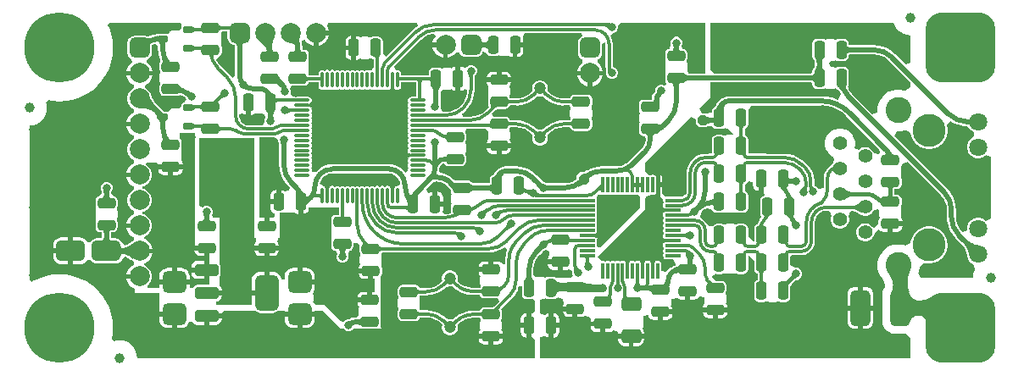
<source format=gbl>
G04*
G04 #@! TF.GenerationSoftware,Altium Limited,Altium Designer,22.11.1 (43)*
G04*
G04 Layer_Physical_Order=2*
G04 Layer_Color=16711680*
%FSLAX44Y44*%
%MOMM*%
G71*
G04*
G04 #@! TF.SameCoordinates,8D8AEDD0-DFFB-4D3A-BB57-83E995E82AED*
G04*
G04*
G04 #@! TF.FilePolarity,Positive*
G04*
G01*
G75*
%ADD10C,0.4000*%
%ADD23C,1.4000*%
%ADD28C,0.5000*%
%ADD29C,1.4000*%
%ADD30C,0.3000*%
%ADD32C,0.8000*%
%ADD33C,2.0000*%
G04:AMPARAMS|DCode=34|XSize=2mm|YSize=2mm|CornerRadius=0.5mm|HoleSize=0mm|Usage=FLASHONLY|Rotation=180.000|XOffset=0mm|YOffset=0mm|HoleType=Round|Shape=RoundedRectangle|*
%AMROUNDEDRECTD34*
21,1,2.0000,1.0000,0,0,180.0*
21,1,1.0000,2.0000,0,0,180.0*
1,1,1.0000,-0.5000,0.5000*
1,1,1.0000,0.5000,0.5000*
1,1,1.0000,0.5000,-0.5000*
1,1,1.0000,-0.5000,-0.5000*
%
%ADD34ROUNDEDRECTD34*%
G04:AMPARAMS|DCode=35|XSize=2mm|YSize=2mm|CornerRadius=0.5mm|HoleSize=0mm|Usage=FLASHONLY|Rotation=270.000|XOffset=0mm|YOffset=0mm|HoleType=Round|Shape=RoundedRectangle|*
%AMROUNDEDRECTD35*
21,1,2.0000,1.0000,0,0,270.0*
21,1,1.0000,2.0000,0,0,270.0*
1,1,1.0000,-0.5000,-0.5000*
1,1,1.0000,-0.5000,0.5000*
1,1,1.0000,0.5000,0.5000*
1,1,1.0000,0.5000,-0.5000*
%
%ADD35ROUNDEDRECTD35*%
%ADD36C,1.8000*%
%ADD37C,3.3000*%
%ADD38C,2.6000*%
%ADD39C,1.2000*%
G04:AMPARAMS|DCode=40|XSize=1mm|YSize=1mm|CornerRadius=0mm|HoleSize=0mm|Usage=FLASHONLY|Rotation=90.000|XOffset=0mm|YOffset=0mm|HoleType=Round|Shape=Octagon|*
%AMOCTAGOND40*
4,1,8,0.2500,0.5000,-0.2500,0.5000,-0.5000,0.2500,-0.5000,-0.2500,-0.2500,-0.5000,0.2500,-0.5000,0.5000,-0.2500,0.5000,0.2500,0.2500,0.5000,0.0*
%
%ADD40OCTAGOND40*%

%ADD41C,7.0000*%
G04:AMPARAMS|DCode=42|XSize=7mm|YSize=7mm|CornerRadius=1.75mm|HoleSize=0mm|Usage=FLASHONLY|Rotation=0.000|XOffset=0mm|YOffset=0mm|HoleType=Round|Shape=RoundedRectangle|*
%AMROUNDEDRECTD42*
21,1,7.0000,3.5000,0,0,0.0*
21,1,3.5000,7.0000,0,0,0.0*
1,1,3.5000,1.7500,-1.7500*
1,1,3.5000,-1.7500,-1.7500*
1,1,3.5000,-1.7500,1.7500*
1,1,3.5000,1.7500,1.7500*
%
%ADD42ROUNDEDRECTD42*%
G04:AMPARAMS|DCode=43|XSize=1mm|YSize=1mm|CornerRadius=0mm|HoleSize=0mm|Usage=FLASHONLY|Rotation=0.000|XOffset=0mm|YOffset=0mm|HoleType=Round|Shape=Octagon|*
%AMOCTAGOND43*
4,1,8,0.5000,-0.2500,0.5000,0.2500,0.2500,0.5000,-0.2500,0.5000,-0.5000,0.2500,-0.5000,-0.2500,-0.2500,-0.5000,0.2500,-0.5000,0.5000,-0.2500,0.0*
%
%ADD43OCTAGOND43*%

%ADD44C,0.8000*%
%ADD45C,1.0000*%
G04:AMPARAMS|DCode=46|XSize=1.8mm|YSize=1mm|CornerRadius=0.25mm|HoleSize=0mm|Usage=FLASHONLY|Rotation=270.000|XOffset=0mm|YOffset=0mm|HoleType=Round|Shape=RoundedRectangle|*
%AMROUNDEDRECTD46*
21,1,1.8000,0.5000,0,0,270.0*
21,1,1.3000,1.0000,0,0,270.0*
1,1,0.5000,-0.2500,-0.6500*
1,1,0.5000,-0.2500,0.6500*
1,1,0.5000,0.2500,0.6500*
1,1,0.5000,0.2500,-0.6500*
%
%ADD46ROUNDEDRECTD46*%
G04:AMPARAMS|DCode=47|XSize=1.8mm|YSize=1mm|CornerRadius=0.25mm|HoleSize=0mm|Usage=FLASHONLY|Rotation=180.000|XOffset=0mm|YOffset=0mm|HoleType=Round|Shape=RoundedRectangle|*
%AMROUNDEDRECTD47*
21,1,1.8000,0.5000,0,0,180.0*
21,1,1.3000,1.0000,0,0,180.0*
1,1,0.5000,-0.6500,0.2500*
1,1,0.5000,0.6500,0.2500*
1,1,0.5000,0.6500,-0.2500*
1,1,0.5000,-0.6500,-0.2500*
%
%ADD47ROUNDEDRECTD47*%
%ADD48O,1.6000X0.3000*%
%ADD49O,0.3000X1.6000*%
G04:AMPARAMS|DCode=50|XSize=3.6mm|YSize=2mm|CornerRadius=0.5mm|HoleSize=0mm|Usage=FLASHONLY|Rotation=270.000|XOffset=0mm|YOffset=0mm|HoleType=Round|Shape=RoundedRectangle|*
%AMROUNDEDRECTD50*
21,1,3.6000,1.0000,0,0,270.0*
21,1,2.6000,2.0000,0,0,270.0*
1,1,1.0000,-0.5000,-1.3000*
1,1,1.0000,-0.5000,1.3000*
1,1,1.0000,0.5000,1.3000*
1,1,1.0000,0.5000,-1.3000*
%
%ADD50ROUNDEDRECTD50*%
G04:AMPARAMS|DCode=51|XSize=2mm|YSize=1.4mm|CornerRadius=0.35mm|HoleSize=0mm|Usage=FLASHONLY|Rotation=180.000|XOffset=0mm|YOffset=0mm|HoleType=Round|Shape=RoundedRectangle|*
%AMROUNDEDRECTD51*
21,1,2.0000,0.7000,0,0,180.0*
21,1,1.3000,1.4000,0,0,180.0*
1,1,0.7000,-0.6500,0.3500*
1,1,0.7000,0.6500,0.3500*
1,1,0.7000,0.6500,-0.3500*
1,1,0.7000,-0.6500,-0.3500*
%
%ADD51ROUNDEDRECTD51*%
G04:AMPARAMS|DCode=52|XSize=0.6mm|YSize=1.1mm|CornerRadius=0.15mm|HoleSize=0mm|Usage=FLASHONLY|Rotation=90.000|XOffset=0mm|YOffset=0mm|HoleType=Round|Shape=RoundedRectangle|*
%AMROUNDEDRECTD52*
21,1,0.6000,0.8000,0,0,90.0*
21,1,0.3000,1.1000,0,0,90.0*
1,1,0.3000,0.4000,0.1500*
1,1,0.3000,0.4000,-0.1500*
1,1,0.3000,-0.4000,-0.1500*
1,1,0.3000,-0.4000,0.1500*
%
%ADD52ROUNDEDRECTD52*%
G04:AMPARAMS|DCode=53|XSize=2.2mm|YSize=2.4mm|CornerRadius=0.55mm|HoleSize=0mm|Usage=FLASHONLY|Rotation=270.000|XOffset=0mm|YOffset=0mm|HoleType=Round|Shape=RoundedRectangle|*
%AMROUNDEDRECTD53*
21,1,2.2000,1.3000,0,0,270.0*
21,1,1.1000,2.4000,0,0,270.0*
1,1,1.1000,-0.6500,-0.5500*
1,1,1.1000,-0.6500,0.5500*
1,1,1.1000,0.6500,0.5500*
1,1,1.1000,0.6500,-0.5500*
%
%ADD53ROUNDEDRECTD53*%
G04:AMPARAMS|DCode=54|XSize=0.3mm|YSize=1.6mm|CornerRadius=0.075mm|HoleSize=0mm|Usage=FLASHONLY|Rotation=90.000|XOffset=0mm|YOffset=0mm|HoleType=Round|Shape=RoundedRectangle|*
%AMROUNDEDRECTD54*
21,1,0.3000,1.4500,0,0,90.0*
21,1,0.1500,1.6000,0,0,90.0*
1,1,0.1500,0.7250,0.0750*
1,1,0.1500,0.7250,-0.0750*
1,1,0.1500,-0.7250,-0.0750*
1,1,0.1500,-0.7250,0.0750*
%
%ADD54ROUNDEDRECTD54*%
G04:AMPARAMS|DCode=55|XSize=0.3mm|YSize=1.6mm|CornerRadius=0.075mm|HoleSize=0mm|Usage=FLASHONLY|Rotation=180.000|XOffset=0mm|YOffset=0mm|HoleType=Round|Shape=RoundedRectangle|*
%AMROUNDEDRECTD55*
21,1,0.3000,1.4500,0,0,180.0*
21,1,0.1500,1.6000,0,0,180.0*
1,1,0.1500,-0.0750,0.7250*
1,1,0.1500,0.0750,0.7250*
1,1,0.1500,0.0750,-0.7250*
1,1,0.1500,-0.0750,-0.7250*
%
%ADD55ROUNDEDRECTD55*%
G04:AMPARAMS|DCode=56|XSize=2.1mm|YSize=2.9mm|CornerRadius=0.525mm|HoleSize=0mm|Usage=FLASHONLY|Rotation=90.000|XOffset=0mm|YOffset=0mm|HoleType=Round|Shape=RoundedRectangle|*
%AMROUNDEDRECTD56*
21,1,2.1000,1.8500,0,0,90.0*
21,1,1.0500,2.9000,0,0,90.0*
1,1,1.0500,0.9250,0.5250*
1,1,1.0500,0.9250,-0.5250*
1,1,1.0500,-0.9250,-0.5250*
1,1,1.0500,-0.9250,0.5250*
%
%ADD56ROUNDEDRECTD56*%
G04:AMPARAMS|DCode=57|XSize=3.6mm|YSize=2.4mm|CornerRadius=0.6mm|HoleSize=0mm|Usage=FLASHONLY|Rotation=270.000|XOffset=0mm|YOffset=0mm|HoleType=Round|Shape=RoundedRectangle|*
%AMROUNDEDRECTD57*
21,1,3.6000,1.2000,0,0,270.0*
21,1,2.4000,2.4000,0,0,270.0*
1,1,1.2000,-0.6000,-1.2000*
1,1,1.2000,-0.6000,1.2000*
1,1,1.2000,0.6000,1.2000*
1,1,1.2000,0.6000,-1.2000*
%
%ADD57ROUNDEDRECTD57*%
G04:AMPARAMS|DCode=58|XSize=1.2mm|YSize=2.4mm|CornerRadius=0.3mm|HoleSize=0mm|Usage=FLASHONLY|Rotation=270.000|XOffset=0mm|YOffset=0mm|HoleType=Round|Shape=RoundedRectangle|*
%AMROUNDEDRECTD58*
21,1,1.2000,1.8000,0,0,270.0*
21,1,0.6000,2.4000,0,0,270.0*
1,1,0.6000,-0.9000,-0.3000*
1,1,0.6000,-0.9000,0.3000*
1,1,0.6000,0.9000,0.3000*
1,1,0.6000,0.9000,-0.3000*
%
%ADD58ROUNDEDRECTD58*%
%ADD59C,1.0000*%
G36*
X220018Y347809D02*
X220008Y347917D01*
X219953Y348016D01*
X219855Y348107D01*
X219712Y348189D01*
X219525Y348262D01*
X219294Y348327D01*
X219019Y348383D01*
X218700Y348431D01*
X217929Y348500D01*
Y351500D01*
X218396Y351477D01*
X219510Y351493D01*
X219786Y351527D01*
X220013Y351574D01*
X220192Y351636D01*
X220324Y351711D01*
X220407Y351801D01*
X220443Y351904D01*
X220018Y347809D01*
D02*
G37*
G36*
X598833Y348556D02*
X598376Y349115D01*
X597914Y349616D01*
X597447Y350057D01*
X596974Y350440D01*
X596497Y350764D01*
X596014Y351029D01*
X595526Y351235D01*
X595033Y351382D01*
X594535Y351471D01*
X594031Y351500D01*
X594536Y354500D01*
X600480Y354700D01*
X598833Y348556D01*
D02*
G37*
G36*
X209920Y352710D02*
X210014Y352456D01*
X210170Y352232D01*
X210389Y352038D01*
X210671Y351874D01*
X211015Y351739D01*
X211422Y351634D01*
X211891Y351560D01*
X212423Y351515D01*
X213018Y351500D01*
Y348500D01*
X212423Y348485D01*
X211891Y348440D01*
X211422Y348366D01*
X211015Y348261D01*
X210671Y348126D01*
X210389Y347962D01*
X210170Y347768D01*
X210014Y347544D01*
X209920Y347290D01*
X209888Y347006D01*
Y352994D01*
X209920Y352710D01*
D02*
G37*
G36*
X184221Y350858D02*
X184424Y350678D01*
X184666Y350519D01*
X184949Y350381D01*
X185273Y350265D01*
X185637Y350169D01*
X186042Y350095D01*
X186487Y350042D01*
X186972Y350011D01*
X187498Y350000D01*
Y347000D01*
X186972Y346989D01*
X186042Y346905D01*
X185637Y346830D01*
X185273Y346735D01*
X184949Y346619D01*
X184666Y346481D01*
X184424Y346322D01*
X184221Y346142D01*
X184059Y345941D01*
Y351059D01*
X184221Y350858D01*
D02*
G37*
G36*
X192720Y345720D02*
X192529Y345963D01*
X192300Y346181D01*
X192033Y346373D01*
X191727Y346539D01*
X191382Y346680D01*
X190999Y346795D01*
X190578Y346885D01*
X190117Y346949D01*
X189619Y346987D01*
X189082Y347000D01*
X188982Y350000D01*
X189591Y350015D01*
X190132Y350060D01*
X190605Y350135D01*
X191010Y350240D01*
X191347Y350375D01*
X191616Y350540D01*
X191817Y350735D01*
X191950Y350960D01*
X192015Y351215D01*
X192013Y351500D01*
X192720Y345720D01*
D02*
G37*
G36*
X229467Y347442D02*
X227563Y344444D01*
X227448Y344786D01*
X227260Y345122D01*
X227000Y345453D01*
X226667Y345778D01*
X226261Y346096D01*
X225783Y346409D01*
X225232Y346716D01*
X224609Y347017D01*
X223144Y347601D01*
X225226Y350007D01*
X229467Y347442D01*
D02*
G37*
G36*
X170798Y355000D02*
X171530Y353920D01*
X172127Y352000D01*
X171703Y351366D01*
X171431Y350000D01*
Y349782D01*
X170000Y347039D01*
X162000D01*
X161220Y346884D01*
X160558Y346442D01*
X160326Y346095D01*
X159988Y345699D01*
X157861Y344339D01*
X157000Y344069D01*
X149000D01*
X148048Y343879D01*
X148001Y343879D01*
X144993Y343236D01*
X144829Y343223D01*
X143996Y343023D01*
X142504Y342705D01*
X142316Y342623D01*
X142109Y342606D01*
X141342Y342386D01*
X140253Y342124D01*
X140042Y342037D01*
X139009Y341810D01*
X138460Y341726D01*
X137980Y341680D01*
X137592Y341669D01*
X137308Y341685D01*
X137139Y341714D01*
X136916Y341785D01*
X136911Y341785D01*
X136827Y341820D01*
X135000Y342060D01*
X125000D01*
X123173Y341820D01*
X121470Y341115D01*
X120007Y339992D01*
X118885Y338530D01*
X118180Y336827D01*
X117940Y335000D01*
Y325000D01*
X118180Y323173D01*
X118885Y321470D01*
X120007Y320008D01*
X121470Y318885D01*
X122211Y318578D01*
X122665Y315754D01*
X122576Y315324D01*
X122018Y315003D01*
X119597Y312582D01*
X117886Y309618D01*
X117211Y307100D01*
X130000D01*
X142789D01*
X142114Y309618D01*
X140403Y312582D01*
X137982Y315003D01*
X137424Y315324D01*
X137335Y315754D01*
X137789Y318578D01*
X138530Y318885D01*
X139993Y320008D01*
X141115Y321470D01*
X141820Y323173D01*
X142060Y325000D01*
Y332564D01*
X142317Y332756D01*
X142795Y333034D01*
X144348Y333705D01*
X145550Y333897D01*
X146576Y333469D01*
X147142Y333093D01*
X147392Y332870D01*
X148350Y331586D01*
X148397Y331449D01*
X148407Y329521D01*
X148408D01*
X148777Y324829D01*
X149875Y320253D01*
X150700Y318263D01*
X150784Y317966D01*
X150867Y317523D01*
X150900Y317127D01*
X150890Y316774D01*
X150842Y316455D01*
X150759Y316160D01*
X150638Y315878D01*
X150413Y315492D01*
X150406Y315473D01*
X150261Y315256D01*
X150207Y314983D01*
X150196Y314960D01*
X150194Y314917D01*
X150165Y314774D01*
X150153Y314739D01*
X150154Y314720D01*
X149912Y313500D01*
Y308500D01*
X150261Y306744D01*
X150558Y304442D01*
X150116Y303780D01*
X149961Y303000D01*
Y297000D01*
X150116Y296220D01*
X150558Y295558D01*
X150261Y293256D01*
X149912Y291500D01*
Y286500D01*
X150261Y284744D01*
X151256Y283256D01*
X152744Y282261D01*
X154500Y281912D01*
X167500D01*
X168679Y282146D01*
X168681Y282146D01*
X168686Y282148D01*
X169256Y282261D01*
X169439Y282383D01*
X169440Y282384D01*
X169657Y282502D01*
X169775Y282543D01*
X169976Y282581D01*
X170270Y282601D01*
X170653Y282588D01*
X171121Y282532D01*
X171643Y282432D01*
X173004Y282049D01*
X173083Y282021D01*
X174673Y281171D01*
X174978Y280945D01*
X175289Y280683D01*
X175546Y280434D01*
X175752Y280200D01*
X175909Y279986D01*
X176000Y279834D01*
Y279806D01*
X176513Y278569D01*
X175217Y275954D01*
X174774Y275524D01*
X173634Y275297D01*
X172477Y274523D01*
X171703Y273366D01*
X171432Y272000D01*
Y271782D01*
X170000Y269039D01*
X162000D01*
X161220Y268884D01*
X160558Y268442D01*
X160326Y268095D01*
X159988Y267699D01*
X157861Y266339D01*
X157000Y266069D01*
X155144D01*
X155035Y266116D01*
X154470Y266438D01*
X153842Y266868D01*
X152502Y267987D01*
X147964Y272525D01*
X146021Y274764D01*
X145130Y275924D01*
X143541Y278314D01*
X142906Y279444D01*
X142346Y280582D01*
X141874Y281703D01*
X141465Y282872D01*
X141419Y282950D01*
X141182Y283832D01*
X139602Y286568D01*
X137368Y288802D01*
X135886Y289658D01*
X135713Y290222D01*
X135922Y293008D01*
X137982Y294197D01*
X140403Y296618D01*
X142114Y299582D01*
X142789Y302100D01*
X130000D01*
X117211D01*
X117886Y299582D01*
X119597Y296618D01*
X122018Y294197D01*
X124078Y293008D01*
X124287Y290222D01*
X124114Y289658D01*
X122632Y288802D01*
X120398Y286568D01*
X118818Y283832D01*
X118000Y280780D01*
Y277620D01*
X118818Y274568D01*
X120398Y271832D01*
X122632Y269598D01*
X124114Y268742D01*
X124287Y268178D01*
X124078Y265392D01*
X122018Y264203D01*
X119597Y261782D01*
X117886Y258818D01*
X117211Y256300D01*
X130000D01*
Y251300D01*
X117211D01*
X117886Y248782D01*
X119597Y245818D01*
X122018Y243397D01*
X124310Y242074D01*
X124319Y239524D01*
X124114Y238858D01*
X122632Y238002D01*
X120398Y235768D01*
X118818Y233032D01*
X118000Y229980D01*
Y226820D01*
X118818Y223768D01*
X120398Y221032D01*
X122632Y218798D01*
X124114Y217942D01*
X124319Y217276D01*
X124310Y214726D01*
X122018Y213403D01*
X119597Y210982D01*
X117886Y208018D01*
X117211Y205500D01*
X130000D01*
Y200500D01*
X117211D01*
X117886Y197982D01*
X119597Y195018D01*
X122018Y192597D01*
X124310Y191274D01*
X124319Y188724D01*
X124114Y188058D01*
X122632Y187202D01*
X120398Y184968D01*
X118818Y182232D01*
X118000Y179180D01*
Y176020D01*
X118818Y172968D01*
X120398Y170232D01*
X122632Y167998D01*
X124114Y167142D01*
X124319Y166476D01*
X124310Y163926D01*
X122018Y162603D01*
X119597Y160182D01*
X117886Y157218D01*
X117211Y154700D01*
X130000D01*
Y149700D01*
X117211D01*
X117886Y147182D01*
X119597Y144218D01*
X122018Y141797D01*
X124310Y140474D01*
X124319Y137924D01*
X124114Y137258D01*
X122632Y136402D01*
X122365Y136136D01*
X121432Y135466D01*
X120131Y134624D01*
X118847Y133887D01*
X117581Y133254D01*
X116335Y132724D01*
X116307Y132714D01*
X113093Y134143D01*
X112363Y135906D01*
X111201Y137421D01*
X109686Y138583D01*
X107923Y139313D01*
X106030Y139563D01*
X102012D01*
X101953Y139661D01*
X101837Y139945D01*
X101721Y140380D01*
X101625Y140960D01*
X101588Y141375D01*
Y144122D01*
X101625Y144537D01*
X101721Y145117D01*
X101837Y145551D01*
X101953Y145836D01*
X101999Y145912D01*
X103500D01*
X105256Y146261D01*
X106744Y147256D01*
X107739Y148744D01*
X108088Y150500D01*
Y155500D01*
X107739Y157256D01*
X107442Y159558D01*
X107884Y160220D01*
X108039Y161000D01*
Y167000D01*
X107884Y167780D01*
X107442Y168442D01*
X107739Y170744D01*
X108088Y172500D01*
Y177500D01*
X107739Y179256D01*
X106744Y180744D01*
X105256Y181739D01*
X103500Y182088D01*
X102828D01*
X101739Y184443D01*
X101613Y184928D01*
X101690Y185683D01*
X101742Y185996D01*
X101798Y186240D01*
X101831Y186346D01*
X102087Y186601D01*
X103000Y188806D01*
Y191194D01*
X102087Y193399D01*
X100399Y195087D01*
X98194Y196000D01*
X95807D01*
X93601Y195087D01*
X91913Y193399D01*
X91000Y191194D01*
Y188806D01*
X91913Y186601D01*
X92169Y186346D01*
X92202Y186240D01*
X92258Y185996D01*
X92305Y185715D01*
X92358Y184940D01*
X90500Y182088D01*
X88744Y181739D01*
X87256Y180744D01*
X86261Y179256D01*
X85912Y177500D01*
Y172500D01*
X86261Y170744D01*
X86558Y168442D01*
X86116Y167780D01*
X85961Y167000D01*
Y161000D01*
X86116Y160220D01*
X86558Y159558D01*
X86261Y157256D01*
X85912Y155500D01*
Y150500D01*
X86261Y148744D01*
X87256Y147256D01*
X88744Y146261D01*
X90500Y145912D01*
X92001D01*
X92048Y145836D01*
X92163Y145552D01*
X92280Y145117D01*
X92375Y144537D01*
X92412Y144122D01*
Y141375D01*
X92375Y140960D01*
X92280Y140380D01*
X92163Y139945D01*
X92047Y139661D01*
X91988Y139563D01*
X87530D01*
X85637Y139313D01*
X83874Y138583D01*
X82359Y137421D01*
X81197Y135906D01*
X81165Y135828D01*
X77918D01*
X77676Y136411D01*
X76354Y138134D01*
X74631Y139456D01*
X72624Y140288D01*
X70470Y140571D01*
X63720D01*
Y127000D01*
Y113429D01*
X70470D01*
X72624Y113712D01*
X74631Y114544D01*
X76354Y115866D01*
X77676Y117589D01*
X77918Y118172D01*
X81165D01*
X81197Y118094D01*
X82359Y116579D01*
X83874Y115417D01*
X85637Y114687D01*
X87530Y114437D01*
X106030D01*
X107923Y114687D01*
X109686Y115417D01*
X111201Y116579D01*
X112363Y118094D01*
X113093Y119857D01*
X116120Y121221D01*
X117361Y120663D01*
X118602Y120010D01*
X121249Y118317D01*
X122301Y117528D01*
X122632Y117198D01*
X124114Y116342D01*
X124319Y115676D01*
X124310Y113126D01*
X122018Y111803D01*
X119597Y109382D01*
X117886Y106418D01*
X117211Y103900D01*
X130000D01*
Y98900D01*
X117211D01*
X117886Y96382D01*
X119597Y93418D01*
X122018Y90997D01*
X124982Y89286D01*
X125000Y89281D01*
Y85000D01*
X150000D01*
X150000Y70057D01*
X149927Y69500D01*
Y66500D01*
X165000D01*
Y64000D01*
X167500D01*
Y49927D01*
X171500D01*
X173719Y50219D01*
X175787Y51075D01*
X177562Y52438D01*
X178925Y54213D01*
X179585Y55806D01*
X180504Y56090D01*
X181105Y56167D01*
X182773Y56023D01*
X183674Y54674D01*
X185659Y53348D01*
X188000Y52882D01*
X194500D01*
Y62000D01*
X197000D01*
Y64500D01*
X212118D01*
Y65000D01*
X213759Y67000D01*
X245678D01*
X246966Y66012D01*
X248912Y65206D01*
X251000Y64931D01*
X263000D01*
X265088Y65206D01*
X267034Y66012D01*
X268322Y67000D01*
X274927D01*
Y66500D01*
X290000D01*
X305073D01*
Y67000D01*
X313000D01*
X331000Y49000D01*
X334515D01*
X335601Y47913D01*
X337807Y47000D01*
X340193D01*
X342399Y47913D01*
X343485Y49000D01*
X353057D01*
X353500Y48912D01*
X366500D01*
X366943Y49000D01*
X371837D01*
X370855Y51453D01*
X370790Y52000D01*
X371088Y53500D01*
Y58500D01*
X370739Y60256D01*
X370564Y60517D01*
Y62741D01*
X370884Y63220D01*
X371039Y64000D01*
Y70000D01*
X370884Y70780D01*
X370564Y71258D01*
Y73483D01*
X370739Y73744D01*
X371088Y75500D01*
Y80500D01*
X370739Y82256D01*
X370564Y82517D01*
Y101136D01*
X370744Y101256D01*
X371739Y102744D01*
X372088Y104500D01*
Y109500D01*
X371739Y111256D01*
X371442Y113558D01*
X371884Y114220D01*
X372039Y115000D01*
Y121000D01*
X371884Y121780D01*
X371442Y122442D01*
X371684Y124320D01*
X372138Y125415D01*
X372337Y125431D01*
X478479D01*
Y125411D01*
X483014Y125767D01*
X487437Y126830D01*
X491640Y128570D01*
X494872Y130551D01*
X496875Y129191D01*
X497318Y128618D01*
X496829Y127437D01*
X496535Y126212D01*
X496501Y126160D01*
X496394Y125623D01*
X495768Y123014D01*
X495411Y118479D01*
X495431D01*
Y114018D01*
X493867Y113522D01*
X492431Y113519D01*
X491465Y114965D01*
X489646Y116181D01*
X487500Y116608D01*
X483500D01*
Y108500D01*
X481000D01*
Y106000D01*
X468892D01*
X469319Y103854D01*
X470558Y101942D01*
X470116Y101280D01*
X469961Y100500D01*
Y94500D01*
X470116Y93720D01*
X470558Y93058D01*
X470316Y91179D01*
X469863Y90085D01*
X469663Y90069D01*
X463421D01*
X463263Y90037D01*
X459153Y90442D01*
X455048Y91687D01*
X453256Y92645D01*
X451266Y93709D01*
X448073Y96329D01*
X447984Y96463D01*
X447598Y96848D01*
X448000Y98347D01*
Y100453D01*
X447455Y102488D01*
X446402Y104312D01*
X444912Y105802D01*
X443088Y106855D01*
X441053Y107400D01*
X438947D01*
X436912Y106855D01*
X435088Y105802D01*
X433598Y104312D01*
X432545Y102488D01*
X432000Y100453D01*
Y98347D01*
X432375Y96947D01*
X432343Y96892D01*
X432236Y96736D01*
X431957Y96404D01*
X431516Y95963D01*
X431427Y95829D01*
X428234Y93209D01*
X424451Y91187D01*
X420347Y89942D01*
X416237Y89537D01*
X416079Y89569D01*
X410337D01*
X410138Y89585D01*
X409864Y89629D01*
X409739Y90256D01*
X408744Y91744D01*
X407256Y92739D01*
X405500Y93088D01*
X392500D01*
X390744Y92739D01*
X389256Y91744D01*
X388261Y90256D01*
X387912Y88500D01*
Y83500D01*
X388261Y81744D01*
X388558Y79442D01*
X388116Y78780D01*
X387961Y78000D01*
Y72000D01*
X388116Y71220D01*
X388558Y70558D01*
X388261Y68256D01*
X387912Y66500D01*
Y61500D01*
X388261Y59744D01*
X389256Y58256D01*
X390744Y57261D01*
X392500Y56912D01*
X405500D01*
X407256Y57261D01*
X408744Y58256D01*
X409739Y59744D01*
X409864Y60371D01*
X410138Y60415D01*
X410337Y60431D01*
X416079D01*
X416237Y60463D01*
X420347Y60058D01*
X424451Y58813D01*
X428234Y56791D01*
X431427Y54171D01*
X431516Y54037D01*
X432039Y53514D01*
X432043Y53509D01*
X432220Y53287D01*
X432343Y53108D01*
X432375Y53053D01*
X432000Y51653D01*
Y49547D01*
X432545Y47512D01*
X433598Y45688D01*
X435088Y44198D01*
X436912Y43145D01*
X438947Y42600D01*
X441053D01*
X443088Y43145D01*
X444912Y44198D01*
X446402Y45688D01*
X447455Y47512D01*
X448000Y49547D01*
Y49547D01*
Y51653D01*
X447598Y53152D01*
X447984Y53537D01*
X448073Y53671D01*
X451266Y56291D01*
X453256Y57355D01*
X455048Y58313D01*
X459153Y59558D01*
X463263Y59963D01*
X463421Y59931D01*
X469663D01*
X469863Y59915D01*
X470316Y58821D01*
X470558Y56942D01*
X470116Y56280D01*
X469961Y55500D01*
Y49500D01*
X470116Y48720D01*
X470558Y48058D01*
X469319Y46146D01*
X468892Y44000D01*
X493108D01*
X492681Y46146D01*
X491442Y48058D01*
X491884Y48720D01*
X492039Y49500D01*
Y49500D01*
Y55500D01*
X491884Y56280D01*
X491442Y56942D01*
X491739Y59244D01*
X492088Y61000D01*
Y66000D01*
X491739Y67756D01*
X491164Y68617D01*
D01*
D01*
X502084Y79537D01*
X502123Y79498D01*
X505307Y83379D01*
X507674Y87807D01*
X508339Y90000D01*
X508912Y91888D01*
X511912Y91443D01*
Y83500D01*
X512261Y81744D01*
X513256Y80256D01*
X514744Y79261D01*
X516500Y78912D01*
X521500D01*
X522000Y79011D01*
X524639Y77324D01*
X525000Y76818D01*
Y66610D01*
X522000Y64508D01*
X521500Y64608D01*
X521500D01*
Y52500D01*
Y40392D01*
X521500D01*
X522000Y40492D01*
X525000Y38390D01*
Y20000D01*
X127585D01*
X127247Y23431D01*
X126246Y26729D01*
X124621Y29769D01*
X122434Y32434D01*
X122000Y32791D01*
D01*
X119770Y34621D01*
X116729Y36246D01*
X113431Y37247D01*
X110000Y37585D01*
X106569Y37247D01*
X104974Y36763D01*
X102380Y39101D01*
X103156Y43002D01*
X103615Y50000D01*
X103156Y56998D01*
X101788Y63877D01*
X99534Y70518D01*
X96432Y76807D01*
X95113Y78780D01*
X92962Y82000D01*
X92535Y82639D01*
X87911Y87911D01*
X82639Y92535D01*
X76807Y96432D01*
X70518Y99534D01*
X63877Y101788D01*
X56998Y103156D01*
X50000Y103615D01*
X43002Y103156D01*
X36123Y101788D01*
X29483Y99534D01*
X23193Y96432D01*
X22646Y96066D01*
X20000Y97481D01*
Y252415D01*
X20000Y252415D01*
X23431Y252753D01*
X26729Y253754D01*
X29770Y255379D01*
X32434Y257566D01*
X34621Y260231D01*
X36246Y263271D01*
X37247Y266569D01*
X37585Y270000D01*
X37247Y273431D01*
X36763Y275026D01*
X39101Y277620D01*
X43002Y276844D01*
X50000Y276385D01*
X56998Y276844D01*
X63877Y278212D01*
X70518Y280466D01*
X76807Y283568D01*
X82639Y287465D01*
X87911Y292089D01*
X92535Y297361D01*
X96432Y303193D01*
X99534Y309482D01*
X101788Y316124D01*
X103156Y323002D01*
X103615Y330000D01*
X103156Y336998D01*
X101788Y343876D01*
X99534Y350518D01*
X98579Y352452D01*
X100164Y355000D01*
X170798D01*
D02*
G37*
G36*
X148427Y336426D02*
X157983D01*
X157511Y336372D01*
X157089Y336209D01*
X156717Y335938D01*
X156394Y335558D01*
X156121Y335070D01*
X155897Y334473D01*
X155723Y333768D01*
X155599Y332954D01*
X155525Y332032D01*
X155500Y331002D01*
X150500D01*
X150475Y332032D01*
X150401Y332954D01*
X150276Y333768D01*
X150103Y334473D01*
X149879Y335070D01*
X149606Y335558D01*
X149283Y335938D01*
X148911Y336209D01*
X148489Y336372D01*
X148427Y336379D01*
Y336116D01*
X148284Y336169D01*
X148054Y336198D01*
X147735Y336203D01*
X147327Y336184D01*
X146247Y336073D01*
X143838Y335689D01*
X143654Y335627D01*
X141874Y334858D01*
X141190Y334459D01*
X140644Y334052D01*
X140236Y333635D01*
X139966Y333209D01*
X139834Y332774D01*
X139839Y332329D01*
X139982Y331875D01*
X136297Y339842D01*
X136657Y339727D01*
X137079Y339656D01*
X137562Y339628D01*
X138107Y339643D01*
X138713Y339702D01*
X139382Y339804D01*
X140903Y340139D01*
X142672Y340646D01*
X142943Y340041D01*
X142930Y340710D01*
X148427Y341884D01*
Y336426D01*
D02*
G37*
G36*
X478013Y328000D02*
X477962Y328475D01*
X477811Y328900D01*
X477560Y329275D01*
X477208Y329600D01*
X476755Y329875D01*
X476202Y330100D01*
X475548Y330275D01*
X474793Y330400D01*
X474497Y330426D01*
X474201Y330400D01*
X473447Y330275D01*
X472793Y330100D01*
X472240Y329875D01*
X471787Y329600D01*
X471435Y329275D01*
X471183Y328900D01*
X471032Y328475D01*
X470982Y328000D01*
X470982Y337996D01*
X471032Y337522D01*
X471183Y337097D01*
X471435Y336723D01*
X471787Y336399D01*
X472240Y336124D01*
X472793Y335899D01*
X473447Y335725D01*
X474202Y335600D01*
X474497Y335574D01*
X474793Y335600D01*
X475548Y335725D01*
X476202Y335900D01*
X476755Y336125D01*
X477208Y336400D01*
X477560Y336725D01*
X477811Y337100D01*
X477962Y337525D01*
X478013Y338000D01*
Y328000D01*
D02*
G37*
G36*
X234996Y335018D02*
X234522Y334968D01*
X234097Y334817D01*
X233723Y334565D01*
X233399Y334213D01*
X233124Y333760D01*
X232899Y333207D01*
X232725Y332553D01*
X232600Y331799D01*
X232525Y330943D01*
X232500Y329988D01*
X227500D01*
X227475Y330943D01*
X227400Y331799D01*
X227275Y332553D01*
X227100Y333207D01*
X226875Y333760D01*
X226600Y334213D01*
X226275Y334565D01*
X225900Y334817D01*
X225475Y334968D01*
X225000Y335018D01*
X234996Y335018D01*
D02*
G37*
G36*
X669042Y332357D02*
X668929Y332094D01*
X668828Y331773D01*
X668741Y331393D01*
X668667Y330954D01*
X668596Y330252D01*
X668600Y330207D01*
X668725Y329452D01*
X668900Y328798D01*
X669125Y328245D01*
X669400Y327792D01*
X669725Y327440D01*
X670100Y327189D01*
X670525Y327038D01*
X671000Y326987D01*
X661000D01*
X661475Y327038D01*
X661900Y327189D01*
X662275Y327440D01*
X662600Y327792D01*
X662875Y328245D01*
X663100Y328798D01*
X663275Y329452D01*
X663389Y330138D01*
X663333Y330954D01*
X663259Y331393D01*
X663172Y331773D01*
X663071Y332094D01*
X662958Y332357D01*
X662830Y332560D01*
X669170D01*
X669042Y332357D01*
D02*
G37*
G36*
X184221Y331858D02*
X184424Y331678D01*
X184666Y331519D01*
X184949Y331381D01*
X185273Y331265D01*
X185637Y331170D01*
X186042Y331095D01*
X186487Y331042D01*
X186972Y331011D01*
X187498Y331000D01*
Y328000D01*
X186972Y327989D01*
X186042Y327905D01*
X185637Y327831D01*
X185273Y327735D01*
X184949Y327619D01*
X184666Y327481D01*
X184424Y327322D01*
X184221Y327142D01*
X184059Y326941D01*
Y332060D01*
X184221Y331858D01*
D02*
G37*
G36*
X192013Y326500D02*
X192015Y326785D01*
X191950Y327040D01*
X191817Y327265D01*
X191616Y327460D01*
X191347Y327625D01*
X191010Y327760D01*
X190605Y327865D01*
X190132Y327940D01*
X189591Y327985D01*
X188982Y328000D01*
X189082Y331000D01*
X189619Y331013D01*
X190117Y331051D01*
X190578Y331115D01*
X190999Y331205D01*
X191382Y331320D01*
X191727Y331461D01*
X192033Y331627D01*
X192300Y331819D01*
X192529Y332037D01*
X192720Y332280D01*
X192013Y326500D01*
D02*
G37*
G36*
X290500Y331020D02*
X285506Y331000D01*
X290500D01*
X290525Y330048D01*
X290599Y329196D01*
X290723Y328444D01*
X290897Y327792D01*
X291121Y327241D01*
X291394Y326789D01*
X291716Y326439D01*
X292089Y326188D01*
X292511Y326037D01*
X292982Y325987D01*
X283018D01*
X283490Y326037D01*
X283911Y326188D01*
X284284Y326439D01*
X284606Y326789D01*
X284879Y327241D01*
X285103Y327792D01*
X285277Y328444D01*
X285401Y329196D01*
X285475Y330048D01*
X285500Y331000D01*
X285441Y331643D01*
X285263Y332233D01*
X284967Y332771D01*
X284552Y333257D01*
X284019Y333691D01*
X283367Y334072D01*
X282596Y334401D01*
X281707Y334678D01*
X280700Y334903D01*
X279574Y335075D01*
X289911Y340878D01*
X290500Y331020D01*
D02*
G37*
G36*
X264167Y340008D02*
X263817Y338961D01*
X263508Y337840D01*
X263015Y335381D01*
X262829Y334042D01*
X262582Y331146D01*
X262548Y329804D01*
X262600Y329207D01*
X262725Y328452D01*
X262900Y327798D01*
X263125Y327245D01*
X263400Y326792D01*
X263725Y326440D01*
X264100Y326189D01*
X264525Y326038D01*
X265000Y325987D01*
X258898D01*
X257500Y325223D01*
X257440Y325987D01*
X255000D01*
X255475Y326038D01*
X255900Y326189D01*
X256275Y326440D01*
X256600Y326792D01*
X256875Y327245D01*
X257051Y327679D01*
X256746Y328498D01*
X256159Y329651D01*
X255404Y330836D01*
X254482Y332051D01*
X253392Y333297D01*
X252135Y334574D01*
X249117Y337221D01*
X264558Y340983D01*
X264167Y340008D01*
D02*
G37*
G36*
X836038Y332525D02*
X836189Y332100D01*
X836440Y331725D01*
X836792Y331400D01*
X837245Y331125D01*
X837798Y330900D01*
X838452Y330725D01*
X839207Y330600D01*
X840062Y330525D01*
X841018Y330500D01*
Y325500D01*
X840062Y325475D01*
X839207Y325400D01*
X838452Y325275D01*
X837798Y325100D01*
X837245Y324875D01*
X836792Y324600D01*
X836440Y324275D01*
X836189Y323900D01*
X836038Y323475D01*
X835987Y323000D01*
Y333000D01*
X836038Y332525D01*
D02*
G37*
G36*
X407181Y355000D02*
X408027Y352000D01*
X406482Y351053D01*
X403022Y348099D01*
X403037Y348084D01*
X376402Y321448D01*
X375757Y321540D01*
X373088Y323500D01*
Y336500D01*
X372739Y338256D01*
X371744Y339744D01*
X370256Y340739D01*
X368500Y341088D01*
X363500D01*
X361744Y340739D01*
X359442Y340442D01*
X358780Y340884D01*
X358000Y341039D01*
X352000D01*
X351220Y340884D01*
X350558Y340442D01*
X348646Y341681D01*
X346500Y342108D01*
D01*
Y330000D01*
Y317892D01*
X348646Y318319D01*
X350558Y319558D01*
X351220Y319116D01*
X352000Y318961D01*
X358000D01*
X358780Y319116D01*
X359442Y319558D01*
X361744Y319261D01*
X363500Y318912D01*
X363910D01*
X363914Y318887D01*
X363932Y318679D01*
Y310843D01*
X362564Y308191D01*
X361621Y307894D01*
X361134Y307797D01*
X360973Y307689D01*
X359652Y307272D01*
X358866Y307797D01*
X357500Y308069D01*
X356134Y307797D01*
X355000Y307039D01*
X353866Y307797D01*
X352500Y308069D01*
X351134Y307797D01*
X350000Y307039D01*
X348866Y307797D01*
X347500Y308069D01*
X346134Y307797D01*
X345000Y307039D01*
X343866Y307797D01*
X342500Y308069D01*
X341134Y307797D01*
X340000Y307039D01*
X338866Y307797D01*
X337500Y308069D01*
X336134Y307797D01*
X335000Y307039D01*
X333866Y307797D01*
X332500Y308069D01*
X331134Y307797D01*
X330000Y307039D01*
X328866Y307797D01*
X327500Y308069D01*
X326134Y307797D01*
X325000Y307039D01*
X323866Y307797D01*
X322500Y308069D01*
X321134Y307797D01*
X320000Y307039D01*
X318866Y307797D01*
X317500Y308069D01*
X316134Y307797D01*
X315000Y307039D01*
X313866Y307797D01*
X312500Y308069D01*
X311134Y307797D01*
X309977Y307023D01*
X309203Y305866D01*
X308932Y304500D01*
Y302600D01*
X308838Y302585D01*
X308653Y302569D01*
X299338D01*
X299138Y302585D01*
X298684Y303680D01*
X298442Y305558D01*
X298884Y306220D01*
X299039Y307000D01*
Y313000D01*
X298884Y313780D01*
X298442Y314442D01*
X298739Y316744D01*
X299088Y318500D01*
Y323500D01*
X298739Y325256D01*
X297744Y326744D01*
X296256Y327739D01*
X294500Y328088D01*
X292991D01*
X292950Y328157D01*
X292601Y331000D01*
X292601D01*
X292571Y331225D01*
X292370Y333910D01*
X292167Y337305D01*
X295120Y338192D01*
X295798Y337018D01*
X298218Y334598D01*
X301182Y332886D01*
X303700Y332211D01*
Y345000D01*
X306200D01*
Y347500D01*
X318989D01*
X318314Y350018D01*
X317170Y352000D01*
X318526Y355000D01*
X407181Y355000D01*
D02*
G37*
G36*
X204213Y322983D02*
X203976Y322895D01*
X203783Y322749D01*
X203636Y322543D01*
X203533Y322280D01*
X203474Y321957D01*
X203461Y321576D01*
X203492Y321136D01*
X203567Y320637D01*
X203688Y320080D01*
X200556Y320060D01*
X200404Y320620D01*
X200236Y321123D01*
X200053Y321566D01*
X199853Y321950D01*
X199638Y322274D01*
X199407Y322540D01*
X199160Y322747D01*
X198897Y322895D01*
X198618Y322983D01*
X198323Y323013D01*
X204495D01*
X204213Y322983D01*
D02*
G37*
G36*
X370037Y321529D02*
X369819Y321300D01*
X369627Y321033D01*
X369461Y320727D01*
X369320Y320382D01*
X369205Y319999D01*
X369115Y319578D01*
X369051Y319118D01*
X369013Y318619D01*
X369000Y318082D01*
X366000Y317982D01*
X365985Y318591D01*
X365940Y319132D01*
X365865Y319605D01*
X365760Y320010D01*
X365625Y320347D01*
X365460Y320616D01*
X365265Y320817D01*
X365040Y320950D01*
X364785Y321015D01*
X364500Y321013D01*
X370280Y321720D01*
X370037Y321529D01*
D02*
G37*
G36*
X867551Y323069D02*
X871466Y321882D01*
X875074Y319953D01*
X878083Y317483D01*
X878195Y317316D01*
X900000Y295511D01*
Y290540D01*
X895000Y287281D01*
X894126Y287643D01*
X890068Y288450D01*
X885932D01*
X881874Y287643D01*
X878053Y286060D01*
X874613Y283762D01*
X871688Y280837D01*
X869390Y277397D01*
X867807Y273575D01*
X867000Y269518D01*
Y265895D01*
X865803Y264921D01*
X862264Y263560D01*
X841684Y284140D01*
X841517Y284252D01*
X839047Y287262D01*
X838528Y288233D01*
X838435Y288453D01*
X837928Y289846D01*
X837774Y290382D01*
X837670Y290847D01*
X837616Y291209D01*
X837604Y291455D01*
X837612Y291548D01*
X837624Y291572D01*
X837739Y291744D01*
X838088Y293500D01*
Y306500D01*
X837739Y308256D01*
X836744Y309744D01*
X835256Y310739D01*
X833500Y311088D01*
X828500D01*
X826744Y310739D01*
X826744Y310739D01*
X824442Y310442D01*
X823780Y310884D01*
X823000Y311039D01*
X820271D01*
X818548Y314000D01*
X820271Y316961D01*
X823000D01*
X823780Y317116D01*
X824442Y317558D01*
X826744Y317261D01*
X826744Y317261D01*
X828500Y316912D01*
X833500D01*
X835256Y317261D01*
X836744Y318256D01*
X837739Y319744D01*
X838088Y321500D01*
Y323001D01*
X838164Y323047D01*
X838448Y323163D01*
X838884Y323279D01*
X839463Y323376D01*
X839878Y323412D01*
X863479D01*
X863676Y323451D01*
X867551Y323069D01*
D02*
G37*
G36*
X157419Y320345D02*
X157895Y319445D01*
X158378Y318649D01*
X158867Y317956D01*
X159362Y317366D01*
X159864Y316879D01*
X160371Y316494D01*
X160885Y316213D01*
X161405Y316035D01*
X161931Y315960D01*
X162463Y315987D01*
X152174Y314464D01*
X152464Y314960D01*
X152686Y315481D01*
X152839Y316024D01*
X152925Y316592D01*
X152942Y317182D01*
X152891Y317796D01*
X152771Y318434D01*
X152583Y319094D01*
X152327Y319779D01*
X152003Y320486D01*
X157419Y320345D01*
D02*
G37*
G36*
X883754Y353271D02*
X885379Y350230D01*
X887566Y347566D01*
X890230Y345379D01*
X893271Y343754D01*
X896569Y342753D01*
X900000Y342415D01*
Y315021D01*
X895381Y313108D01*
X884684Y323805D01*
X884687Y323808D01*
X881108Y326864D01*
X880983Y326941D01*
X877095Y329324D01*
X872747Y331124D01*
X868314Y332189D01*
X868171Y332223D01*
X863479Y332593D01*
Y332588D01*
X839878D01*
X839463Y332625D01*
X838884Y332721D01*
X838448Y332837D01*
X838164Y332952D01*
X838088Y332999D01*
Y334500D01*
X837739Y336256D01*
X836744Y337744D01*
X835256Y338739D01*
X833500Y339088D01*
X828500D01*
X826744Y338739D01*
X826744Y338739D01*
X824442Y338442D01*
X823780Y338884D01*
X823000Y339039D01*
X817000D01*
X816220Y338884D01*
X815558Y338442D01*
X813256Y338739D01*
X813256Y338739D01*
X811500Y339088D01*
X806500D01*
X804744Y338739D01*
X803256Y337744D01*
X802261Y336256D01*
X801912Y334500D01*
Y321500D01*
X802261Y319744D01*
X802931Y318742D01*
X802932Y318739D01*
X802937Y318732D01*
X803256Y318256D01*
X803441Y318132D01*
X803443Y318129D01*
X803650Y317963D01*
X803740Y317863D01*
X803853Y317691D01*
X803979Y317433D01*
X804107Y317082D01*
X804224Y316637D01*
X804318Y316129D01*
X804412Y315104D01*
Y312737D01*
X804398Y312522D01*
X804323Y311898D01*
X804224Y311363D01*
X804107Y310918D01*
X803979Y310567D01*
X803853Y310309D01*
X803740Y310137D01*
X803650Y310037D01*
X803443Y309871D01*
X803441Y309868D01*
X803256Y309744D01*
X802937Y309268D01*
X802932Y309261D01*
X802931Y309258D01*
X802261Y308256D01*
X801912Y306500D01*
Y304999D01*
X801836Y304953D01*
X801552Y304837D01*
X801116Y304720D01*
X800537Y304625D01*
X800122Y304588D01*
X703381D01*
X699852Y308129D01*
X700000Y355000D01*
X883229D01*
X883754Y353271D01*
D02*
G37*
G36*
X812942Y319448D02*
X812639Y319109D01*
X812372Y318704D01*
X812141Y318231D01*
X811945Y317690D01*
X811785Y317083D01*
X811660Y316409D01*
X811571Y315667D01*
X811518Y314858D01*
X811500Y314000D01*
X811518Y313142D01*
X811660Y311591D01*
X811785Y310917D01*
X811945Y310310D01*
X812141Y309769D01*
X812372Y309296D01*
X812639Y308891D01*
X812942Y308552D01*
X813280Y308280D01*
X804720D01*
X805058Y308552D01*
X805360Y308891D01*
X805628Y309296D01*
X805859Y309769D01*
X806055Y310310D01*
X806215Y310917D01*
X806340Y311591D01*
X806429Y312333D01*
X806482Y313142D01*
X806500Y314000D01*
X806482Y314858D01*
X806340Y316409D01*
X806215Y317083D01*
X806055Y317690D01*
X805859Y318231D01*
X805628Y318704D01*
X805360Y319109D01*
X805058Y319448D01*
X804720Y319720D01*
X813280D01*
X812942Y319448D01*
D02*
G37*
G36*
X601515Y309216D02*
X601738Y309181D01*
X602319Y309053D01*
X603081Y308851D01*
X598043Y305583D01*
X598276Y308044D01*
X601078Y309117D01*
X601075Y309174D01*
X601117Y309212D01*
X601205Y309232D01*
X601337Y309234D01*
X601515Y309216D01*
D02*
G37*
G36*
X217940Y346423D02*
Y340000D01*
X218180Y338173D01*
X218886Y336470D01*
X220008Y335008D01*
X221470Y333885D01*
X223173Y333180D01*
X224987Y332941D01*
X225047Y332841D01*
X225163Y332557D01*
X225280Y332122D01*
X225375Y331542D01*
X225412Y331128D01*
Y302657D01*
X225413Y302654D01*
X225553Y301227D01*
X222660Y299995D01*
X220106Y302985D01*
X220084Y302963D01*
X210963Y312084D01*
X210829Y312173D01*
X208209Y315366D01*
X206848Y317912D01*
X207085Y319003D01*
X207943Y320542D01*
X208714Y321153D01*
X209256Y321261D01*
X210744Y322256D01*
X211739Y323744D01*
X212088Y325500D01*
Y330500D01*
X211739Y332256D01*
X211442Y334558D01*
X211884Y335220D01*
X212039Y336000D01*
Y342000D01*
X211884Y342780D01*
X211442Y343442D01*
X211684Y345321D01*
X212138Y346415D01*
X212337Y346431D01*
X217929D01*
X217940Y346423D01*
D02*
G37*
G36*
X463853Y304117D02*
X463569Y303655D01*
X463318Y303175D01*
X463101Y302676D01*
X462918Y302159D01*
X462767Y301623D01*
X462650Y301068D01*
X462567Y300494D01*
X462517Y299902D01*
X462500Y299292D01*
X459500D01*
X459483Y299902D01*
X459433Y300494D01*
X459350Y301068D01*
X459233Y301623D01*
X459083Y302159D01*
X458899Y302676D01*
X458682Y303175D01*
X458432Y303655D01*
X458148Y304117D01*
X457831Y304560D01*
X464170D01*
X463853Y304117D01*
D02*
G37*
G36*
X695000Y355000D02*
X695000Y304588D01*
X678737D01*
X678522Y304602D01*
X678507Y304604D01*
X677235Y306654D01*
X676944Y307521D01*
X677039Y308000D01*
Y314000D01*
X676884Y314780D01*
X676442Y315442D01*
X676739Y317744D01*
X677088Y319500D01*
Y324500D01*
X676739Y326256D01*
X675744Y327744D01*
X674256Y328739D01*
X672751Y329038D01*
X672316Y329528D01*
X671288Y332088D01*
X672000Y333806D01*
Y336194D01*
X671087Y338399D01*
X669399Y340087D01*
X667194Y341000D01*
X664807D01*
X662601Y340087D01*
X660913Y338399D01*
X660000Y336194D01*
Y333806D01*
X660712Y332088D01*
X659684Y329528D01*
X659249Y329038D01*
X657744Y328739D01*
X656256Y327744D01*
X655261Y326256D01*
X654912Y324500D01*
Y319500D01*
X655261Y317744D01*
X655558Y315442D01*
X655116Y314780D01*
X654961Y314000D01*
Y308000D01*
X655116Y307220D01*
X655558Y306558D01*
X655261Y304256D01*
X654912Y302500D01*
Y297500D01*
X655261Y295744D01*
X656256Y294256D01*
X654399Y292087D01*
X652194Y293000D01*
X649807D01*
X647601Y292087D01*
X645913Y290399D01*
X645000Y288193D01*
Y286896D01*
X644951Y286810D01*
X644856Y286668D01*
X644044Y285720D01*
X643256Y284932D01*
X642261Y283444D01*
X641912Y281688D01*
Y279754D01*
X641873Y279279D01*
X641775Y278643D01*
X641657Y278182D01*
X641620Y278088D01*
X633500D01*
X631744Y277739D01*
X630256Y276744D01*
X629261Y275256D01*
X628912Y273500D01*
Y268500D01*
X629261Y266744D01*
X629558Y264442D01*
X629116Y263780D01*
X628961Y263000D01*
Y257000D01*
X629116Y256220D01*
X629558Y255558D01*
X629261Y253256D01*
X628912Y251500D01*
Y246500D01*
X629261Y244744D01*
X630256Y243256D01*
X631744Y242261D01*
X633500Y241912D01*
X635001D01*
X635047Y241836D01*
X635163Y241551D01*
X635279Y241117D01*
X635375Y240537D01*
X635412Y240122D01*
Y238778D01*
X635462Y238526D01*
X635009Y235084D01*
X633583Y231642D01*
X631469Y228887D01*
X631256Y228744D01*
X619120Y216608D01*
X619036Y216483D01*
X616547Y214440D01*
X615770Y214025D01*
X613174Y212731D01*
X610352Y211874D01*
X607148Y211559D01*
X607000Y211588D01*
X591899D01*
X591897Y211588D01*
X587443Y211237D01*
X583096Y210194D01*
X578966Y208483D01*
X578160Y207989D01*
X577657Y207702D01*
X576852Y207284D01*
X575241Y206571D01*
X574520Y206313D01*
X573805Y206098D01*
X573120Y205934D01*
X572464Y205819D01*
X571836Y205752D01*
X571160Y205727D01*
X571137Y205722D01*
X571114Y205725D01*
X571095Y205720D01*
X570220D01*
X566720Y202220D01*
Y198957D01*
X566215Y198493D01*
X564532Y197244D01*
X564291Y197090D01*
X562467Y196115D01*
X558551Y194928D01*
X554686Y194547D01*
X554479Y194588D01*
X538414D01*
X538245Y194595D01*
X537317Y194690D01*
X537004Y194742D01*
X536760Y194798D01*
X536654Y194831D01*
X536399Y195087D01*
X534193Y196000D01*
X533832D01*
X533734Y196051D01*
X533522Y196184D01*
X533290Y196350D01*
X532113Y197376D01*
X526684Y202805D01*
X526687Y202808D01*
X523108Y205864D01*
X519095Y208323D01*
X514747Y210124D01*
X510171Y211223D01*
X505479Y211592D01*
Y211588D01*
X496240D01*
Y211619D01*
X492653Y211146D01*
X489310Y209762D01*
X486440Y207560D01*
X485774Y206691D01*
X485681Y206608D01*
X484566Y205117D01*
X484238Y204690D01*
X484228Y204665D01*
X483998Y204358D01*
X482844Y202935D01*
X482624Y202692D01*
X482518Y202588D01*
X482390Y202502D01*
X482347Y202483D01*
X482325Y202459D01*
X481256Y201744D01*
X480261Y200256D01*
X479912Y198500D01*
Y194991D01*
X479848Y194953D01*
X479564Y194837D01*
X479128Y194721D01*
X478545Y194625D01*
X478128Y194588D01*
X464737D01*
X464522Y194602D01*
X463898Y194677D01*
X463363Y194776D01*
X462918Y194893D01*
X462567Y195021D01*
X462309Y195147D01*
X462137Y195260D01*
X462037Y195350D01*
X461871Y195557D01*
X461868Y195559D01*
X461744Y195744D01*
X461268Y196063D01*
X461261Y196068D01*
X461258Y196069D01*
X460256Y196739D01*
X458500Y197088D01*
X446036D01*
X443648Y198567D01*
X443648Y198567D01*
X440201Y201397D01*
X439102Y201984D01*
X438828Y202167D01*
X438718Y202189D01*
X436267Y203499D01*
X432135Y204752D01*
X429268Y205635D01*
X429567Y208673D01*
X429588Y208778D01*
Y209134D01*
X429952Y210961D01*
X431188Y212812D01*
X433039Y214048D01*
X434528Y214345D01*
X435256Y213256D01*
X436744Y212261D01*
X438500Y211912D01*
X451500D01*
X453256Y212261D01*
X454744Y213256D01*
X455739Y214744D01*
X456088Y216500D01*
Y221500D01*
X455739Y223256D01*
X455442Y225558D01*
X455884Y226220D01*
X456039Y227000D01*
Y233000D01*
X455884Y233780D01*
X455442Y234442D01*
X455739Y236744D01*
X456088Y238500D01*
Y243500D01*
X455739Y245256D01*
X455288Y245931D01*
X456329Y248595D01*
X456616Y248931D01*
X475945D01*
X476621Y248262D01*
X477960Y246025D01*
X477961Y246000D01*
Y240000D01*
X478116Y239220D01*
X478558Y238558D01*
X477319Y236646D01*
X476892Y234500D01*
X501108D01*
X500681Y236646D01*
X499442Y238558D01*
X499884Y239220D01*
X500039Y240000D01*
Y246000D01*
X499884Y246780D01*
X499442Y247442D01*
X499684Y249321D01*
X500138Y250415D01*
X500337Y250431D01*
X506079D01*
X506237Y250463D01*
X510347Y250058D01*
X514451Y248813D01*
X518234Y246791D01*
X521427Y244171D01*
X521516Y244037D01*
X522039Y243514D01*
X522043Y243509D01*
X522220Y243287D01*
X522343Y243108D01*
X522375Y243053D01*
X522000Y241653D01*
Y239547D01*
X522545Y237512D01*
X523598Y235688D01*
X525088Y234198D01*
X526912Y233145D01*
X528947Y232600D01*
X531053D01*
X533088Y233145D01*
X534912Y234198D01*
X536402Y235688D01*
X537455Y237512D01*
X538000Y239547D01*
Y241653D01*
X537625Y243053D01*
X537657Y243108D01*
X537764Y243264D01*
X538043Y243596D01*
X538484Y244037D01*
X538573Y244171D01*
X541766Y246791D01*
X545549Y248813D01*
X549653Y250058D01*
X553763Y250463D01*
X553921Y250431D01*
X559663D01*
X559862Y250415D01*
X560136Y250371D01*
X560261Y249744D01*
X561256Y248256D01*
X562744Y247261D01*
X564500Y246912D01*
X577500D01*
X579256Y247261D01*
X580744Y248256D01*
X581739Y249744D01*
X582088Y251500D01*
Y256500D01*
X581739Y258256D01*
X581442Y260558D01*
X581884Y261220D01*
X582039Y262000D01*
Y268000D01*
X581884Y268780D01*
X581442Y269442D01*
X581739Y271744D01*
X582088Y273500D01*
Y278500D01*
X581739Y280256D01*
X580744Y281744D01*
X579256Y282739D01*
X577500Y283088D01*
X564500D01*
X562744Y282739D01*
X561256Y281744D01*
X560261Y280256D01*
X560136Y279629D01*
X559862Y279585D01*
X559663Y279569D01*
X553921D01*
X553763Y279537D01*
X549653Y279942D01*
X545549Y281187D01*
X541766Y283209D01*
X538573Y285829D01*
X538484Y285963D01*
X537961Y286486D01*
X537957Y286491D01*
X537780Y286713D01*
X537657Y286892D01*
X537625Y286947D01*
X538000Y288347D01*
Y290453D01*
X537455Y292488D01*
X536402Y294312D01*
X534912Y295802D01*
X533088Y296855D01*
X531053Y297400D01*
X528947D01*
X526912Y296855D01*
X525088Y295802D01*
X523598Y294312D01*
X522545Y292488D01*
X522000Y290453D01*
Y288347D01*
X522375Y286947D01*
X522343Y286892D01*
X522236Y286736D01*
X521957Y286404D01*
X521516Y285963D01*
X521427Y285829D01*
X518234Y283209D01*
X514451Y281187D01*
X510347Y279942D01*
X506237Y279537D01*
X506079Y279569D01*
X500337D01*
X500138Y279585D01*
X499684Y280679D01*
X499442Y282558D01*
X499884Y283220D01*
X500039Y284000D01*
Y290000D01*
X499884Y290780D01*
X499442Y291442D01*
X500681Y293354D01*
X501108Y295500D01*
Y295500D01*
X489000D01*
X476892D01*
Y295500D01*
X477319Y293354D01*
X478558Y291442D01*
X478116Y290780D01*
X477961Y290000D01*
Y284000D01*
X478116Y283220D01*
X478558Y282558D01*
X478261Y280256D01*
X477912Y278500D01*
Y273500D01*
X478261Y271744D01*
X478837Y270883D01*
X475416Y267463D01*
X475327Y267329D01*
X472134Y264709D01*
X468352Y262687D01*
X464247Y261442D01*
X460137Y261037D01*
X459979Y261069D01*
X452868D01*
X452022Y264069D01*
X452640Y264447D01*
X456099Y267401D01*
X459053Y270861D01*
X461430Y274739D01*
X463171Y278942D01*
X464232Y283365D01*
X464589Y287900D01*
X464569D01*
Y299967D01*
X464594Y300261D01*
X464659Y300710D01*
X464749Y301137D01*
X464862Y301542D01*
X464999Y301927D01*
X465160Y302296D01*
X465343Y302649D01*
X465552Y302988D01*
X465751Y303265D01*
X466087Y303601D01*
X467000Y305807D01*
Y308193D01*
X466087Y310399D01*
X464399Y312087D01*
X462193Y313000D01*
X459807D01*
X457601Y312087D01*
X456772Y311257D01*
X455686Y310414D01*
X452753Y310609D01*
X452646Y310681D01*
X450500Y311108D01*
Y299000D01*
Y286892D01*
X452646Y287319D01*
X454465Y288535D01*
X456968Y287999D01*
X457463Y287742D01*
X457058Y283632D01*
X455813Y279527D01*
X453791Y275745D01*
X451070Y272430D01*
X447755Y269709D01*
X443973Y267687D01*
X439868Y266442D01*
X435758Y266037D01*
X435600Y266069D01*
X432474D01*
X430694Y269069D01*
X431000Y269806D01*
Y272194D01*
X430588Y273188D01*
Y286263D01*
X430602Y286478D01*
X430604Y286493D01*
X432654Y287765D01*
X433521Y288056D01*
X434000Y287961D01*
X440000D01*
X440780Y288116D01*
X441442Y288558D01*
X443354Y287319D01*
X445500Y286892D01*
X445500D01*
Y299000D01*
Y311108D01*
X445500D01*
X443354Y310681D01*
X441442Y309442D01*
X440780Y309884D01*
X440000Y310039D01*
X434000D01*
X433220Y309884D01*
X432558Y309442D01*
X430256Y309739D01*
X428500Y310088D01*
X423500D01*
X421744Y309739D01*
X420256Y308744D01*
X419261Y307256D01*
X418912Y305500D01*
Y302600D01*
X418818Y302585D01*
X418634Y302569D01*
X391347D01*
X391162Y302585D01*
X391069Y302600D01*
Y304500D01*
X390797Y305866D01*
X390023Y307023D01*
X388866Y307797D01*
X387500Y308069D01*
X386134Y307797D01*
X384805Y310359D01*
X384645Y311086D01*
X384747Y311700D01*
X411084Y338037D01*
X411173Y338171D01*
X414366Y340791D01*
X418148Y342813D01*
X422253Y344058D01*
X424225Y344252D01*
X425587Y341372D01*
X425197Y340982D01*
X423486Y338018D01*
X422811Y335500D01*
X435600D01*
Y333000D01*
X438100D01*
Y320211D01*
X440618Y320886D01*
X443582Y322597D01*
X446003Y325018D01*
X446325Y325575D01*
X446754Y325665D01*
X449578Y325211D01*
X449885Y324470D01*
X451007Y323008D01*
X452470Y321885D01*
X454173Y321180D01*
X456000Y320940D01*
X466000D01*
X467827Y321180D01*
X469530Y321885D01*
X470993Y323008D01*
X472114Y324470D01*
X472707Y325901D01*
X473311Y326051D01*
X476261Y324744D01*
X477256Y323256D01*
X478744Y322261D01*
X480500Y321912D01*
X485500D01*
X487256Y322261D01*
X489558Y322558D01*
X490220Y322116D01*
X491000Y321961D01*
X497000D01*
X497780Y322116D01*
X498442Y322558D01*
X500354Y321319D01*
X502500Y320892D01*
Y333000D01*
X505000D01*
Y335500D01*
X513108D01*
Y339500D01*
X512724Y341431D01*
X512740Y341740D01*
X514428Y344431D01*
X571638D01*
X572235Y341431D01*
X571470Y341115D01*
X570008Y339992D01*
X568885Y338530D01*
X568180Y336827D01*
X567940Y335000D01*
Y325000D01*
X568180Y323173D01*
X568885Y321470D01*
X570008Y320008D01*
X571470Y318885D01*
X572211Y318578D01*
X572665Y315754D01*
X572575Y315324D01*
X572018Y315003D01*
X569597Y312582D01*
X567886Y309618D01*
X567211Y307100D01*
X580000D01*
X592789D01*
X592114Y309618D01*
X590403Y312582D01*
X587982Y315003D01*
X587425Y315324D01*
X587335Y315754D01*
X587789Y318578D01*
X588530Y318885D01*
X589992Y320008D01*
X591115Y321470D01*
X591820Y323173D01*
X592060Y325000D01*
Y333594D01*
X594884Y335229D01*
X594994Y335238D01*
X595329Y335012D01*
X595450Y334094D01*
X595431Y334000D01*
Y312243D01*
X595381D01*
X595854Y308655D01*
X596205Y307806D01*
X596068Y306357D01*
X596000Y306194D01*
Y303806D01*
X596913Y301601D01*
X598601Y299913D01*
X600807Y299000D01*
X603194D01*
X605399Y299913D01*
X607086Y301601D01*
X608000Y303806D01*
Y306194D01*
X607086Y308399D01*
X605399Y310087D01*
X603194Y311000D01*
X602933D01*
X602841Y311024D01*
X602797Y311027D01*
X602756Y311045D01*
X602727Y311051D01*
X602570Y312243D01*
X602569D01*
Y334000D01*
X602585D01*
X602247Y337431D01*
X601246Y340729D01*
X600499Y342127D01*
X602365Y345000D01*
X603194D01*
X605399Y345914D01*
X607086Y347601D01*
X608000Y349807D01*
Y352000D01*
X608038Y352245D01*
X610085Y355000D01*
X695000D01*
D02*
G37*
G36*
X296920Y301710D02*
X297014Y301456D01*
X297170Y301232D01*
X297389Y301038D01*
X297671Y300874D01*
X298015Y300739D01*
X298422Y300634D01*
X298891Y300560D01*
X299423Y300515D01*
X300018Y300500D01*
Y297500D01*
X299423Y297485D01*
X298891Y297440D01*
X298422Y297365D01*
X298015Y297261D01*
X297671Y297127D01*
X297389Y296962D01*
X297170Y296768D01*
X297014Y296544D01*
X296920Y296290D01*
X296889Y296006D01*
Y301994D01*
X296920Y301710D01*
D02*
G37*
G36*
X421013Y296000D02*
X420982Y296285D01*
X420891Y296540D01*
X420740Y296765D01*
X420528Y296960D01*
X420255Y297125D01*
X419922Y297260D01*
X419528Y297365D01*
X419073Y297440D01*
X418558Y297485D01*
X417982Y297500D01*
Y300500D01*
X418558Y300515D01*
X419073Y300560D01*
X419528Y300635D01*
X419922Y300740D01*
X420255Y300875D01*
X420528Y301040D01*
X420740Y301235D01*
X420891Y301460D01*
X420982Y301715D01*
X421013Y302000D01*
Y296000D01*
D02*
G37*
G36*
X388998Y301715D02*
X389089Y301460D01*
X389241Y301235D01*
X389453Y301040D01*
X389725Y300875D01*
X390059Y300740D01*
X390453Y300635D01*
X390907Y300560D01*
X391423Y300515D01*
X391998Y300500D01*
Y297500D01*
X391423Y297485D01*
X390907Y297440D01*
X390453Y297365D01*
X390059Y297260D01*
X389725Y297125D01*
X389453Y296960D01*
X389241Y296765D01*
X389089Y296540D01*
X388998Y296285D01*
X388968Y296000D01*
Y302000D01*
X388998Y301715D01*
D02*
G37*
G36*
X311032Y296000D02*
X311002Y296285D01*
X310911Y296540D01*
X310760Y296765D01*
X310547Y296960D01*
X310275Y297125D01*
X309941Y297260D01*
X309547Y297365D01*
X309093Y297440D01*
X308578Y297485D01*
X308002Y297500D01*
Y300500D01*
X308578Y300515D01*
X309093Y300560D01*
X309547Y300635D01*
X309941Y300740D01*
X310275Y300875D01*
X310547Y301040D01*
X310760Y301235D01*
X310911Y301460D01*
X311002Y301715D01*
X311032Y302000D01*
Y296000D01*
D02*
G37*
G36*
X674552Y303942D02*
X674891Y303639D01*
X675296Y303372D01*
X675769Y303141D01*
X676310Y302945D01*
X676917Y302785D01*
X677591Y302660D01*
X678333Y302571D01*
X679142Y302518D01*
X680018Y302500D01*
Y297500D01*
X679142Y297482D01*
X677591Y297340D01*
X676917Y297215D01*
X676310Y297055D01*
X675769Y296859D01*
X675296Y296628D01*
X674891Y296360D01*
X674552Y296058D01*
X674280Y295720D01*
Y304280D01*
X674552Y303942D01*
D02*
G37*
G36*
X804013Y295000D02*
X803962Y295475D01*
X803811Y295900D01*
X803560Y296275D01*
X803208Y296600D01*
X802755Y296875D01*
X802202Y297100D01*
X801548Y297275D01*
X800793Y297400D01*
X799938Y297475D01*
X798982Y297500D01*
Y302500D01*
X799938Y302525D01*
X800793Y302600D01*
X801548Y302725D01*
X802202Y302900D01*
X802755Y303125D01*
X803208Y303400D01*
X803560Y303725D01*
X803811Y304100D01*
X803962Y304525D01*
X804013Y305000D01*
Y295000D01*
D02*
G37*
G36*
X414500Y297500D02*
X413930Y297470D01*
X413420Y297380D01*
X412970Y297230D01*
X412580Y297020D01*
X412250Y296750D01*
X411980Y296420D01*
X411770Y296030D01*
X411620Y295580D01*
X411530Y295070D01*
X411500Y294500D01*
X408500D01*
X408470Y295070D01*
X408380Y295580D01*
X408230Y296030D01*
X408020Y296420D01*
X407750Y296750D01*
X407420Y297020D01*
X407030Y297230D01*
X406580Y297380D01*
X406070Y297470D01*
X405500Y297500D01*
X410000Y300500D01*
X414500Y297500D01*
D02*
G37*
G36*
X232791Y300157D02*
X232953Y299618D01*
X233154Y299115D01*
X233394Y298650D01*
X233673Y298223D01*
X233990Y297833D01*
X234346Y297480D01*
X234741Y297164D01*
X235175Y296886D01*
X235647Y296645D01*
X230053Y293647D01*
X228357Y297464D01*
X232667Y300734D01*
X232791Y300157D01*
D02*
G37*
G36*
X670525Y294962D02*
X670100Y294811D01*
X669725Y294560D01*
X669400Y294208D01*
X669125Y293755D01*
X668900Y293202D01*
X668725Y292548D01*
X668600Y291793D01*
X668525Y290938D01*
X668500Y289982D01*
X663500D01*
X663475Y290938D01*
X663400Y291793D01*
X663275Y292548D01*
X663100Y293202D01*
X662875Y293755D01*
X662600Y294208D01*
X662275Y294560D01*
X661900Y294811D01*
X661475Y294962D01*
X661000Y295013D01*
X671000D01*
X670525Y294962D01*
D02*
G37*
G36*
X383931Y291500D02*
X384203Y290134D01*
X384976Y288976D01*
X385000Y288960D01*
Y287758D01*
X385744Y288256D01*
X385840Y288400D01*
X386134Y288203D01*
X387500Y287931D01*
X388866Y288203D01*
X390023Y288977D01*
X390797Y290134D01*
X391069Y291500D01*
Y295400D01*
X391162Y295415D01*
X391347Y295431D01*
X405888D01*
X406078Y295398D01*
X406218Y295351D01*
X406281Y295318D01*
X406301Y295301D01*
X406318Y295280D01*
X406351Y295218D01*
X406398Y295078D01*
X406432Y294888D01*
Y281069D01*
X401500D01*
X400135Y280797D01*
X398977Y280023D01*
X398203Y278866D01*
X397932Y277500D01*
X398203Y276134D01*
X398961Y275000D01*
X398203Y273866D01*
X397932Y272500D01*
X398203Y271134D01*
X398961Y270000D01*
X398203Y268866D01*
X397932Y267500D01*
X398203Y266134D01*
X398961Y265000D01*
X398203Y263866D01*
X397932Y262500D01*
X398203Y261134D01*
X398961Y260000D01*
X398203Y258866D01*
X397932Y257500D01*
X398203Y256134D01*
X398961Y255000D01*
X398203Y253866D01*
X397932Y252500D01*
X398203Y251134D01*
X398961Y250000D01*
X398203Y248866D01*
X397932Y247500D01*
X398203Y246134D01*
X398961Y245000D01*
X398203Y243866D01*
X397932Y242500D01*
X398203Y241134D01*
X398961Y240000D01*
X398203Y238866D01*
X397932Y237500D01*
X398203Y236134D01*
X398961Y235000D01*
X398203Y233866D01*
X397932Y232500D01*
X398203Y231134D01*
X398961Y230000D01*
X398203Y228866D01*
X397932Y227500D01*
X398203Y226134D01*
X398400Y225840D01*
X398256Y225744D01*
X397758Y225000D01*
X398961D01*
X398976Y224976D01*
X400134Y224203D01*
X401500Y223931D01*
X408000D01*
Y221069D01*
X401500D01*
X400134Y220798D01*
X398976Y220024D01*
X398961Y220000D01*
X397758D01*
X398256Y219256D01*
X398400Y219160D01*
X398203Y218866D01*
X397932Y217500D01*
X398203Y216134D01*
X398961Y215000D01*
X398203Y213866D01*
X397932Y212500D01*
X398203Y211134D01*
X398961Y210000D01*
X398203Y208866D01*
X397932Y207500D01*
X398069Y206807D01*
X395435Y205288D01*
X393566Y207566D01*
X390444Y210128D01*
X386883Y212031D01*
X383019Y213203D01*
X379000Y213599D01*
Y213588D01*
X323000D01*
Y213609D01*
X318589Y213174D01*
X314347Y211888D01*
X310437Y209798D01*
X307011Y206986D01*
X306246Y206054D01*
X305170Y205690D01*
X302458Y206168D01*
X301972Y207017D01*
X302069Y207500D01*
X301797Y208866D01*
X301039Y210000D01*
X301797Y211134D01*
X302069Y212500D01*
X301797Y213866D01*
X301039Y215000D01*
X301797Y216134D01*
X302069Y217500D01*
X301797Y218866D01*
X301039Y220000D01*
X301797Y221134D01*
X302069Y222500D01*
X301797Y223866D01*
X301039Y225000D01*
X301797Y226134D01*
X302069Y227500D01*
X301797Y228866D01*
X301039Y230000D01*
X301797Y231134D01*
X302069Y232500D01*
X301797Y233866D01*
X301039Y235000D01*
X301797Y236134D01*
X302069Y237500D01*
X301797Y238866D01*
X301039Y240000D01*
X301797Y241134D01*
X302069Y242500D01*
X301797Y243866D01*
X301039Y245000D01*
X301797Y246134D01*
X302069Y247500D01*
X301797Y248866D01*
X301039Y250000D01*
X301797Y251134D01*
X302069Y252500D01*
X301797Y253866D01*
X301039Y255000D01*
X301797Y256134D01*
X302069Y257500D01*
X301797Y258866D01*
X301039Y260000D01*
X301797Y261134D01*
X302069Y262500D01*
X301797Y263866D01*
X301039Y265000D01*
X301797Y266134D01*
X302069Y267500D01*
X301797Y268866D01*
X301601Y269160D01*
X301744Y269256D01*
X302242Y270000D01*
X301040D01*
X301024Y270024D01*
X299866Y270798D01*
X298500Y271069D01*
X292000D01*
Y273931D01*
X298500D01*
X299866Y274203D01*
X301024Y274976D01*
X301040Y275000D01*
X302242D01*
X301744Y275744D01*
X301601Y275840D01*
X301797Y276134D01*
X302069Y277500D01*
X301797Y278866D01*
X301023Y280023D01*
X299866Y280797D01*
X298500Y281069D01*
X282474D01*
X280694Y284069D01*
X281000Y284806D01*
Y287194D01*
X280206Y289111D01*
X281065Y290984D01*
X281816Y291912D01*
X294500D01*
X296256Y292261D01*
X297744Y293256D01*
X298739Y294744D01*
X298864Y295371D01*
X299138Y295415D01*
X299338Y295431D01*
X308653D01*
X308838Y295415D01*
X308932Y295400D01*
Y291500D01*
X309203Y290134D01*
X309977Y288977D01*
X311134Y288203D01*
X312500Y287931D01*
X313866Y288203D01*
X315000Y288961D01*
X316134Y288203D01*
X317500Y287931D01*
X318866Y288203D01*
X320000Y288961D01*
X321134Y288203D01*
X322500Y287931D01*
X323866Y288203D01*
X325000Y288961D01*
X326134Y288203D01*
X327500Y287931D01*
X328866Y288203D01*
X330000Y288961D01*
X331134Y288203D01*
X332500Y287931D01*
X333866Y288203D01*
X335000Y288961D01*
X336134Y288203D01*
X337500Y287931D01*
X338866Y288203D01*
X340000Y288961D01*
X341134Y288203D01*
X342500Y287931D01*
X343866Y288203D01*
X345000Y288961D01*
X346134Y288203D01*
X347500Y287931D01*
X348866Y288203D01*
X350000Y288961D01*
X351134Y288203D01*
X352500Y287931D01*
X353866Y288203D01*
X355000Y288961D01*
X356134Y288203D01*
X357500Y287931D01*
X358866Y288203D01*
X360000Y288961D01*
X361134Y288203D01*
X362500Y287931D01*
X363866Y288203D01*
X365000Y288961D01*
X366134Y288203D01*
X367500Y287931D01*
X368866Y288203D01*
X370000Y288961D01*
X371134Y288203D01*
X372500Y287931D01*
X373866Y288203D01*
X375000Y288961D01*
X376134Y288203D01*
X377500Y287931D01*
X378866Y288203D01*
X379160Y288400D01*
X379256Y288256D01*
X380000Y287758D01*
Y288960D01*
X380024Y288976D01*
X380798Y290134D01*
X381069Y291500D01*
Y298000D01*
X383931D01*
Y291500D01*
D02*
G37*
G36*
X237886Y294175D02*
X238164Y293741D01*
X238480Y293346D01*
X238833Y292990D01*
X239223Y292673D01*
X239650Y292394D01*
X240115Y292154D01*
X240618Y291953D01*
X241157Y291791D01*
X241734Y291667D01*
X238464Y287357D01*
X234647Y289053D01*
X237645Y294647D01*
X237886Y294175D01*
D02*
G37*
G36*
X268937Y302062D02*
X269117Y301625D01*
X269366Y301153D01*
X269684Y300647D01*
X270070Y300107D01*
X271050Y298921D01*
X271644Y298276D01*
X273037Y296883D01*
X271806Y292557D01*
X275759Y293137D01*
X277286Y289282D01*
X271237Y287356D01*
X271397Y287875D01*
X271502Y288389D01*
X271553Y288899D01*
X271548Y289405D01*
X271488Y289906D01*
X271374Y290403D01*
X271204Y290895D01*
X271163Y290984D01*
X270272Y291810D01*
X268452Y293314D01*
X267677Y293849D01*
X266993Y294239D01*
X266398Y294483D01*
X265894Y294583D01*
X265480Y294538D01*
X265157Y294348D01*
X264924Y294013D01*
X268826Y302464D01*
X268937Y302062D01*
D02*
G37*
G36*
X835682Y292248D02*
X835594Y291898D01*
X835561Y291485D01*
X835584Y291011D01*
X835663Y290474D01*
X835798Y289876D01*
X835988Y289215D01*
X836536Y287707D01*
X836893Y286861D01*
X831467Y286337D01*
X831172Y286954D01*
X830837Y287553D01*
X830463Y288135D01*
X830048Y288700D01*
X829593Y289247D01*
X829099Y289776D01*
X828564Y290288D01*
X827989Y290783D01*
X826720Y291720D01*
X835826Y292537D01*
X835682Y292248D01*
D02*
G37*
G36*
X429942Y290448D02*
X429640Y290109D01*
X429372Y289704D01*
X429141Y289231D01*
X428945Y288690D01*
X428785Y288083D01*
X428660Y287409D01*
X428571Y286667D01*
X428518Y285858D01*
X428500Y284982D01*
X423500D01*
X423482Y285858D01*
X423340Y287409D01*
X423215Y288083D01*
X423055Y288690D01*
X422859Y289231D01*
X422628Y289704D01*
X422361Y290109D01*
X422058Y290448D01*
X421720Y290720D01*
X430280D01*
X429942Y290448D01*
D02*
G37*
G36*
X527839Y283803D02*
X527640Y283855D01*
X527426Y283863D01*
X527194Y283829D01*
X526945Y283751D01*
X526680Y283630D01*
X526398Y283466D01*
X526099Y283259D01*
X525783Y283009D01*
X525450Y282715D01*
X525100Y282379D01*
X522979Y284500D01*
X523315Y284850D01*
X523859Y285499D01*
X524066Y285798D01*
X524230Y286080D01*
X524351Y286345D01*
X524428Y286594D01*
X524463Y286826D01*
X524454Y287041D01*
X524403Y287239D01*
X527839Y283803D01*
D02*
G37*
G36*
X169673Y292733D02*
X170100Y292214D01*
X170562Y291725D01*
X171057Y291266D01*
X171587Y290835D01*
X172150Y290434D01*
X172749Y290062D01*
X173381Y289720D01*
X174047Y289407D01*
X174748Y289123D01*
X174453Y283699D01*
X173621Y283994D01*
X172112Y284418D01*
X171435Y284548D01*
X170810Y284623D01*
X170237Y284643D01*
X169716Y284608D01*
X169247Y284518D01*
X168829Y284373D01*
X168463Y284174D01*
X169280Y293280D01*
X169673Y292733D01*
D02*
G37*
G36*
X535546Y287041D02*
X535537Y286826D01*
X535572Y286594D01*
X535649Y286345D01*
X535770Y286080D01*
X535934Y285798D01*
X536141Y285499D01*
X536391Y285182D01*
X536685Y284850D01*
X537021Y284500D01*
X534900Y282379D01*
X534550Y282715D01*
X533901Y283259D01*
X533602Y283466D01*
X533320Y283630D01*
X533055Y283751D01*
X532806Y283829D01*
X532574Y283863D01*
X532360Y283855D01*
X532161Y283803D01*
X535597Y287239D01*
X535546Y287041D01*
D02*
G37*
G36*
X259884Y287141D02*
X262490Y284712D01*
X262995Y284341D01*
X263442Y284064D01*
X263830Y283882D01*
X264160Y283795D01*
X264432Y283801D01*
X256101Y281943D01*
X256341Y282027D01*
X256507Y282154D01*
X256598Y282325D01*
X256616Y282540D01*
X256560Y282799D01*
X256429Y283101D01*
X256225Y283448D01*
X255946Y283838D01*
X255593Y284272D01*
X255167Y284749D01*
X259087Y287984D01*
X259884Y287141D01*
D02*
G37*
G36*
X651790Y283079D02*
X651676Y283033D01*
X651514Y282934D01*
X651306Y282780D01*
X650749Y282310D01*
X649072Y280721D01*
X648536Y280188D01*
X644732Y283456D01*
X645180Y283912D01*
X646482Y285432D01*
X646686Y285735D01*
X646842Y286008D01*
X646948Y286251D01*
X647006Y286463D01*
X647016Y286644D01*
X651790Y283079D01*
D02*
G37*
G36*
X182008Y285000D02*
X178132Y279981D01*
X178006Y280365D01*
X177832Y280743D01*
X177610Y281116D01*
X177340Y281482D01*
X177022Y281842D01*
X176657Y282197D01*
X176243Y282545D01*
X175781Y282888D01*
X175272Y283224D01*
X174714Y283554D01*
X178193Y287305D01*
X182008Y285000D01*
D02*
G37*
G36*
X266018Y280215D02*
X266109Y279960D01*
X266260Y279735D01*
X266472Y279540D01*
X266745Y279375D01*
X267078Y279240D01*
X267472Y279135D01*
X267927Y279060D01*
X268134Y279042D01*
X270500Y279000D01*
Y276000D01*
X267377Y275840D01*
X267078Y275760D01*
X266745Y275625D01*
X266472Y275460D01*
X266260Y275265D01*
X266109Y275040D01*
X266018Y274785D01*
X265987Y274500D01*
Y275768D01*
X265267Y275731D01*
Y279269D01*
X265368Y279218D01*
X265562Y279172D01*
X265851Y279132D01*
X265987Y279121D01*
Y280500D01*
X266018Y280215D01*
D02*
G37*
G36*
X215516Y281033D02*
X214978Y280944D01*
X214451Y280819D01*
X213934Y280656D01*
X213428Y280457D01*
X212932Y280221D01*
X212447Y279948D01*
X211972Y279638D01*
X211508Y279292D01*
X211054Y278909D01*
X210610Y278489D01*
X208489Y280610D01*
X208909Y281054D01*
X209292Y281508D01*
X209638Y281972D01*
X209948Y282447D01*
X210221Y282932D01*
X210457Y283428D01*
X210656Y283934D01*
X210819Y284451D01*
X210944Y284978D01*
X211033Y285516D01*
X215516Y281033D01*
D02*
G37*
G36*
X800537Y295375D02*
X801116Y295279D01*
X801552Y295163D01*
X801836Y295047D01*
X801912Y295001D01*
Y293500D01*
X802261Y291744D01*
X803256Y290256D01*
X804744Y289261D01*
X806500Y288912D01*
X811500D01*
X813256Y289261D01*
X813256Y289261D01*
X815558Y289558D01*
X816220Y289116D01*
X817000Y288961D01*
X823000D01*
X823780Y289116D01*
X824442Y289558D01*
X828756Y287014D01*
X828782Y286978D01*
X829088Y286504D01*
X829341Y286050D01*
X829677Y285240D01*
X830371Y284108D01*
X828051Y278701D01*
X827306Y278276D01*
X821991Y280080D01*
X816285Y281215D01*
X810479Y281595D01*
Y281588D01*
X719000D01*
Y281625D01*
X715215Y281127D01*
X714341Y280765D01*
X711687Y279666D01*
X708659Y277341D01*
X706334Y274313D01*
X705835Y273107D01*
X705450Y272402D01*
X704758Y271304D01*
X704461Y270894D01*
X704181Y270546D01*
X703935Y270278D01*
X703733Y270091D01*
X703488Y269906D01*
X703475Y269891D01*
X703256Y269744D01*
X702985Y269339D01*
X702960Y269311D01*
X702953Y269292D01*
X702261Y268256D01*
X701953Y266704D01*
X701651Y266116D01*
X701203Y265545D01*
X696181Y264564D01*
X695209D01*
X695165Y264573D01*
X695122Y264564D01*
X695104D01*
X695062Y264570D01*
X695038Y264564D01*
X691397D01*
X689326Y269564D01*
X699762Y280000D01*
X699811Y295412D01*
X800122D01*
X800537Y295375D01*
D02*
G37*
G36*
X210154Y278033D02*
X209661Y277519D01*
X208949Y276638D01*
X208731Y276272D01*
X208605Y275956D01*
X208571Y275689D01*
X208628Y275472D01*
X208778Y275304D01*
X209019Y275186D01*
X209352Y275118D01*
X201775Y275987D01*
X202155Y275970D01*
X202545Y276005D01*
X202945Y276091D01*
X203354Y276229D01*
X203774Y276418D01*
X204203Y276659D01*
X204642Y276951D01*
X205091Y277296D01*
X205550Y277692D01*
X206018Y278139D01*
X210154Y278033D01*
D02*
G37*
G36*
X649000Y278590D02*
X648826Y274464D01*
X641500Y275987D01*
X641975Y275944D01*
X642400Y276022D01*
X642775Y276222D01*
X643100Y276543D01*
X643375Y276985D01*
X643600Y277549D01*
X643775Y278234D01*
X643900Y279041D01*
X643975Y279968D01*
X644000Y281018D01*
X649000Y278590D01*
D02*
G37*
G36*
X428500Y276936D02*
X428454Y273017D01*
X422160Y273817D01*
X422415Y274109D01*
X422643Y274445D01*
X422844Y274825D01*
X423018Y275248D01*
X423165Y275715D01*
X423286Y276226D01*
X423380Y276781D01*
X423447Y277380D01*
X423500Y278708D01*
X428500Y276936D01*
D02*
G37*
G36*
X562112Y273006D02*
X562080Y273290D01*
X561986Y273544D01*
X561830Y273768D01*
X561611Y273962D01*
X561329Y274126D01*
X560985Y274261D01*
X560578Y274366D01*
X560109Y274440D01*
X559577Y274485D01*
X558982Y274500D01*
Y277500D01*
X559577Y277515D01*
X560109Y277560D01*
X560578Y277635D01*
X560985Y277739D01*
X561329Y277873D01*
X561611Y278038D01*
X561830Y278232D01*
X561986Y278456D01*
X562080Y278710D01*
X562112Y278994D01*
Y273006D01*
D02*
G37*
G36*
X497920Y278710D02*
X498014Y278456D01*
X498170Y278232D01*
X498389Y278038D01*
X498671Y277873D01*
X499015Y277739D01*
X499422Y277635D01*
X499891Y277560D01*
X500423Y277515D01*
X501018Y277500D01*
Y274500D01*
X500423Y274485D01*
X499891Y274440D01*
X499422Y274366D01*
X499015Y274261D01*
X498671Y274126D01*
X498389Y273962D01*
X498170Y273768D01*
X498014Y273544D01*
X497920Y273290D01*
X497888Y273006D01*
Y278994D01*
X497920Y278710D01*
D02*
G37*
G36*
X533423Y280901D02*
X536881Y277947D01*
X540760Y275570D01*
X544963Y273829D01*
X549386Y272768D01*
X553921Y272411D01*
Y272431D01*
X559663D01*
X559862Y272415D01*
X560316Y271320D01*
X560558Y269442D01*
X560116Y268780D01*
X559961Y268000D01*
Y262000D01*
X560116Y261220D01*
X560558Y260558D01*
X560316Y258680D01*
X559862Y257585D01*
X559663Y257569D01*
X553921D01*
Y257589D01*
X549386Y257232D01*
X544963Y256171D01*
X540760Y254430D01*
X536881Y252053D01*
X533423Y249099D01*
X530629Y248600D01*
X529371D01*
X526577Y249099D01*
X523119Y252053D01*
X519240Y254430D01*
X515037Y256171D01*
X510614Y257232D01*
X506079Y257589D01*
Y257569D01*
X500337D01*
X500138Y257585D01*
X499864Y257629D01*
X499739Y258256D01*
X498744Y259744D01*
X497256Y260739D01*
X495500Y261088D01*
X483377D01*
X482156Y263320D01*
X482050Y264004D01*
X485991Y267944D01*
X486197Y268122D01*
X486545Y268389D01*
X486863Y268601D01*
X487147Y268761D01*
X487392Y268871D01*
X487513Y268912D01*
X495500D01*
X497256Y269261D01*
X498744Y270256D01*
X499739Y271744D01*
X499864Y272371D01*
X500138Y272415D01*
X500337Y272431D01*
X506079D01*
Y272411D01*
X510614Y272768D01*
X515037Y273829D01*
X519240Y275570D01*
X523119Y277947D01*
X526577Y280901D01*
X529371Y281400D01*
X530629D01*
X533423Y280901D01*
D02*
G37*
G36*
X488225Y271013D02*
X487845Y271030D01*
X487455Y270995D01*
X487055Y270909D01*
X486646Y270772D01*
X486226Y270582D01*
X485797Y270341D01*
X485358Y270049D01*
X484909Y269704D01*
X484451Y269308D01*
X483982Y268861D01*
X479846Y268967D01*
X480339Y269482D01*
X481051Y270362D01*
X481269Y270728D01*
X481395Y271045D01*
X481429Y271311D01*
X481372Y271528D01*
X481222Y271696D01*
X480981Y271814D01*
X480648Y271882D01*
X488225Y271013D01*
D02*
G37*
G36*
X184191Y272906D02*
X184368Y272768D01*
X184592Y272647D01*
X184861Y272541D01*
X185177Y272452D01*
X185539Y272379D01*
X185947Y272323D01*
X186902Y272258D01*
X187449Y272250D01*
X187498Y269250D01*
X187002Y269237D01*
X186540Y269198D01*
X186112Y269132D01*
X185718Y269041D01*
X185357Y268923D01*
X185030Y268779D01*
X184736Y268608D01*
X184477Y268412D01*
X184251Y268189D01*
X184060Y267941D01*
Y273060D01*
X184191Y272906D01*
D02*
G37*
G36*
X192161Y267756D02*
X192125Y268040D01*
X192026Y268294D01*
X191865Y268518D01*
X191641Y268712D01*
X191354Y268876D01*
X191005Y269011D01*
X190593Y269116D01*
X190119Y269190D01*
X189582Y269235D01*
X188982Y269250D01*
Y272250D01*
X189572Y272265D01*
X190099Y272310D01*
X190563Y272384D01*
X190965Y272489D01*
X191304Y272624D01*
X191581Y272788D01*
X191795Y272982D01*
X191947Y273206D01*
X192036Y273460D01*
X192062Y273744D01*
X192161Y267756D01*
D02*
G37*
G36*
X714528Y273020D02*
X714185Y272277D01*
X713683Y270915D01*
X713522Y270297D01*
X713422Y269721D01*
X713382Y269186D01*
X713402Y268693D01*
X713483Y268241D01*
X713624Y267831D01*
X713826Y267463D01*
X704720Y268280D01*
X705046Y268527D01*
X705381Y268839D01*
X705727Y269215D01*
X706083Y269656D01*
X706448Y270162D01*
X707209Y271368D01*
X708009Y272833D01*
X708424Y273662D01*
X714528Y273020D01*
D02*
G37*
G36*
X277883Y270352D02*
X278345Y270069D01*
X278825Y269818D01*
X279324Y269601D01*
X279841Y269417D01*
X280378Y269267D01*
X280932Y269150D01*
X281506Y269067D01*
X282098Y269017D01*
X282708Y269000D01*
Y266000D01*
X282098Y265983D01*
X281506Y265933D01*
X280932Y265850D01*
X280378Y265733D01*
X279841Y265583D01*
X279324Y265399D01*
X278825Y265182D01*
X278345Y264932D01*
X277883Y264648D01*
X277440Y264330D01*
Y270670D01*
X277883Y270352D01*
D02*
G37*
G36*
X241500Y262892D02*
X243646Y263319D01*
X245558Y264558D01*
X246220Y264116D01*
X247000Y263961D01*
X253000D01*
X253479Y264056D01*
X254294Y263790D01*
X255164Y263238D01*
X255914Y260399D01*
X255000Y258193D01*
Y255807D01*
X255099Y255569D01*
X253094Y252569D01*
X239000D01*
X238932Y252555D01*
X236553Y252868D01*
X234273Y253813D01*
X232315Y255315D01*
X230813Y257273D01*
X229868Y259553D01*
X229555Y261932D01*
X229569Y262000D01*
Y263574D01*
X232535Y264535D01*
X234354Y263319D01*
X236500Y262892D01*
X236500D01*
Y275000D01*
X241500D01*
Y262892D01*
D02*
G37*
G36*
X139970Y280969D02*
X140490Y279735D01*
X141100Y278494D01*
X141800Y277248D01*
X143470Y274737D01*
X144440Y273473D01*
X146650Y270927D01*
X147890Y269645D01*
X145532Y266699D01*
X150002Y267534D01*
X150917Y266653D01*
X152610Y265240D01*
X153388Y264708D01*
X154119Y264291D01*
X154804Y263991D01*
X155444Y263807D01*
X156037Y263739D01*
X156584Y263786D01*
X157085Y263950D01*
X147502Y259500D01*
X147467Y260193D01*
X147363Y260885D01*
X147191Y261577D01*
X146948Y262270D01*
X146637Y262962D01*
X146257Y263654D01*
X145807Y264346D01*
X145288Y265038D01*
X144700Y265730D01*
X144541Y265898D01*
X143896Y266460D01*
X142917Y267114D01*
X141808Y267681D01*
X140569Y268161D01*
X139201Y268554D01*
X137704Y268859D01*
X136077Y269077D01*
X134320Y269208D01*
X130418Y269209D01*
X139540Y282198D01*
X139970Y280969D01*
D02*
G37*
G36*
X264942Y266448D02*
X264639Y266109D01*
X264373Y265704D01*
X264141Y265231D01*
X263945Y264690D01*
X263785Y264083D01*
X263660Y263409D01*
X263571Y262667D01*
X263564Y262556D01*
X263668Y261046D01*
X263741Y260607D01*
X263828Y260227D01*
X263929Y259906D01*
X264042Y259643D01*
X264170Y259440D01*
X257830D01*
X257958Y259643D01*
X258071Y259906D01*
X258172Y260227D01*
X258259Y260607D01*
X258333Y261046D01*
X258440Y262100D01*
X258446Y262252D01*
X258340Y263409D01*
X258215Y264083D01*
X258055Y264690D01*
X257859Y265231D01*
X257628Y265704D01*
X257361Y266109D01*
X257058Y266448D01*
X256720Y266720D01*
X265280D01*
X264942Y266448D01*
D02*
G37*
G36*
X157511Y258372D02*
X157089Y258209D01*
X156717Y257938D01*
X156394Y257558D01*
X156121Y257070D01*
X155897Y256473D01*
X155723Y255768D01*
X155599Y254955D01*
X155525Y254032D01*
X155500Y253002D01*
X150500D01*
X150475Y254032D01*
X150401Y254955D01*
X150277Y255768D01*
X150103Y256473D01*
X149879Y257070D01*
X149606Y257558D01*
X149283Y257938D01*
X148911Y258209D01*
X148489Y258372D01*
X148017Y258426D01*
X157983D01*
X157511Y258372D01*
D02*
G37*
G36*
X695685Y262064D02*
X696255Y261644D01*
X696875Y261274D01*
X697546Y260953D01*
X698268Y260681D01*
X699040Y260459D01*
X699863Y260286D01*
X700736Y260163D01*
X701660Y260089D01*
X702635Y260064D01*
Y255064D01*
X701660Y255039D01*
X700736Y254965D01*
X699863Y254842D01*
X699040Y254669D01*
X698268Y254447D01*
X697546Y254175D01*
X696875Y253854D01*
X696255Y253483D01*
X695685Y253064D01*
X695165Y252594D01*
Y262533D01*
X695685Y262064D01*
D02*
G37*
G36*
X562112Y251006D02*
X562080Y251290D01*
X561986Y251544D01*
X561830Y251768D01*
X561611Y251962D01*
X561329Y252127D01*
X560985Y252261D01*
X560578Y252365D01*
X560109Y252440D01*
X559577Y252485D01*
X558982Y252500D01*
Y255500D01*
X559577Y255515D01*
X560109Y255560D01*
X560578Y255634D01*
X560985Y255739D01*
X561329Y255874D01*
X561611Y256038D01*
X561830Y256232D01*
X561986Y256456D01*
X562080Y256710D01*
X562112Y256994D01*
Y251006D01*
D02*
G37*
G36*
X497920Y256710D02*
X498014Y256456D01*
X498170Y256232D01*
X498389Y256038D01*
X498671Y255874D01*
X499015Y255739D01*
X499422Y255634D01*
X499891Y255560D01*
X500423Y255515D01*
X501018Y255500D01*
Y252500D01*
X500423Y252485D01*
X499891Y252440D01*
X499422Y252365D01*
X499015Y252261D01*
X498671Y252127D01*
X498389Y251962D01*
X498170Y251768D01*
X498014Y251544D01*
X497920Y251290D01*
X497888Y251006D01*
Y256994D01*
X497920Y256710D01*
D02*
G37*
G36*
X480720Y249720D02*
X480529Y249963D01*
X480300Y250181D01*
X480033Y250373D01*
X479727Y250539D01*
X479382Y250680D01*
X478999Y250795D01*
X478578Y250885D01*
X478117Y250949D01*
X477619Y250987D01*
X477082Y251000D01*
X476982Y254000D01*
X477591Y254015D01*
X478132Y254060D01*
X478605Y254135D01*
X479010Y254240D01*
X479347Y254375D01*
X479616Y254540D01*
X479817Y254735D01*
X479950Y254960D01*
X480015Y255215D01*
X480013Y255500D01*
X480720Y249720D01*
D02*
G37*
G36*
X184233Y253841D02*
X184443Y253645D01*
X184692Y253472D01*
X184979Y253322D01*
X185304Y253195D01*
X185667Y253091D01*
X186068Y253011D01*
X186507Y252953D01*
X186984Y252918D01*
X187498Y252907D01*
X187480Y249907D01*
X186946Y249897D01*
X186007Y249820D01*
X185601Y249752D01*
X185237Y249665D01*
X184917Y249559D01*
X184639Y249433D01*
X184403Y249289D01*
X184210Y249124D01*
X184060Y248941D01*
Y254060D01*
X184233Y253841D01*
D02*
G37*
G36*
X192013Y248407D02*
X192058Y248692D01*
X192026Y248947D01*
X191917Y249172D01*
X191730Y249367D01*
X191466Y249532D01*
X191124Y249667D01*
X190705Y249772D01*
X190208Y249847D01*
X189634Y249892D01*
X188982Y249907D01*
X189470Y252907D01*
X189995Y252916D01*
X190966Y252990D01*
X191412Y253054D01*
X192225Y253238D01*
X192593Y253357D01*
X192934Y253495D01*
X193248Y253652D01*
X193536Y253826D01*
X192013Y248407D01*
D02*
G37*
G36*
X733710Y251080D02*
X733456Y250986D01*
X733232Y250830D01*
X733038Y250611D01*
X732874Y250329D01*
X732739Y249985D01*
X732635Y249578D01*
X732560Y249109D01*
X732515Y248577D01*
X732500Y247982D01*
X729500D01*
X729485Y248577D01*
X729440Y249109D01*
X729366Y249578D01*
X729261Y249985D01*
X729127Y250329D01*
X728962Y250611D01*
X728768Y250830D01*
X728544Y250986D01*
X728290Y251080D01*
X728006Y251112D01*
X733994D01*
X733710Y251080D01*
D02*
G37*
G36*
X537021Y245500D02*
X536685Y245150D01*
X536141Y244501D01*
X535934Y244202D01*
X535770Y243920D01*
X535649Y243655D01*
X535572Y243406D01*
X535537Y243174D01*
X535546Y242959D01*
X535597Y242761D01*
X532161Y246197D01*
X532360Y246145D01*
X532574Y246137D01*
X532806Y246171D01*
X533055Y246249D01*
X533320Y246370D01*
X533602Y246534D01*
X533901Y246741D01*
X534217Y246991D01*
X534550Y247285D01*
X534900Y247621D01*
X537021Y245500D01*
D02*
G37*
G36*
X209920Y251710D02*
X210014Y251456D01*
X210170Y251232D01*
X210389Y251038D01*
X210671Y250874D01*
X211015Y250739D01*
X211422Y250634D01*
X211891Y250560D01*
X212423Y250515D01*
X213018Y250500D01*
Y247500D01*
X212423Y247485D01*
X211891Y247440D01*
X211422Y247366D01*
X211015Y247261D01*
X210671Y247127D01*
X210389Y246962D01*
X210170Y246768D01*
X210014Y246544D01*
X209920Y246290D01*
X209889Y246006D01*
Y251994D01*
X209920Y251710D01*
D02*
G37*
G36*
X647836Y253602D02*
X648209Y253426D01*
X648583Y253299D01*
X648959Y253221D01*
X649335Y253191D01*
X649712Y253209D01*
X650091Y253276D01*
X650470Y253391D01*
X650851Y253555D01*
X651232Y253768D01*
X653481Y249107D01*
X652624Y248570D01*
X649311Y246187D01*
X649062Y245930D01*
X648901Y245713D01*
X648826Y245536D01*
X647464Y253826D01*
X647836Y253602D01*
D02*
G37*
G36*
X436111Y238009D02*
X436082Y238297D01*
X435991Y238571D01*
X435839Y238829D01*
X435625Y239073D01*
X435350Y239301D01*
X435014Y239514D01*
X434616Y239712D01*
X434156Y239895D01*
X433635Y240063D01*
X433053Y240216D01*
X433092Y243390D01*
X433670Y243267D01*
X434187Y243189D01*
X434644Y243155D01*
X435040Y243164D01*
X435375Y243218D01*
X435650Y243315D01*
X435864Y243456D01*
X436017Y243641D01*
X436109Y243871D01*
X436141Y244144D01*
X436111Y238009D01*
D02*
G37*
G36*
X525450Y247285D02*
X526099Y246741D01*
X526398Y246534D01*
X526680Y246370D01*
X526945Y246249D01*
X527194Y246171D01*
X527426Y246137D01*
X527640Y246145D01*
X527839Y246197D01*
X524403Y242761D01*
X524454Y242959D01*
X524463Y243174D01*
X524428Y243406D01*
X524351Y243655D01*
X524230Y243920D01*
X524066Y244202D01*
X523859Y244501D01*
X523609Y244818D01*
X523315Y245150D01*
X522979Y245500D01*
X525100Y247621D01*
X525450Y247285D01*
D02*
G37*
G36*
X685681Y258847D02*
Y254064D01*
X689181Y250564D01*
X695038D01*
X695062Y250558D01*
X695104Y250564D01*
X695122D01*
X695165Y250555D01*
X695209Y250564D01*
X696181D01*
X697196Y251579D01*
X702261Y251744D01*
X703256Y250256D01*
X704744Y249261D01*
X706500Y248912D01*
X711500D01*
X713256Y249261D01*
X713256Y249261D01*
X715558Y249558D01*
X716220Y249116D01*
X717000Y248961D01*
X718012D01*
X723000Y243973D01*
Y243069D01*
X722970Y243039D01*
X717000D01*
X716220Y242884D01*
X715558Y242442D01*
X713256Y242739D01*
X713256Y242739D01*
X711500Y243088D01*
X706500D01*
X704744Y242739D01*
X703256Y241744D01*
X702261Y240256D01*
X701912Y238500D01*
Y225500D01*
X700919Y224290D01*
X696000Y224094D01*
X692177Y223718D01*
X691261Y223440D01*
X688502Y222603D01*
X685114Y220792D01*
X682145Y218355D01*
X679708Y215386D01*
X677897Y211999D01*
X677060Y209240D01*
X676782Y208323D01*
X676406Y204500D01*
X676432D01*
Y185000D01*
X674673Y182827D01*
X672500Y181069D01*
X663000D01*
X662926Y181054D01*
X655750D01*
X655618Y181028D01*
X653188Y183093D01*
X651925Y185003D01*
X652074Y185750D01*
Y190500D01*
X650000D01*
Y181412D01*
X650908Y180812D01*
X652972Y178382D01*
X652946Y178250D01*
Y176750D01*
X653160Y175677D01*
X653123Y174137D01*
X652946Y173250D01*
Y171750D01*
X653053Y171215D01*
X653046Y170954D01*
X652409Y170000D01*
X653611D01*
X653767Y169767D01*
X654677Y169159D01*
X655750Y168946D01*
X662926D01*
X663000Y168931D01*
Y166069D01*
X662926Y166054D01*
X655750D01*
X654677Y165841D01*
X653767Y165233D01*
X653611Y165000D01*
X652409D01*
X653046Y164046D01*
X653098Y164012D01*
X652946Y163250D01*
Y161750D01*
X653160Y160677D01*
X653612Y160000D01*
X653160Y159323D01*
X652946Y158250D01*
Y156750D01*
X653160Y155677D01*
X653612Y155000D01*
X653160Y154323D01*
X652946Y153250D01*
Y151750D01*
X653160Y150677D01*
X653612Y150000D01*
X653160Y149323D01*
X652946Y148250D01*
Y146750D01*
X653160Y145677D01*
X653612Y145000D01*
X653160Y144323D01*
X652946Y143250D01*
Y141750D01*
X653098Y140988D01*
X653046Y140954D01*
X652409Y140000D01*
X653611D01*
X653767Y139767D01*
X654677Y139159D01*
X655750Y138946D01*
X662926D01*
X663000Y138931D01*
Y136069D01*
X662926Y136054D01*
X655750D01*
X654677Y135841D01*
X653767Y135233D01*
X653611Y135000D01*
X652409D01*
X653046Y134046D01*
X653098Y134012D01*
X652946Y133250D01*
Y131750D01*
X653160Y130677D01*
X653612Y130000D01*
X653160Y129323D01*
X652946Y128250D01*
Y126750D01*
X653160Y125677D01*
X653612Y125000D01*
X653322Y124566D01*
X653160Y124323D01*
X653160Y124323D01*
X652946Y123250D01*
X652946Y123250D01*
Y121750D01*
X653160Y120677D01*
X653767Y119768D01*
Y119767D01*
X654677Y119160D01*
X654677Y119159D01*
X655750Y118946D01*
X661934D01*
X662798Y118436D01*
X665557Y113946D01*
X665061Y112429D01*
X664517Y112208D01*
X663347Y111854D01*
X662839Y111582D01*
X662798Y111572D01*
X662740Y111529D01*
X660568Y110368D01*
X658132Y108369D01*
X656132Y105932D01*
X656054Y105786D01*
X651054Y107038D01*
Y114250D01*
X650841Y115323D01*
X650233Y116233D01*
X649323Y116840D01*
X648250Y117054D01*
X646750D01*
X645988Y116902D01*
X645954Y116954D01*
X645000Y117591D01*
Y116389D01*
X644767Y116233D01*
X644159Y115323D01*
X643946Y114250D01*
Y107000D01*
X641069D01*
X641054Y107074D01*
Y114250D01*
X640841Y115323D01*
X640233Y116233D01*
X640000Y116389D01*
Y117591D01*
X639047Y116954D01*
X638754D01*
X638250Y117054D01*
X636750D01*
X636246Y116954D01*
X635954D01*
X635000Y117591D01*
Y116389D01*
X634767Y116233D01*
X634159Y115323D01*
X633946Y114250D01*
Y107074D01*
X633931Y107000D01*
X631069D01*
X631054Y107074D01*
Y114250D01*
X630841Y115323D01*
X630233Y116233D01*
X630000Y116389D01*
Y117591D01*
X629047Y116954D01*
X629012Y116902D01*
X628250Y117054D01*
X626750D01*
X625677Y116840D01*
X625000Y116388D01*
X624323Y116840D01*
X623250Y117054D01*
X621750D01*
X620988Y116902D01*
X620954Y116954D01*
X620000Y117591D01*
Y116389D01*
X619767Y116233D01*
X619159Y115323D01*
X618946Y114250D01*
Y107000D01*
X616069D01*
X616054Y107074D01*
Y114250D01*
X615841Y115323D01*
X615233Y116233D01*
X615000Y116389D01*
Y117591D01*
X614047Y116954D01*
X614012Y116902D01*
X613250Y117054D01*
X611750D01*
X610677Y116840D01*
X610000Y116388D01*
X609323Y116840D01*
X608250Y117054D01*
X606750D01*
X605677Y116840D01*
X605000Y116388D01*
X604323Y116840D01*
X603250Y117054D01*
X601750D01*
X600677Y116840D01*
X600000Y116388D01*
X599323Y116840D01*
X598250Y117054D01*
X596750D01*
X595677Y116840D01*
X595000Y116388D01*
X594566Y116678D01*
X594323Y116840D01*
X594323D01*
X593250Y117054D01*
X591750D01*
X590677Y116840D01*
X587727Y120883D01*
X634762Y168919D01*
Y178244D01*
X636029Y181240D01*
X640677Y183160D01*
X641750Y182946D01*
X643250D01*
X644012Y183098D01*
X644046Y183046D01*
X645000Y182409D01*
Y183611D01*
X645233Y183767D01*
X645841Y184677D01*
X646054Y185750D01*
Y193000D01*
Y200250D01*
X645841Y201323D01*
X645233Y202233D01*
X645000Y202389D01*
Y203591D01*
X644046Y202954D01*
X644012Y202902D01*
X643250Y203054D01*
X641750D01*
X640677Y202840D01*
X640000Y202388D01*
X639323Y202840D01*
X638250Y203054D01*
X635213Y206691D01*
X634762Y207757D01*
Y215000D01*
X680681Y260918D01*
X685681Y258847D01*
D02*
G37*
G36*
X732515Y243423D02*
X732560Y242891D01*
X732635Y242422D01*
X732739Y242015D01*
X732874Y241671D01*
X733038Y241389D01*
X733232Y241170D01*
X733456Y241014D01*
X733710Y240920D01*
X733994Y240889D01*
X728006D01*
X728290Y240920D01*
X728544Y241014D01*
X728768Y241170D01*
X728962Y241389D01*
X729127Y241671D01*
X729261Y242015D01*
X729366Y242422D01*
X729440Y242891D01*
X729485Y243423D01*
X729500Y244018D01*
X732500D01*
X732515Y243423D01*
D02*
G37*
G36*
X644525Y243962D02*
X644100Y243811D01*
X643725Y243560D01*
X643400Y243208D01*
X643125Y242755D01*
X642900Y242202D01*
X642725Y241548D01*
X642600Y240793D01*
X642525Y239938D01*
X642500Y238982D01*
X637500D01*
X637475Y239938D01*
X637400Y240793D01*
X637275Y241548D01*
X637100Y242202D01*
X636875Y242755D01*
X636600Y243208D01*
X636275Y243560D01*
X635900Y243811D01*
X635475Y243962D01*
X635000Y244013D01*
X645000D01*
X644525Y243962D01*
D02*
G37*
G36*
X157419Y242345D02*
X157895Y241446D01*
X158378Y240649D01*
X158867Y239956D01*
X159362Y239366D01*
X159864Y238878D01*
X160371Y238494D01*
X160885Y238213D01*
X161405Y238035D01*
X161931Y237960D01*
X162463Y237987D01*
X152174Y236464D01*
X152464Y236960D01*
X152686Y237481D01*
X152839Y238025D01*
X152925Y238592D01*
X152942Y239182D01*
X152891Y239796D01*
X152771Y240434D01*
X152583Y241094D01*
X152327Y241779D01*
X152003Y242486D01*
X157419Y242345D01*
D02*
G37*
G36*
X277042Y235357D02*
X276929Y235094D01*
X276828Y234773D01*
X276741Y234393D01*
X276667Y233954D01*
X276560Y232900D01*
X276507Y231611D01*
X276500Y230877D01*
X271500D01*
X271493Y231611D01*
X271333Y233954D01*
X271259Y234393D01*
X271172Y234773D01*
X271071Y235094D01*
X270958Y235357D01*
X270830Y235560D01*
X277170D01*
X277042Y235357D01*
D02*
G37*
G36*
X428170Y233560D02*
X428042Y233357D01*
X427929Y233094D01*
X427828Y232773D01*
X427741Y232393D01*
X427668Y231954D01*
X427560Y230900D01*
X427507Y229611D01*
X427500Y228878D01*
X422500D01*
X422493Y229611D01*
X422333Y231954D01*
X422259Y232393D01*
X422172Y232773D01*
X422071Y233094D01*
X421958Y233357D01*
X421830Y233560D01*
X428170Y233560D01*
D02*
G37*
G36*
X942605Y254977D02*
X946953Y253176D01*
X951386Y252111D01*
X951529Y252077D01*
X956221Y251707D01*
X959849Y248395D01*
X960746Y247498D01*
X962926Y246239D01*
X963254Y244499D01*
Y242701D01*
X962926Y240961D01*
X960746Y239702D01*
X958698Y237654D01*
X957250Y235146D01*
X956500Y232348D01*
Y229452D01*
X957250Y226654D01*
X958698Y224146D01*
X960746Y222098D01*
X963254Y220650D01*
X966052Y219900D01*
X968948D01*
X971746Y220650D01*
X974254Y222098D01*
X975000Y222844D01*
X980000Y221002D01*
Y158998D01*
X975000Y157156D01*
X974254Y157902D01*
X971746Y159350D01*
X968948Y160100D01*
X966052D01*
X963254Y159350D01*
X960746Y157902D01*
X958698Y155854D01*
X957250Y153346D01*
X956500Y150548D01*
Y148260D01*
X955016Y147098D01*
X951795Y145894D01*
X951684Y146005D01*
X951517Y146117D01*
X949047Y149126D01*
X947118Y152734D01*
X945930Y156649D01*
X945549Y160524D01*
X945588Y160721D01*
Y167815D01*
X945592D01*
X945223Y172506D01*
X945189Y172649D01*
X944125Y177083D01*
X942324Y181431D01*
X939941Y185318D01*
X939864Y185444D01*
X936808Y189023D01*
X936805Y189019D01*
X884110Y241714D01*
X885471Y245253D01*
X886445Y246450D01*
X890068D01*
X894126Y247257D01*
X895000Y247619D01*
X897950Y246267D01*
X900161Y244521D01*
X900711Y241754D01*
X902105Y238387D01*
X904130Y235357D01*
X906707Y232780D01*
X909737Y230756D01*
X913104Y229361D01*
X916678Y228650D01*
X920322D01*
X923896Y229361D01*
X927263Y230756D01*
X930293Y232780D01*
X932870Y235357D01*
X934894Y238387D01*
X936289Y241754D01*
X937000Y245328D01*
Y248972D01*
X936289Y252546D01*
X936047Y253131D01*
X940044Y256546D01*
X942605Y254977D01*
D02*
G37*
G36*
X816011Y272044D02*
X821407Y270748D01*
X826534Y268624D01*
X831266Y265725D01*
X835301Y262279D01*
X835438Y262073D01*
X868756Y228756D01*
X869829Y225169D01*
X868760Y223514D01*
X868605Y223496D01*
X863540Y224650D01*
X863387Y225224D01*
X862202Y227276D01*
X860526Y228952D01*
X858474Y230137D01*
X856185Y230750D01*
X853815D01*
X851526Y230137D01*
X849474Y228952D01*
X848597Y228075D01*
X844324Y229912D01*
X843982Y230171D01*
X844600Y232475D01*
Y236425D01*
X843578Y240240D01*
X841603Y243660D01*
X838810Y246453D01*
X835390Y248428D01*
X831575Y249450D01*
X827625D01*
X823810Y248428D01*
X820390Y246453D01*
X817597Y243660D01*
X815622Y240240D01*
X814600Y236425D01*
Y232475D01*
X815622Y228660D01*
X817597Y225240D01*
X820390Y222447D01*
X822597Y221173D01*
X823369Y218602D01*
X823485Y217477D01*
X823264Y215442D01*
X822398Y214576D01*
X821783Y213511D01*
X818071Y210394D01*
X816098Y207990D01*
X814631Y205246D01*
X813728Y202270D01*
X813423Y199174D01*
X813431D01*
Y189680D01*
X808431Y188686D01*
X808086Y189518D01*
X806399Y191206D01*
X805931Y191400D01*
X805386Y191707D01*
X804496Y192243D01*
X803980Y192596D01*
Y197360D01*
X804014D01*
X803606Y201501D01*
X803416Y202127D01*
X802398Y205483D01*
X800745Y208575D01*
X800436Y209152D01*
X797797Y212368D01*
X795078Y215077D01*
X795078Y215078D01*
X791404Y218215D01*
X787285Y220739D01*
X782821Y222588D01*
X778236Y223689D01*
X778124Y223716D01*
X773390Y224088D01*
Y224088D01*
X773370Y224069D01*
X739185Y224160D01*
X738088Y225500D01*
Y238500D01*
X737739Y240256D01*
X736744Y241744D01*
X735256Y242739D01*
X734629Y242864D01*
X734585Y243138D01*
X734569Y243337D01*
Y248663D01*
X734585Y248862D01*
X734629Y249137D01*
X735256Y249261D01*
X736744Y250256D01*
X737739Y251744D01*
X738088Y253500D01*
Y266500D01*
X737907Y267412D01*
X739586Y270628D01*
X740975Y272412D01*
X810479D01*
X810721Y272460D01*
X816011Y272044D01*
D02*
G37*
G36*
X880114Y226650D02*
X881167Y225201D01*
X881694Y224613D01*
X882221Y224115D01*
X882748Y223708D01*
X883275Y223392D01*
X883802Y223166D01*
X884330Y223032D01*
X884857Y222987D01*
X873371Y222961D01*
X873898Y222992D01*
X874335Y223080D01*
X874680Y223227D01*
X874935Y223431D01*
X875098Y223694D01*
X875170Y224015D01*
X875150Y224394D01*
X875040Y224831D01*
X874838Y225327D01*
X874545Y225880D01*
X879588Y227510D01*
X880114Y226650D01*
D02*
G37*
G36*
X708028Y223013D02*
X707949Y223006D01*
X707846Y222943D01*
X707719Y222826D01*
X707568Y222653D01*
X707394Y222425D01*
X706973Y221803D01*
X706162Y220455D01*
X704041Y222577D01*
X704191Y222845D01*
X704504Y223493D01*
X704563Y223657D01*
X704599Y223794D01*
X704611Y223906D01*
X704601Y223992D01*
X704568Y224052D01*
X704512Y224085D01*
X708028Y223013D01*
D02*
G37*
G36*
X185000Y135000D02*
X185000Y135000D01*
X185000D01*
X184992Y133003D01*
X184892Y132500D01*
X197000D01*
Y130000D01*
X199500D01*
Y121892D01*
X200000D01*
Y117118D01*
X199500D01*
Y108000D01*
Y98883D01*
X200000D01*
Y93098D01*
X188000D01*
X186049Y92710D01*
X184395Y91605D01*
X183323Y90000D01*
X180512D01*
X180073Y90500D01*
Y93500D01*
X165000D01*
X149927D01*
Y90500D01*
X149488Y90000D01*
X138255D01*
X137694Y91137D01*
X137570Y92000D01*
X139602Y94032D01*
X141182Y96768D01*
X142000Y99820D01*
Y102980D01*
X141182Y106032D01*
X139602Y108768D01*
X137368Y111002D01*
X134715Y112534D01*
X134649Y112840D01*
X134763Y114618D01*
X135018Y114686D01*
X137982Y116397D01*
X140403Y118818D01*
X142114Y121782D01*
X142789Y124300D01*
X130000D01*
Y129300D01*
X142789D01*
X142114Y131818D01*
X140403Y134782D01*
X137982Y137203D01*
X135018Y138914D01*
X134763Y138982D01*
X134649Y140760D01*
X134715Y141066D01*
X137368Y142598D01*
X139602Y144832D01*
X141182Y147568D01*
X142000Y150620D01*
Y153780D01*
X141182Y156832D01*
X139602Y159568D01*
X137368Y161802D01*
X134632Y163382D01*
X132831Y163865D01*
Y165935D01*
X134632Y166418D01*
X137368Y167998D01*
X139602Y170232D01*
X141182Y172968D01*
X142000Y176020D01*
Y179180D01*
X141182Y182232D01*
X139602Y184968D01*
X137368Y187202D01*
X134632Y188782D01*
X132831Y189265D01*
Y191335D01*
X134632Y191818D01*
X137368Y193398D01*
X139602Y195632D01*
X141182Y198368D01*
X142000Y201420D01*
Y204580D01*
X141182Y207632D01*
X139602Y210368D01*
X137368Y212602D01*
X136679Y213000D01*
X137215Y215000D01*
X147661D01*
X148892Y213500D01*
Y213500D01*
X161000D01*
X173108D01*
Y213500D01*
X172681Y215646D01*
X172526Y215877D01*
X171442Y217558D01*
X171884Y218220D01*
X172039Y219000D01*
Y225000D01*
X171884Y225780D01*
X171442Y226442D01*
X171640Y228597D01*
X171739Y228744D01*
X172088Y230500D01*
Y235500D01*
X171739Y237256D01*
X170744Y238744D01*
X170000Y239242D01*
Y245000D01*
X185000D01*
Y135000D01*
D02*
G37*
G36*
X735959Y213424D02*
X735809Y213155D01*
X735496Y212507D01*
X735437Y212343D01*
X735402Y212206D01*
X735389Y212094D01*
X735399Y212008D01*
X735432Y211948D01*
X735488Y211915D01*
X731972Y212987D01*
X732051Y212994D01*
X732154Y213057D01*
X732281Y213174D01*
X732432Y213347D01*
X732606Y213575D01*
X733027Y214198D01*
X733838Y215545D01*
X735959Y213424D01*
D02*
G37*
G36*
X706456Y215040D02*
X707568Y213347D01*
X707719Y213174D01*
X707846Y213057D01*
X707949Y212994D01*
X708028Y212987D01*
X704512Y211915D01*
X704568Y211948D01*
X704601Y212008D01*
X704611Y212094D01*
X704599Y212205D01*
X704563Y212343D01*
X704504Y212507D01*
X704423Y212697D01*
X704191Y213155D01*
X704041Y213424D01*
X706162Y215545D01*
X706456Y215040D01*
D02*
G37*
G36*
X426337Y210891D02*
X422651Y209634D01*
X422770Y210022D01*
X422844Y210408D01*
X422873Y210791D01*
X422856Y211173D01*
X422794Y211553D01*
X422687Y211931D01*
X422535Y212307D01*
X422338Y212681D01*
X422095Y213054D01*
X421807Y213424D01*
X425111Y213923D01*
X426337Y210891D01*
D02*
G37*
G36*
X823023Y206652D02*
X822937Y206854D01*
X822839Y207014D01*
X822731Y207132D01*
X822611Y207209D01*
X822480Y207245D01*
X822339Y207240D01*
X822186Y207193D01*
X822022Y207105D01*
X821847Y206975D01*
X821661Y206805D01*
X819539Y208926D01*
X822962Y211273D01*
X823023Y206652D01*
D02*
G37*
G36*
X493929Y204092D02*
X493420Y203377D01*
X492290Y201568D01*
X492047Y201077D01*
X491870Y200642D01*
X491759Y200264D01*
X491715Y199941D01*
X491737Y199674D01*
X491826Y199464D01*
X483536Y200826D01*
X483668Y200891D01*
X483855Y201042D01*
X484096Y201280D01*
X484392Y201606D01*
X485607Y203104D01*
X487314Y205387D01*
X493929Y204092D01*
D02*
G37*
G36*
X698042Y203357D02*
X697929Y203094D01*
X697828Y202773D01*
X697741Y202393D01*
X697667Y201954D01*
X697560Y200900D01*
X697507Y199611D01*
X697500Y198878D01*
X692500D01*
X692493Y199611D01*
X692333Y201954D01*
X692259Y202393D01*
X692172Y202773D01*
X692072Y203094D01*
X691958Y203357D01*
X691830Y203560D01*
X698170D01*
X698042Y203357D01*
D02*
G37*
G36*
X582946Y202537D02*
X581780Y201816D01*
X579938Y200492D01*
X579264Y199889D01*
X578753Y199325D01*
X578406Y198801D01*
X578223Y198316D01*
X578205Y197870D01*
X578350Y197464D01*
X578659Y197097D01*
X571235Y203689D01*
X571982Y203717D01*
X572748Y203799D01*
X573533Y203936D01*
X574336Y204128D01*
X575158Y204375D01*
X575998Y204677D01*
X577735Y205445D01*
X578632Y205911D01*
X579547Y206432D01*
X582946Y202537D01*
D02*
G37*
G36*
X631047Y194547D02*
X631408Y194515D01*
X631984Y194500D01*
Y191500D01*
X631408Y191485D01*
X631047Y191453D01*
Y190000D01*
X631017Y190285D01*
X630926Y190540D01*
X630774Y190765D01*
X630562Y190960D01*
X630289Y191125D01*
X630000Y191242D01*
X629711Y191125D01*
X629438Y190960D01*
X629226Y190765D01*
X629074Y190540D01*
X628983Y190285D01*
X628953Y190000D01*
Y191453D01*
X628592Y191485D01*
X628016Y191500D01*
Y194500D01*
X628592Y194515D01*
X628953Y194547D01*
Y196000D01*
X628983Y195715D01*
X629074Y195460D01*
X629226Y195235D01*
X629438Y195040D01*
X629711Y194875D01*
X630000Y194758D01*
X630289Y194875D01*
X630562Y195040D01*
X630774Y195235D01*
X630926Y195460D01*
X631017Y195715D01*
X631047Y196000D01*
Y194547D01*
D02*
G37*
G36*
X626047D02*
X626408Y194515D01*
X626984Y194500D01*
Y191500D01*
X626408Y191485D01*
X626047Y191453D01*
Y190000D01*
X626017Y190285D01*
X625926Y190540D01*
X625774Y190765D01*
X625562Y190960D01*
X625289Y191125D01*
X625000Y191242D01*
X624711Y191125D01*
X624438Y190960D01*
X624226Y190765D01*
X624074Y190540D01*
X623983Y190285D01*
X623953Y190000D01*
Y191453D01*
X623592Y191485D01*
X623017Y191500D01*
Y194500D01*
X623592Y194515D01*
X623953Y194547D01*
Y196000D01*
X623983Y195715D01*
X624074Y195460D01*
X624226Y195235D01*
X624438Y195040D01*
X624711Y194875D01*
X625000Y194758D01*
X625289Y194875D01*
X625562Y195040D01*
X625774Y195235D01*
X625926Y195460D01*
X626017Y195715D01*
X626047Y196000D01*
Y194547D01*
D02*
G37*
G36*
X778028Y200620D02*
X778149Y200280D01*
X778350Y199980D01*
X778632Y199720D01*
X778995Y199500D01*
X779438Y199320D01*
X779962Y199180D01*
X780429Y199103D01*
X780460Y199105D01*
X781022Y199187D01*
X781544Y199292D01*
X782027Y199421D01*
X782470Y199573D01*
X782873Y199749D01*
X783236Y199947D01*
X783560Y200170D01*
Y193830D01*
X783236Y194053D01*
X782873Y194251D01*
X782470Y194427D01*
X782027Y194579D01*
X781544Y194708D01*
X781022Y194813D01*
X780460Y194895D01*
X780429Y194897D01*
X779962Y194820D01*
X779438Y194680D01*
X778995Y194500D01*
X778632Y194280D01*
X778350Y194020D01*
X778149Y193720D01*
X778028Y193380D01*
X777987Y193000D01*
Y201000D01*
X778028Y200620D01*
D02*
G37*
G36*
X733710Y195080D02*
X733456Y194986D01*
X733232Y194830D01*
X733038Y194611D01*
X732874Y194329D01*
X732739Y193985D01*
X732635Y193578D01*
X732560Y193109D01*
X732515Y192577D01*
X732500Y191982D01*
X729500D01*
X729485Y192577D01*
X729440Y193109D01*
X729366Y193578D01*
X729261Y193985D01*
X729127Y194329D01*
X728962Y194611D01*
X728768Y194830D01*
X728544Y194986D01*
X728290Y195080D01*
X728006Y195112D01*
X733994D01*
X733710Y195080D01*
D02*
G37*
G36*
X323000Y204412D02*
X379000D01*
X379179Y204447D01*
X381969Y204080D01*
X384736Y202934D01*
X387111Y201111D01*
X388934Y198736D01*
X390080Y195969D01*
X390153Y195416D01*
X390254Y194266D01*
X390062Y193925D01*
X388490Y192486D01*
X385744Y191744D01*
X385000Y192242D01*
Y191040D01*
X384976Y191024D01*
X384203Y189866D01*
X383931Y188500D01*
Y182000D01*
X381069D01*
Y188500D01*
X380798Y189866D01*
X380024Y191024D01*
X380000Y191040D01*
Y192242D01*
X379256Y191744D01*
X379160Y191600D01*
X378866Y191797D01*
X377500Y192069D01*
X376134Y191797D01*
X375000Y191039D01*
X373866Y191797D01*
X372500Y192069D01*
X371134Y191797D01*
X370000Y191039D01*
X368866Y191797D01*
X367500Y192069D01*
X366134Y191797D01*
X365000Y191039D01*
X363866Y191797D01*
X362500Y192069D01*
X361134Y191797D01*
X360000Y191039D01*
X358866Y191797D01*
X357500Y192069D01*
X356134Y191797D01*
X355000Y191039D01*
X353866Y191797D01*
X352500Y192069D01*
X351134Y191797D01*
X350000Y191039D01*
X348866Y191797D01*
X347500Y192069D01*
X346134Y191797D01*
X345000Y191039D01*
X343866Y191797D01*
X342500Y192069D01*
X341134Y191797D01*
X340000Y191039D01*
X338866Y191797D01*
X337500Y192069D01*
X336134Y191797D01*
X335000Y191039D01*
X333866Y191797D01*
X332500Y192069D01*
X331134Y191797D01*
X330000Y191039D01*
X328866Y191797D01*
X327500Y192069D01*
X326134Y191797D01*
X325000Y191039D01*
X323866Y191797D01*
X322500Y192069D01*
X321134Y191797D01*
X320840Y191600D01*
X320744Y191744D01*
X320000Y192242D01*
Y191040D01*
X319976Y191024D01*
X319203Y189866D01*
X318931Y188500D01*
Y182000D01*
X316069D01*
Y188500D01*
X315798Y189866D01*
X315024Y191024D01*
X315000Y191040D01*
Y192242D01*
X314256Y191744D01*
X311588Y192879D01*
X309998Y194293D01*
X309955Y194388D01*
X309968Y194488D01*
X311316Y197742D01*
X313460Y200537D01*
X316254Y202681D01*
X319508Y204029D01*
X322768Y204458D01*
X323000Y204412D01*
D02*
G37*
G36*
X576204Y193750D02*
X575452Y193722D01*
X574683Y193639D01*
X573898Y193499D01*
X573096Y193304D01*
X572277Y193053D01*
X571442Y192746D01*
X569722Y191964D01*
X568837Y191490D01*
X567936Y190960D01*
X564532Y194825D01*
X565690Y195564D01*
X567516Y196919D01*
X568185Y197534D01*
X568691Y198108D01*
X569035Y198641D01*
X569216Y199132D01*
X569234Y199582D01*
X569089Y199990D01*
X568781Y200357D01*
X576204Y193750D01*
D02*
G37*
G36*
X530255Y196290D02*
X532025Y194747D01*
X532388Y194489D01*
X532718Y194282D01*
X533016Y194125D01*
X533282Y194021D01*
X533516Y193967D01*
X529033Y189484D01*
X528979Y189718D01*
X528875Y189984D01*
X528719Y190282D01*
X528511Y190612D01*
X528253Y190975D01*
X527584Y191796D01*
X526710Y192745D01*
X526196Y193269D01*
X529731Y196804D01*
X530255Y196290D01*
D02*
G37*
G36*
X442790Y196459D02*
X444349Y195154D01*
X444756Y194899D01*
X445105Y194736D01*
X445398Y194663D01*
X445634Y194681D01*
X445814Y194789D01*
X445937Y194987D01*
X443023Y187452D01*
X443064Y187731D01*
X442997Y188084D01*
X442824Y188510D01*
X442544Y189010D01*
X442158Y189582D01*
X441664Y190227D01*
X440356Y191737D01*
X438621Y193540D01*
X442156Y197076D01*
X442790Y196459D01*
D02*
G37*
G36*
X591047Y187274D02*
X591025Y187661D01*
X590961Y187962D01*
X590853Y188178D01*
X590703Y188307D01*
X590509Y188350D01*
X590272Y188307D01*
X589992Y188178D01*
X589670Y187962D01*
X589304Y187661D01*
X588895Y187274D01*
Y191516D01*
X589304Y191946D01*
X589670Y192375D01*
X589992Y192802D01*
X590272Y193228D01*
X590509Y193653D01*
X590703Y194077D01*
X590853Y194499D01*
X590961Y194920D01*
X591025Y195340D01*
X591047Y195759D01*
Y187274D01*
D02*
G37*
G36*
X801942Y191761D02*
X802032Y191609D01*
X802183Y191435D01*
X802395Y191240D01*
X802667Y191024D01*
X803392Y190527D01*
X804360Y189944D01*
X804934Y189621D01*
X799099Y187004D01*
X799153Y187287D01*
X799193Y187595D01*
X799218Y187928D01*
X799225Y188667D01*
X799206Y189073D01*
X799064Y190441D01*
X798987Y190945D01*
X801911Y191892D01*
X801942Y191761D01*
D02*
G37*
G36*
X883620Y190972D02*
X883280Y190851D01*
X882980Y190650D01*
X882720Y190368D01*
X882500Y190005D01*
X882320Y189562D01*
X882180Y189038D01*
X882080Y188433D01*
X882020Y187748D01*
X882000Y186982D01*
X878000D01*
X877980Y187748D01*
X877920Y188433D01*
X877820Y189038D01*
X877680Y189562D01*
X877500Y190005D01*
X877280Y190368D01*
X877020Y190650D01*
X876720Y190851D01*
X876380Y190972D01*
X876000Y191013D01*
X884000D01*
X883620Y190972D01*
D02*
G37*
G36*
X796881Y190891D02*
X796831Y190360D01*
X796750Y188151D01*
X796768Y187799D01*
X796839Y187185D01*
X796892Y186923D01*
X791056Y189496D01*
X791598Y189801D01*
X793654Y191130D01*
X793797Y191267D01*
X793883Y191380D01*
X793911Y191469D01*
X796881Y190891D01*
D02*
G37*
G36*
X753500Y186892D02*
X753500D01*
X754237Y182036D01*
X752744Y181739D01*
X751256Y180744D01*
X750261Y179256D01*
X749912Y177500D01*
Y164882D01*
X749912Y164500D01*
X749912Y164500D01*
X750261Y162744D01*
X750275Y162718D01*
X751164Y161092D01*
X749518Y158148D01*
X749518Y158148D01*
X748066Y155431D01*
X747906Y154904D01*
X747791Y154642D01*
X747616Y154302D01*
X747457Y154043D01*
X747326Y153867D01*
X747312Y153852D01*
X746744Y153739D01*
X745256Y152744D01*
X744261Y151256D01*
X743912Y149500D01*
Y136500D01*
X743725Y136272D01*
X742994D01*
X738088Y141195D01*
Y149500D01*
X737739Y151256D01*
X736744Y152744D01*
X735256Y153739D01*
X733500Y154088D01*
X728500D01*
X726744Y153739D01*
X726744Y153739D01*
X724442Y153442D01*
X723780Y153884D01*
X723000Y154039D01*
X717000D01*
X716220Y153884D01*
X715558Y153442D01*
X713256Y153739D01*
X713256Y153739D01*
X711500Y154088D01*
X706500D01*
X704744Y153739D01*
X703256Y152744D01*
X702847Y152132D01*
X702391Y152025D01*
X699211Y152062D01*
X697540Y152504D01*
X696792Y154308D01*
X694628Y157128D01*
X692397Y158841D01*
X690333Y161185D01*
X691286Y166608D01*
X692926Y167953D01*
X696534Y169882D01*
X696912Y169996D01*
X697761Y169912D01*
X702261Y167744D01*
X703256Y166256D01*
X704744Y165261D01*
X706500Y164912D01*
X711500D01*
X713256Y165261D01*
X713256Y165261D01*
X715558Y165558D01*
X716220Y165116D01*
X717000Y164961D01*
X723000D01*
X723780Y165116D01*
X724442Y165558D01*
X726744Y165261D01*
X726744Y165261D01*
X728500Y164912D01*
X733500D01*
X735256Y165261D01*
X736744Y166256D01*
X737739Y167744D01*
X738088Y169500D01*
Y182500D01*
X737739Y184256D01*
X736744Y185744D01*
X735256Y186739D01*
X734629Y186864D01*
X734585Y187138D01*
X734569Y187337D01*
Y192663D01*
X734585Y192862D01*
X734629Y193136D01*
X735256Y193261D01*
X736744Y194256D01*
X737739Y195744D01*
X737892Y196515D01*
X742892Y196022D01*
Y192500D01*
X743319Y190354D01*
X744535Y188535D01*
X746354Y187319D01*
X748500Y186892D01*
Y199000D01*
X753500D01*
Y186892D01*
D02*
G37*
G36*
X535643Y193042D02*
X535906Y192929D01*
X536227Y192828D01*
X536607Y192741D01*
X537046Y192667D01*
X538100Y192560D01*
X539389Y192507D01*
X540122Y192500D01*
Y187500D01*
X539389Y187493D01*
X537046Y187333D01*
X536607Y187259D01*
X536227Y187172D01*
X535906Y187071D01*
X535643Y186958D01*
X535440Y186830D01*
Y193170D01*
X535643Y193042D01*
D02*
G37*
G36*
X265728Y240222D02*
X268000Y237715D01*
Y236807D01*
X268913Y234601D01*
X269169Y234346D01*
X269202Y234240D01*
X269258Y233996D01*
X269305Y233715D01*
X269412Y232157D01*
Y213521D01*
X269408D01*
X269777Y208829D01*
X270875Y204253D01*
X272677Y199905D01*
X275136Y195892D01*
X278192Y192313D01*
X278195Y192316D01*
X280472Y190039D01*
X279230Y187039D01*
X277000D01*
X276220Y186884D01*
X275558Y186442D01*
X273646Y187681D01*
X271500Y188108D01*
X271500D01*
Y176000D01*
X269000D01*
Y173500D01*
X260892D01*
Y169500D01*
X261319Y167354D01*
X262535Y165535D01*
X264354Y164319D01*
X265000Y164191D01*
Y161339D01*
X263500Y160108D01*
X259500D01*
Y152000D01*
X254500D01*
Y160108D01*
X250500D01*
X250000Y160518D01*
Y240431D01*
X265266D01*
X265728Y240222D01*
D02*
G37*
G36*
X777112Y190989D02*
X776827Y190848D01*
X776622Y190642D01*
X776497Y190373D01*
X776451Y190040D01*
X776484Y189643D01*
X776598Y189181D01*
X776790Y188656D01*
X777062Y188067D01*
X777414Y187414D01*
X773113Y186367D01*
X772718Y187034D01*
X771953Y188177D01*
X771583Y188652D01*
X771221Y189065D01*
X770867Y189414D01*
X770522Y189699D01*
X770185Y189921D01*
X769857Y190079D01*
X769537Y190174D01*
X777476Y191066D01*
X777112Y190989D01*
D02*
G37*
G36*
X460552Y193942D02*
X460891Y193640D01*
X461296Y193372D01*
X461769Y193141D01*
X462310Y192945D01*
X462917Y192785D01*
X463591Y192660D01*
X464333Y192571D01*
X465142Y192518D01*
X466018Y192500D01*
Y187500D01*
X465142Y187482D01*
X463591Y187340D01*
X462917Y187215D01*
X462310Y187055D01*
X461769Y186859D01*
X461296Y186628D01*
X460891Y186360D01*
X460552Y186058D01*
X460280Y185720D01*
Y194280D01*
X460552Y193942D01*
D02*
G37*
G36*
X482112Y185006D02*
X482056Y185480D01*
X481898Y185904D01*
X481639Y186278D01*
X481279Y186602D01*
X480817Y186877D01*
X480253Y187101D01*
X479588Y187276D01*
X478821Y187400D01*
X477952Y187475D01*
X476982Y187500D01*
Y192500D01*
X477942Y192525D01*
X478801Y192600D01*
X479558Y192725D01*
X480214Y192900D01*
X480767Y193125D01*
X481220Y193400D01*
X481570Y193725D01*
X481819Y194100D01*
X481967Y194525D01*
X482013Y195000D01*
X482112Y185006D01*
D02*
G37*
G36*
X732515Y187423D02*
X732560Y186891D01*
X732635Y186422D01*
X732739Y186015D01*
X732874Y185671D01*
X733038Y185389D01*
X733232Y185170D01*
X733456Y185014D01*
X733710Y184920D01*
X733994Y184889D01*
X728006D01*
X728290Y184920D01*
X728544Y185014D01*
X728768Y185170D01*
X728962Y185389D01*
X729127Y185671D01*
X729261Y186015D01*
X729366Y186422D01*
X729440Y186891D01*
X729485Y187423D01*
X729500Y188018D01*
X732500D01*
X732515Y187423D01*
D02*
G37*
G36*
X290868Y188687D02*
X292215Y186671D01*
X292631Y186161D01*
X293031Y185732D01*
X293414Y185385D01*
X293780Y185117D01*
X294130Y184931D01*
X294464Y184826D01*
X286174Y183463D01*
X286300Y183730D01*
X286363Y184056D01*
X286363Y184443D01*
X286300Y184891D01*
X286175Y185399D01*
X285986Y185968D01*
X285734Y186597D01*
X285042Y188038D01*
X284602Y188849D01*
X290386Y189521D01*
X290868Y188687D01*
D02*
G37*
G36*
X620677Y183160D02*
X621750Y182946D01*
X623250D01*
X624323Y183160D01*
X625000Y183612D01*
X625677Y183160D01*
X626750Y182946D01*
X628250D01*
X630000Y180278D01*
Y170314D01*
X590376Y130229D01*
X588363Y130468D01*
X587599Y131146D01*
X587054Y131750D01*
Y133250D01*
X586841Y134323D01*
X586388Y135000D01*
X586841Y135677D01*
X587054Y136750D01*
Y138250D01*
X586902Y139012D01*
X586954Y139046D01*
X587591Y140000D01*
X586389D01*
X586233Y140233D01*
X585323Y140841D01*
X584250Y141054D01*
X577074D01*
X577000Y141069D01*
Y143931D01*
X577074Y143946D01*
X584250D01*
X585323Y144159D01*
X586233Y144767D01*
X586389Y145000D01*
X587591D01*
X586954Y145954D01*
X586902Y145988D01*
X587054Y146750D01*
Y148250D01*
X586841Y149323D01*
X586388Y150000D01*
X586841Y150677D01*
X587054Y151750D01*
Y153250D01*
X586841Y154323D01*
X586388Y155000D01*
X586841Y155677D01*
X587054Y156750D01*
Y158250D01*
X586841Y159323D01*
X586388Y160000D01*
X586841Y160677D01*
X587054Y161750D01*
Y163250D01*
X586841Y164323D01*
X586388Y165000D01*
X586841Y165677D01*
X587054Y166750D01*
Y168250D01*
X586841Y169323D01*
X586388Y170000D01*
X586841Y170677D01*
X587054Y171750D01*
Y173250D01*
X586841Y174323D01*
X586388Y175000D01*
X586841Y175677D01*
X587054Y176750D01*
Y178250D01*
X586841Y179323D01*
X586435Y179930D01*
X587467Y182742D01*
X588246Y183089D01*
X590642Y183183D01*
X590677Y183160D01*
X591750Y182946D01*
X593250D01*
X594323Y183160D01*
X595000Y183612D01*
X595677Y183160D01*
X596750Y182946D01*
X598250D01*
X599323Y183160D01*
X600000Y183612D01*
X600677Y183160D01*
X601750Y182946D01*
X603250D01*
X604323Y183160D01*
X605000Y183612D01*
X605677Y183160D01*
X606750Y182946D01*
X608250D01*
X609323Y183160D01*
X610000Y183612D01*
X610677Y183160D01*
X611750Y182946D01*
X613250D01*
X614323Y183160D01*
X615000Y183612D01*
X615677Y183160D01*
X616750Y182946D01*
X618250D01*
X619323Y183160D01*
X620000Y183612D01*
X620677Y183160D01*
D02*
G37*
G36*
X514000Y190614D02*
X514068Y190287D01*
X514192Y189965D01*
X514371Y189650D01*
X514605Y189341D01*
X514895Y189039D01*
X515240Y188742D01*
X515641Y188451D01*
X516097Y188167D01*
X516224Y188098D01*
X516682Y187950D01*
X517183Y187850D01*
X517709Y187803D01*
X518260Y187810D01*
X518834Y187872D01*
X519434Y187987D01*
X520057Y188156D01*
X520704Y188379D01*
X521376Y188656D01*
X519887Y182488D01*
X519702Y182688D01*
X519458Y182903D01*
X519154Y183132D01*
X518791Y183377D01*
X517886Y183911D01*
X516743Y184506D01*
X515362Y185160D01*
X515363Y185170D01*
X515220Y185215D01*
X514828Y185292D01*
X514494Y185303D01*
X514218Y185250D01*
X514000Y185133D01*
X513839Y184950D01*
X513737Y184703D01*
X513693Y184391D01*
X513987Y190948D01*
X514000Y190614D01*
D02*
G37*
G36*
X300480Y176496D02*
X299624Y175950D01*
X298184Y174864D01*
X297600Y174324D01*
X297106Y173785D01*
X296701Y173247D01*
X296388Y172711D01*
X296164Y172177D01*
X296031Y171644D01*
X295987Y171113D01*
X295944Y182715D01*
X295985Y182286D01*
X296105Y181952D01*
X296305Y181715D01*
X296583Y181573D01*
X296940Y181526D01*
X297376Y181576D01*
X297891Y181721D01*
X298484Y181961D01*
X299157Y182298D01*
X299909Y182730D01*
X300480Y176496D01*
D02*
G37*
G36*
X526764Y186596D02*
X527196Y186051D01*
X527635Y185571D01*
X528080Y185154D01*
X528530Y184801D01*
X528987Y184513D01*
X529449Y184289D01*
X529918Y184128D01*
X530392Y184032D01*
X530873Y184000D01*
X530122Y181000D01*
X524227Y181193D01*
X526337Y187205D01*
X526764Y186596D01*
D02*
G37*
G36*
X882020Y184252D02*
X882080Y183567D01*
X882180Y182962D01*
X882320Y182438D01*
X882500Y181995D01*
X882720Y181632D01*
X882980Y181350D01*
X883280Y181149D01*
X883620Y181028D01*
X884000Y180987D01*
X876000D01*
X876380Y181028D01*
X876720Y181149D01*
X877020Y181350D01*
X877280Y181632D01*
X877500Y181995D01*
X877680Y182438D01*
X877820Y182962D01*
X877920Y183567D01*
X877980Y184252D01*
X878000Y185018D01*
X882000D01*
X882020Y184252D01*
D02*
G37*
G36*
X100042Y187357D02*
X99929Y187094D01*
X99828Y186773D01*
X99741Y186393D01*
X99667Y185954D01*
X99560Y184900D01*
X99525Y184058D01*
X99600Y183207D01*
X99725Y182452D01*
X99900Y181798D01*
X100125Y181245D01*
X100400Y180792D01*
X100725Y180440D01*
X101100Y180189D01*
X101525Y180038D01*
X102000Y179987D01*
X92000D01*
X92475Y180038D01*
X92900Y180189D01*
X93275Y180440D01*
X93600Y180792D01*
X93875Y181245D01*
X94100Y181798D01*
X94275Y182452D01*
X94400Y183207D01*
X94468Y183981D01*
X94333Y185954D01*
X94259Y186393D01*
X94172Y186773D01*
X94072Y187094D01*
X93958Y187357D01*
X93830Y187560D01*
X100170D01*
X100042Y187357D01*
D02*
G37*
G36*
X780096Y183280D02*
X780335Y182728D01*
X780602Y182202D01*
X780899Y181704D01*
X781224Y181232D01*
X781578Y180788D01*
X781960Y180371D01*
X782371Y179980D01*
X782812Y179617D01*
X783280Y179280D01*
X774950Y179398D01*
X775286Y179436D01*
X775557Y179560D01*
X775762Y179771D01*
X775903Y180069D01*
X775978Y180453D01*
X775988Y180924D01*
X775932Y181481D01*
X775812Y182125D01*
X775626Y182855D01*
X775375Y183672D01*
X779886Y183860D01*
X780096Y183280D01*
D02*
G37*
G36*
X311032Y179000D02*
X311002Y179285D01*
X310911Y179540D01*
X310760Y179765D01*
X310547Y179960D01*
X310275Y180125D01*
X309941Y180260D01*
X309547Y180365D01*
X309093Y180440D01*
X308578Y180485D01*
X308002Y180500D01*
Y183500D01*
X308578Y183515D01*
X309093Y183560D01*
X309547Y183635D01*
X309941Y183740D01*
X310275Y183875D01*
X310547Y184040D01*
X310760Y184235D01*
X310911Y184460D01*
X311002Y184715D01*
X311032Y185000D01*
Y179000D01*
D02*
G37*
G36*
X398687Y186070D02*
X399837Y183760D01*
X400283Y183047D01*
X400622Y183177D01*
X401166Y183454D01*
X401712Y183799D01*
X402260Y184212D01*
X402809Y184693D01*
X403360Y185242D01*
X403912Y185858D01*
X405020Y187295D01*
X410425Y185889D01*
X409581Y184654D01*
X408293Y182502D01*
X407849Y181585D01*
X407539Y180775D01*
X407362Y180071D01*
X407318Y179473D01*
X407408Y178981D01*
X407631Y178596D01*
X407988Y178317D01*
X401967Y181529D01*
X398098Y167822D01*
X398111Y167006D01*
X398076Y167290D01*
X397979Y167544D01*
X397820Y167768D01*
X397599Y167962D01*
X397317Y168127D01*
X396973Y168261D01*
X396568Y168366D01*
X396101Y168440D01*
X395572Y168485D01*
X394982Y168500D01*
Y171500D01*
X395562Y171515D01*
X396081Y171560D01*
X396538Y171635D01*
X396934Y171740D01*
X397267Y171875D01*
X397540Y172040D01*
X397750Y172235D01*
X397898Y172459D01*
X397882Y172551D01*
X397571Y173869D01*
X396666Y176814D01*
X395381Y180174D01*
X398041Y187573D01*
X398687Y186070D01*
D02*
G37*
G36*
X834794Y188523D02*
X835722Y187920D01*
X836655Y187388D01*
X837592Y186927D01*
X838533Y186537D01*
X839479Y186217D01*
X840430Y185969D01*
X841385Y185792D01*
X842344Y185686D01*
X843308Y185650D01*
Y181650D01*
X842344Y181614D01*
X841385Y181508D01*
X840430Y181331D01*
X839479Y181082D01*
X838533Y180763D01*
X837592Y180373D01*
X836655Y179912D01*
X835722Y179380D01*
X834794Y178777D01*
X833870Y178103D01*
Y189197D01*
X834794Y188523D01*
D02*
G37*
G36*
X868553Y180684D02*
X869951Y180087D01*
X870529Y179914D01*
X871027Y179824D01*
X871442Y179818D01*
X871777Y179895D01*
X872031Y180056D01*
X872205Y180301D01*
X872297Y180629D01*
X871174Y172537D01*
X871064Y172934D01*
X870894Y173328D01*
X870664Y173720D01*
X870373Y174109D01*
X870021Y174495D01*
X869610Y174878D01*
X869137Y175258D01*
X868605Y175635D01*
X868011Y176009D01*
X867358Y176381D01*
X867732Y181109D01*
X868553Y180684D01*
D02*
G37*
G36*
X704013Y170966D02*
X703963Y171429D01*
X703814Y171830D01*
X703565Y172170D01*
X703216Y172449D01*
X702768Y172666D01*
X702221Y172822D01*
X701574Y172917D01*
X700828Y172950D01*
X699982Y172922D01*
X699036Y172833D01*
X699018Y177952D01*
X699967Y178091D01*
X700816Y178267D01*
X701565Y178480D01*
X702215Y178731D01*
X702764Y179020D01*
X703214Y179345D01*
X703563Y179709D01*
X703813Y180109D01*
X703963Y180547D01*
X704013Y181022D01*
Y170966D01*
D02*
G37*
G36*
X491077Y164734D02*
X490992Y164672D01*
X490898Y164558D01*
X490795Y164393D01*
X490683Y164177D01*
X490561Y163910D01*
X490143Y162801D01*
X489818Y161806D01*
X486207Y166995D01*
X486664Y166978D01*
X487909Y167011D01*
X488281Y167051D01*
X488962Y167172D01*
X489271Y167254D01*
X489558Y167350D01*
X489824Y167460D01*
X491077Y164734D01*
D02*
G37*
G36*
X460768Y171284D02*
X460868Y171062D01*
X461028Y170891D01*
X461248Y170770D01*
X461527Y170700D01*
X461866Y170680D01*
X462265Y170711D01*
X462723Y170793D01*
X463241Y170925D01*
X463819Y171107D01*
X463878Y167849D01*
X463312Y167640D01*
X462807Y167422D01*
X462363Y167194D01*
X461979Y166956D01*
X461656Y166708D01*
X461394Y166450D01*
X461192Y166183D01*
X461051Y165907D01*
X460971Y165620D01*
X460952Y165324D01*
X460728Y171556D01*
X460768Y171284D01*
D02*
G37*
G36*
X691346Y169331D02*
X690759Y168901D01*
X689748Y168059D01*
X689325Y167647D01*
X688957Y167241D01*
X688643Y166840D01*
X688385Y166446D01*
X688181Y166057D01*
X688032Y165674D01*
X687938Y165297D01*
X683671Y169986D01*
X688469Y173420D01*
X691346Y169331D01*
D02*
G37*
G36*
X850873Y165296D02*
X849841Y166017D01*
X847822Y167232D01*
X846837Y167726D01*
X845867Y168143D01*
X844912Y168485D01*
X843973Y168751D01*
X843050Y168940D01*
X842143Y169054D01*
X841251Y169092D01*
X841094Y172092D01*
X841945Y172135D01*
X842819Y172264D01*
X843714Y172479D01*
X844631Y172779D01*
X845570Y173166D01*
X846530Y173638D01*
X847512Y174196D01*
X848516Y174840D01*
X850590Y176386D01*
X850873Y165296D01*
D02*
G37*
G36*
X431089Y195646D02*
X434376Y194285D01*
X434684Y194049D01*
X437011Y192263D01*
X437144Y192063D01*
X438874Y190333D01*
X440082Y188939D01*
X440501Y188391D01*
X440807Y187938D01*
X440912Y187751D01*
Y187500D01*
X441261Y185744D01*
X441558Y183442D01*
X441116Y182780D01*
X440961Y182000D01*
Y176000D01*
X441116Y175220D01*
X441558Y174558D01*
X441261Y172256D01*
X440912Y170500D01*
Y165500D01*
X441008Y165016D01*
X440761Y164877D01*
X440641Y164820D01*
X437747Y163942D01*
X435176Y163689D01*
X434521Y164125D01*
X433015Y166069D01*
X432923Y166569D01*
X433108Y167500D01*
Y171500D01*
X425000D01*
Y174000D01*
X422500D01*
Y186108D01*
X422500D01*
X420354Y185681D01*
X419219Y184946D01*
X417157Y185580D01*
X416192Y188703D01*
X423522Y196033D01*
X427561D01*
X427796Y196080D01*
X431089Y195646D01*
D02*
G37*
G36*
X452588Y163013D02*
X452103Y163093D01*
X451574Y163121D01*
X451001Y163097D01*
X450384Y163020D01*
X449723Y162892D01*
X449018Y162711D01*
X447477Y162193D01*
X446640Y161856D01*
X445759Y161467D01*
X440890Y162678D01*
X441700Y163066D01*
X442925Y163751D01*
X443340Y164048D01*
X443625Y164315D01*
X443777Y164552D01*
X443798Y164758D01*
X443688Y164934D01*
X443447Y165081D01*
X443074Y165196D01*
X452588Y163013D01*
D02*
G37*
G36*
X478499Y167025D02*
X478065Y166709D01*
X477663Y166357D01*
X477293Y165968D01*
X476955Y165543D01*
X476650Y165082D01*
X476376Y164584D01*
X476134Y164050D01*
X475925Y163480D01*
X475747Y162874D01*
X475602Y162232D01*
X471413Y166991D01*
X471814Y167037D01*
X472236Y167121D01*
X472678Y167244D01*
X473141Y167406D01*
X473625Y167607D01*
X474655Y168125D01*
X475200Y168443D01*
X476354Y169195D01*
X478499Y167025D01*
D02*
G37*
G36*
X683833Y163506D02*
X680571Y161972D01*
X679451Y164755D01*
X679780Y164900D01*
X680084Y165058D01*
X680364Y165230D01*
X680620Y165416D01*
X680851Y165616D01*
X681058Y165830D01*
X681240Y166058D01*
X681398Y166299D01*
X681531Y166555D01*
X681640Y166825D01*
X683833Y163506D01*
D02*
G37*
G36*
X334015Y163442D02*
X334060Y162927D01*
X334135Y162472D01*
X334240Y162078D01*
X334375Y161745D01*
X334540Y161472D01*
X334735Y161260D01*
X334960Y161109D01*
X335215Y161018D01*
X335500Y160987D01*
X329500D01*
X329785Y161018D01*
X330040Y161109D01*
X330265Y161260D01*
X330460Y161472D01*
X330625Y161745D01*
X330760Y162078D01*
X330865Y162472D01*
X330940Y162927D01*
X330985Y163442D01*
X331000Y164018D01*
X334000D01*
X334015Y163442D01*
D02*
G37*
G36*
X759851Y162083D02*
X759547Y162066D01*
X759243Y161990D01*
X758941Y161854D01*
X758640Y161659D01*
X758339Y161404D01*
X758039Y161090D01*
X757740Y160716D01*
X757442Y160282D01*
X757145Y159789D01*
X756848Y159237D01*
X753299Y159443D01*
X753561Y159986D01*
X753765Y160474D01*
X753911Y160906D01*
X753998Y161281D01*
X754028Y161601D01*
X754001Y161865D01*
X753915Y162073D01*
X753771Y162225D01*
X753570Y162321D01*
X753310Y162361D01*
X759851Y162083D01*
D02*
G37*
G36*
X200042Y163357D02*
X199929Y163094D01*
X199828Y162773D01*
X199741Y162393D01*
X199667Y161954D01*
X199560Y160900D01*
X199554Y160737D01*
X199600Y160207D01*
X199725Y159452D01*
X199900Y158798D01*
X200125Y158245D01*
X200400Y157792D01*
X200725Y157440D01*
X201100Y157189D01*
X201525Y157038D01*
X202000Y156987D01*
X192000D01*
X192475Y157038D01*
X192900Y157189D01*
X193275Y157440D01*
X193600Y157792D01*
X193875Y158245D01*
X194100Y158798D01*
X194275Y159452D01*
X194400Y160207D01*
X194429Y160542D01*
X194333Y161954D01*
X194259Y162393D01*
X194172Y162773D01*
X194072Y163094D01*
X193958Y163357D01*
X193830Y163560D01*
X200170D01*
X200042Y163357D01*
D02*
G37*
G36*
X783625Y163181D02*
X783477Y162795D01*
X783380Y162377D01*
X783335Y161928D01*
X783342Y161447D01*
X783401Y160935D01*
X783513Y160391D01*
X783676Y159816D01*
X783891Y159209D01*
X783919Y159143D01*
X784101Y158896D01*
X784458Y158486D01*
X784843Y158115D01*
X785254Y157781D01*
X785693Y157485D01*
X786159Y157227D01*
X786652Y157007D01*
X787172Y156825D01*
X782003Y153150D01*
X781989Y153348D01*
X781936Y153603D01*
X781842Y153914D01*
X781708Y154282D01*
X781321Y155186D01*
X780441Y156967D01*
X780067Y157674D01*
X780863Y158356D01*
X779751Y158283D01*
X779375Y159076D01*
X778618Y160389D01*
X778237Y160910D01*
X777856Y161340D01*
X777472Y161679D01*
X777088Y161927D01*
X776702Y162085D01*
X776314Y162152D01*
X775926Y162127D01*
X783826Y163536D01*
X783625Y163181D01*
D02*
G37*
G36*
X753399Y154786D02*
X753219Y154234D01*
X753089Y153740D01*
X753010Y153306D01*
X752981Y152930D01*
X753003Y152613D01*
X753075Y152355D01*
X753198Y152157D01*
X753371Y152017D01*
X753594Y151936D01*
X753868Y151913D01*
X747488Y151757D01*
X747785Y151795D01*
X748074Y151894D01*
X748355Y152053D01*
X748628Y152274D01*
X748892Y152555D01*
X749147Y152898D01*
X749395Y153301D01*
X749633Y153765D01*
X749864Y154291D01*
X750086Y154877D01*
X753399Y154786D01*
D02*
G37*
G36*
X466149Y145919D02*
X466039Y146323D01*
X465766Y147663D01*
X465768Y147795D01*
X465788Y147883D01*
X465826Y147925D01*
X465883Y147922D01*
X466956Y150724D01*
X467024Y150709D01*
X467132Y150703D01*
X467280Y150706D01*
X467693Y150736D01*
X469417Y150957D01*
X466149Y145919D01*
D02*
G37*
G36*
X930316Y182531D02*
X930483Y182419D01*
X932953Y179410D01*
X934882Y175801D01*
X936069Y171886D01*
X936451Y168012D01*
X936412Y167815D01*
Y160721D01*
X936407D01*
X936777Y156029D01*
X936811Y155886D01*
X937876Y151453D01*
X939677Y147105D01*
X942059Y143217D01*
X942136Y143092D01*
X945192Y139513D01*
X945195Y139516D01*
X952581Y132131D01*
X953214Y131335D01*
X953830Y130431D01*
X954390Y129466D01*
X954894Y128436D01*
X955342Y127341D01*
X955732Y126179D01*
X956065Y124947D01*
X956339Y123646D01*
X956500Y122612D01*
Y122252D01*
X957250Y119454D01*
X958698Y116946D01*
X960746Y114898D01*
X962356Y113968D01*
X963472Y112418D01*
X964413Y107963D01*
X963754Y106729D01*
X962753Y103431D01*
X962415Y100000D01*
X910802D01*
X910389Y100256D01*
X907603Y105000D01*
X908193Y106425D01*
X909000Y110482D01*
Y111349D01*
X911497Y113608D01*
X913881Y114906D01*
X916678Y114350D01*
X920322D01*
X923896Y115061D01*
X927263Y116455D01*
X930293Y118480D01*
X932870Y121057D01*
X934894Y124087D01*
X936289Y127454D01*
X937000Y131028D01*
Y134672D01*
X936289Y138246D01*
X934894Y141613D01*
X932870Y144643D01*
X930293Y147220D01*
X927263Y149244D01*
X923896Y150639D01*
X920322Y151350D01*
X916678D01*
X913104Y150639D01*
X909737Y149244D01*
X906707Y147220D01*
X904130Y144643D01*
X902105Y141613D01*
X900711Y138246D01*
X900161Y135479D01*
X897950Y133733D01*
X895000Y132381D01*
X894126Y132743D01*
X890068Y133550D01*
X885932D01*
X881874Y132743D01*
X878053Y131160D01*
X874613Y128862D01*
X871688Y125937D01*
X869390Y122497D01*
X867807Y118675D01*
X867000Y114618D01*
Y110482D01*
X867807Y106425D01*
X869390Y102603D01*
X871688Y99163D01*
X872049Y98802D01*
X872064Y98779D01*
X872691Y98003D01*
X873049Y97455D01*
X873406Y96775D01*
X873751Y95948D01*
X874073Y94960D01*
X874360Y93807D01*
X874505Y92999D01*
X874416Y92141D01*
X874244Y91135D01*
X874066Y90370D01*
X873945Y89987D01*
X873822Y89792D01*
X873818Y89782D01*
X873644Y89556D01*
X872974Y87938D01*
X872946Y87876D01*
X872944Y87865D01*
X872335Y86394D01*
X871888Y83000D01*
Y57000D01*
X872335Y53606D01*
X873644Y50444D01*
X875728Y47728D01*
X878444Y45644D01*
X881606Y44335D01*
X885000Y43888D01*
X895000D01*
X900000Y39928D01*
Y20000D01*
X530000D01*
Y40507D01*
X534816Y41816D01*
X536354Y40819D01*
X538500Y40392D01*
X538500D01*
Y52500D01*
Y64608D01*
X538500D01*
X536354Y64181D01*
X534816Y63184D01*
X530000Y64493D01*
Y78288D01*
X532613Y78961D01*
X533000D01*
X533780Y79116D01*
X534133Y79352D01*
X534770Y79516D01*
X536744Y79261D01*
X538500Y78912D01*
X543500D01*
X545256Y79261D01*
X546362Y80000D01*
X547697D01*
X547994Y80304D01*
X552888Y78677D01*
X553958Y74631D01*
X553319Y73646D01*
X552892Y71500D01*
Y71500D01*
X565000D01*
Y69000D01*
X567500D01*
Y60892D01*
X571500D01*
X573646Y61319D01*
X574391Y61817D01*
X578672Y61091D01*
X580088Y60454D01*
X580819Y58646D01*
X580392Y56500D01*
X592500D01*
Y54000D01*
X595000D01*
Y45892D01*
X599000D01*
X601146Y46319D01*
X602965Y47535D01*
X603270Y47991D01*
X607980Y46040D01*
X607873Y45500D01*
Y44500D01*
X621000D01*
X634127D01*
Y45500D01*
X633623Y48036D01*
X632442Y50558D01*
X632884Y51220D01*
X633039Y52000D01*
Y62269D01*
X638039Y62761D01*
X638319Y61354D01*
X639535Y59535D01*
X641354Y58319D01*
X643500Y57892D01*
X647500D01*
Y66000D01*
X650000D01*
Y68500D01*
X662108D01*
X661681Y70646D01*
X660442Y72558D01*
X660884Y73220D01*
X661039Y74000D01*
Y78585D01*
X661626Y79257D01*
X667035Y80035D01*
X668854Y78819D01*
X671000Y78392D01*
X675000D01*
Y86500D01*
X680000D01*
Y78392D01*
X684000D01*
X686146Y78819D01*
X687965Y80035D01*
X689181Y81854D01*
X693961Y80693D01*
Y76000D01*
X694116Y75220D01*
X694558Y74558D01*
X693319Y72646D01*
X692892Y70500D01*
X717108D01*
X716681Y72646D01*
X715442Y74558D01*
X715884Y75220D01*
X716039Y76000D01*
Y82000D01*
X715884Y82780D01*
X715442Y83442D01*
X715739Y85744D01*
X715739Y85744D01*
X716088Y87500D01*
Y92500D01*
X715739Y94256D01*
X714744Y95744D01*
X713256Y96739D01*
X711500Y97088D01*
X705378D01*
X701601Y100913D01*
X702160Y101508D01*
X706224Y103967D01*
X706500Y103912D01*
X711500D01*
X713256Y104261D01*
X713256Y104261D01*
X715558Y104558D01*
X716220Y104116D01*
X717000Y103961D01*
X723000D01*
X723780Y104116D01*
X724442Y104558D01*
X726744Y104261D01*
X726744Y104261D01*
X728500Y103912D01*
X733500D01*
X735256Y104261D01*
X736744Y105256D01*
X737739Y106744D01*
X738088Y108500D01*
Y121500D01*
X738275Y121728D01*
X739006D01*
X743912Y116805D01*
Y108500D01*
X744261Y106744D01*
X745256Y105256D01*
X746744Y104261D01*
X747371Y104136D01*
X747415Y103862D01*
X747431Y103663D01*
Y98337D01*
X747415Y98138D01*
X747371Y97864D01*
X746744Y97739D01*
X745256Y96744D01*
X744261Y95256D01*
X743912Y93500D01*
Y80500D01*
X744261Y78744D01*
X745256Y77256D01*
X746744Y76261D01*
X748500Y75912D01*
X753500D01*
X755256Y76261D01*
X755256Y76261D01*
X757558Y76558D01*
X758220Y76116D01*
X759000Y75961D01*
X765000D01*
X765780Y76116D01*
X766442Y76558D01*
X768744Y76261D01*
X768744Y76261D01*
X770500Y75912D01*
X775500D01*
X777256Y76261D01*
X778744Y77256D01*
X779739Y78744D01*
X780088Y80500D01*
Y92003D01*
X780417Y92474D01*
X781400Y93632D01*
X784291Y96524D01*
X784847Y97002D01*
X785201Y97266D01*
X785546Y97495D01*
X785862Y97678D01*
X786146Y97816D01*
X786394Y97914D01*
X786604Y97976D01*
X786735Y98000D01*
X787194D01*
X789399Y98913D01*
X791087Y100601D01*
X792000Y102807D01*
Y105194D01*
X791087Y107399D01*
X789399Y109087D01*
X787194Y110000D01*
X784807D01*
X780088Y113106D01*
Y121500D01*
X781263Y122931D01*
X791059D01*
Y122884D01*
X794584Y123347D01*
X795696Y123808D01*
X797868Y124708D01*
X800688Y126872D01*
X802851Y129692D01*
X803751Y131863D01*
X804212Y132976D01*
X804676Y136500D01*
X804628D01*
Y150660D01*
X804628Y155631D01*
X804627Y155647D01*
X804628Y155651D01*
X804626Y155657D01*
X805646Y160233D01*
X806117Y161369D01*
X807925Y163726D01*
X810282Y165535D01*
X813027Y166672D01*
X815880Y167048D01*
X816000Y167024D01*
X818743D01*
X819256Y166568D01*
X821386Y162024D01*
X821213Y161724D01*
X820600Y159435D01*
Y157065D01*
X821213Y154776D01*
X822398Y152724D01*
X824074Y151048D01*
X826126Y149863D01*
X828415Y149250D01*
X830785D01*
X833074Y149863D01*
X835126Y151048D01*
X836802Y152724D01*
X837987Y154776D01*
X838600Y157065D01*
Y159435D01*
X837987Y161724D01*
X837813Y162024D01*
X839944Y166568D01*
X840457Y167024D01*
X841898D01*
X841972Y167020D01*
X842718Y166927D01*
X843490Y166768D01*
X844290Y166542D01*
X845119Y166245D01*
X845976Y165876D01*
X846839Y165444D01*
X848730Y164306D01*
X849349Y163873D01*
X849474Y163748D01*
X851526Y162563D01*
X853815Y161950D01*
X856185D01*
X858474Y162563D01*
X860526Y163748D01*
X862202Y165424D01*
X863387Y167476D01*
X863405Y167546D01*
X864687Y168145D01*
X868009Y168279D01*
X868961Y167736D01*
Y162000D01*
X869116Y161220D01*
X869558Y160558D01*
X868319Y158646D01*
X867892Y156500D01*
X867892Y153404D01*
X867842Y153212D01*
X863427Y150480D01*
X862703Y150832D01*
X861895Y151383D01*
X862202Y151076D01*
X862214Y151069D01*
X862214Y151069D01*
X862202Y151076D01*
X860526Y152752D01*
X858474Y153937D01*
X856185Y154550D01*
X853815D01*
X851526Y153937D01*
X849474Y152752D01*
X847798Y151076D01*
X846613Y149024D01*
X846000Y146735D01*
Y144365D01*
X846613Y142076D01*
X847798Y140024D01*
X849474Y138348D01*
X851526Y137163D01*
X853815Y136550D01*
X856185D01*
X858474Y137163D01*
X860526Y138348D01*
X862202Y140024D01*
X863387Y142076D01*
X864000Y144365D01*
Y144952D01*
X864008Y144991D01*
X868413Y148023D01*
X869358Y147619D01*
X869535Y147535D01*
X870360Y146984D01*
X871354Y146319D01*
X873500Y145892D01*
X877500D01*
Y154000D01*
X880000D01*
Y156500D01*
X892108D01*
X891681Y158646D01*
X890442Y160558D01*
X890884Y161220D01*
X891039Y162000D01*
Y168000D01*
X890884Y168780D01*
X890442Y169442D01*
X890739Y171744D01*
X890739Y171744D01*
X891088Y173500D01*
Y178500D01*
X890739Y180256D01*
X889744Y181744D01*
X888256Y182739D01*
X886500Y183088D01*
X884257D01*
X884176Y183393D01*
X884105Y183823D01*
X884078Y184122D01*
Y187878D01*
X884105Y188177D01*
X884176Y188607D01*
X884257Y188912D01*
X886500D01*
X888256Y189261D01*
X889744Y190256D01*
X890739Y191744D01*
X891088Y193500D01*
Y198500D01*
X890739Y200256D01*
X890739Y200256D01*
X890442Y202558D01*
X890884Y203220D01*
X891039Y204000D01*
Y210000D01*
X890884Y210780D01*
X892037Y214468D01*
X897043Y215804D01*
X930316Y182531D01*
D02*
G37*
G36*
X501516Y150033D02*
X500978Y149944D01*
X500451Y149819D01*
X499934Y149656D01*
X499428Y149457D01*
X498932Y149221D01*
X498447Y148948D01*
X497972Y148638D01*
X497508Y148292D01*
X497054Y147909D01*
X496610Y147489D01*
X494489Y149610D01*
X494909Y150054D01*
X495292Y150508D01*
X495638Y150972D01*
X495948Y151447D01*
X496221Y151932D01*
X496457Y152428D01*
X496656Y152934D01*
X496819Y153451D01*
X496944Y153978D01*
X497033Y154516D01*
X501516Y150033D01*
D02*
G37*
G36*
X447149Y140919D02*
X447038Y141323D01*
X446766Y142663D01*
X446768Y142795D01*
X446788Y142883D01*
X446826Y142925D01*
X446883Y142922D01*
X447956Y145724D01*
X448024Y145709D01*
X448132Y145703D01*
X448280Y145706D01*
X448693Y145736D01*
X450417Y145957D01*
X447149Y140919D01*
D02*
G37*
G36*
X101525Y147962D02*
X101100Y147811D01*
X100725Y147560D01*
X100400Y147208D01*
X100125Y146755D01*
X99900Y146202D01*
X99725Y145548D01*
X99600Y144793D01*
X99525Y143938D01*
X99500Y142982D01*
X94500D01*
X94475Y143938D01*
X94400Y144793D01*
X94275Y145548D01*
X94100Y146202D01*
X93875Y146755D01*
X93600Y147208D01*
X93275Y147560D01*
X92900Y147811D01*
X92475Y147962D01*
X92000Y148013D01*
X102000D01*
X101525Y147962D01*
D02*
G37*
G36*
X677560Y139330D02*
X677117Y139648D01*
X676655Y139931D01*
X676175Y140182D01*
X675676Y140399D01*
X675159Y140583D01*
X674622Y140733D01*
X674068Y140850D01*
X673494Y140933D01*
X672903Y140983D01*
X672292Y141000D01*
Y144000D01*
X672903Y144017D01*
X673494Y144067D01*
X674068Y144150D01*
X674622Y144267D01*
X675159Y144417D01*
X675676Y144601D01*
X676175Y144818D01*
X676655Y145069D01*
X677117Y145352D01*
X677560Y145670D01*
Y139330D01*
D02*
G37*
G36*
X541272Y134444D02*
X541232Y134716D01*
X541132Y134938D01*
X540972Y135109D01*
X540752Y135230D01*
X540473Y135300D01*
X540134Y135320D01*
X539735Y135289D01*
X539277Y135207D01*
X539260Y135203D01*
X539121Y135110D01*
X538717Y134769D01*
X538334Y134374D01*
X537972Y133923D01*
X537632Y133418D01*
X537312Y132858D01*
X537014Y132242D01*
X536736Y131572D01*
X533416Y136978D01*
X533691Y136968D01*
X534018Y136989D01*
X534397Y137043D01*
X534828Y137127D01*
X535846Y137392D01*
X537072Y137783D01*
X538505Y138301D01*
X538510Y138294D01*
X538688Y138360D01*
X539193Y138578D01*
X539637Y138806D01*
X540021Y139045D01*
X540344Y139292D01*
X540606Y139550D01*
X540808Y139817D01*
X540948Y140093D01*
X541029Y140380D01*
X541048Y140676D01*
X541272Y134444D01*
D02*
G37*
G36*
X99525Y141559D02*
X99600Y140704D01*
X99725Y139949D01*
X99900Y139295D01*
X100125Y138742D01*
X100400Y138289D01*
X100725Y137937D01*
X101100Y137685D01*
X101525Y137534D01*
X102000Y137484D01*
X92000D01*
X92475Y137534D01*
X92900Y137685D01*
X93275Y137937D01*
X93600Y138289D01*
X93875Y138742D01*
X94100Y139295D01*
X94275Y139949D01*
X94400Y140704D01*
X94475Y141559D01*
X94500Y142514D01*
X99500D01*
X99525Y141559D01*
D02*
G37*
G36*
X559008Y140215D02*
X559092Y139960D01*
X559238Y139735D01*
X559447Y139540D01*
X559719Y139375D01*
X560053Y139240D01*
X560450Y139135D01*
X560910Y139060D01*
X561433Y139015D01*
X562018Y139000D01*
Y136000D01*
X561412Y135985D01*
X560868Y135941D01*
X560387Y135866D01*
X559969Y135763D01*
X559613Y135629D01*
X559320Y135466D01*
X559090Y135273D01*
X558923Y135051D01*
X558818Y134799D01*
X558777Y134517D01*
X558988Y140500D01*
X559008Y140215D01*
D02*
G37*
G36*
X358067Y133987D02*
X354003Y133888D01*
X354000Y133889D01*
X353994Y133892D01*
X353987Y133898D01*
X353966Y133916D01*
X353900Y133979D01*
X353879Y134000D01*
X356000Y136121D01*
X358067Y133987D01*
D02*
G37*
G36*
X777432Y135052D02*
X777399Y134992D01*
X777389Y134906D01*
X777401Y134794D01*
X777437Y134657D01*
X777496Y134493D01*
X777577Y134303D01*
X777809Y133845D01*
X777959Y133576D01*
X775838Y131455D01*
X775544Y131959D01*
X774432Y133653D01*
X774281Y133826D01*
X774154Y133943D01*
X774051Y134005D01*
X773972Y134013D01*
X777488Y135085D01*
X777432Y135052D01*
D02*
G37*
G36*
X750028Y134013D02*
X749949Y134005D01*
X749846Y133943D01*
X749719Y133826D01*
X749568Y133653D01*
X749394Y133425D01*
X748973Y132802D01*
X748162Y131455D01*
X746041Y133576D01*
X746191Y133845D01*
X746505Y134493D01*
X746563Y134657D01*
X746599Y134794D01*
X746611Y134906D01*
X746601Y134992D01*
X746568Y135052D01*
X746512Y135085D01*
X750028Y134013D01*
D02*
G37*
G36*
X735432Y135052D02*
X735399Y134992D01*
X735389Y134906D01*
X735401Y134795D01*
X735437Y134657D01*
X735496Y134493D01*
X735577Y134303D01*
X735809Y133845D01*
X735959Y133576D01*
X733838Y131455D01*
X733544Y131959D01*
X732432Y133653D01*
X732281Y133826D01*
X732154Y133943D01*
X732051Y134005D01*
X731972Y134013D01*
X735488Y135085D01*
X735432Y135052D01*
D02*
G37*
G36*
X708028Y134013D02*
X707949Y134005D01*
X707846Y133943D01*
X707719Y133826D01*
X707568Y133653D01*
X707394Y133425D01*
X706973Y132802D01*
X706162Y131455D01*
X704041Y133576D01*
X704191Y133845D01*
X704504Y134493D01*
X704563Y134657D01*
X704599Y134795D01*
X704611Y134906D01*
X704601Y134992D01*
X704568Y135052D01*
X704512Y135085D01*
X708028Y134013D01*
D02*
G37*
G36*
X123821Y118937D02*
X122411Y119994D01*
X119628Y121774D01*
X118255Y122497D01*
X116894Y123109D01*
X115544Y123610D01*
X114207Y123999D01*
X113362Y124177D01*
X113075Y124100D01*
X112522Y123875D01*
X112069Y123600D01*
X111717Y123275D01*
X111465Y122900D01*
X111314Y122475D01*
X111264Y122000D01*
Y124457D01*
X110268Y124500D01*
X110371Y129500D01*
X111264Y129536D01*
Y132000D01*
X111314Y131525D01*
X111465Y131100D01*
X111717Y130725D01*
X112069Y130400D01*
X112522Y130125D01*
X113075Y129900D01*
X113461Y129797D01*
X114368Y129976D01*
X115716Y130345D01*
X117073Y130821D01*
X118438Y131403D01*
X119811Y132090D01*
X121192Y132882D01*
X122582Y133781D01*
X123980Y134785D01*
X123821Y118937D01*
D02*
G37*
G36*
X533516Y129033D02*
X533282Y128980D01*
X533016Y128875D01*
X532718Y128719D01*
X532388Y128511D01*
X532026Y128253D01*
X531204Y127584D01*
X530255Y126709D01*
X529731Y126196D01*
X526196Y129731D01*
X526710Y130254D01*
X528253Y132025D01*
X528512Y132388D01*
X528719Y132718D01*
X528875Y133016D01*
X528980Y133282D01*
X529034Y133516D01*
X533516Y129033D01*
D02*
G37*
G36*
X369920Y131710D02*
X370014Y131456D01*
X370170Y131232D01*
X370389Y131038D01*
X370671Y130873D01*
X371015Y130739D01*
X371422Y130634D01*
X371891Y130560D01*
X372423Y130515D01*
X373018Y130500D01*
Y127500D01*
X372423Y127485D01*
X371891Y127440D01*
X371422Y127366D01*
X371015Y127261D01*
X370671Y127127D01*
X370389Y126962D01*
X370170Y126768D01*
X370014Y126544D01*
X369920Y126290D01*
X369888Y126006D01*
Y131994D01*
X369920Y131710D01*
D02*
G37*
G36*
X337275Y128962D02*
X336850Y128811D01*
X336475Y128560D01*
X336150Y128208D01*
X335875Y127755D01*
X335650Y127202D01*
X335475Y126548D01*
X335372Y125928D01*
X335385Y125747D01*
X335461Y125243D01*
X335553Y124793D01*
X335663Y124398D01*
X335789Y124057D01*
X335932Y123770D01*
X336092Y123538D01*
X329756Y123340D01*
X329850Y123509D01*
X329934Y123742D01*
X330008Y124038D01*
X330072Y124399D01*
X330171Y125312D01*
X330179Y125466D01*
X330150Y125793D01*
X330025Y126548D01*
X329850Y127202D01*
X329625Y127755D01*
X329350Y128208D01*
X329025Y128560D01*
X328650Y128811D01*
X328225Y128962D01*
X327750Y129013D01*
X337750D01*
X337275Y128962D01*
D02*
G37*
G36*
X777959Y124424D02*
X777809Y124155D01*
X777496Y123507D01*
X777437Y123343D01*
X777401Y123205D01*
X777389Y123094D01*
X777399Y123008D01*
X777432Y122948D01*
X777488Y122915D01*
X773972Y123987D01*
X774051Y123995D01*
X774154Y124057D01*
X774281Y124174D01*
X774432Y124347D01*
X774606Y124576D01*
X775027Y125197D01*
X775838Y126545D01*
X777959Y124424D01*
D02*
G37*
G36*
X748456Y126040D02*
X749568Y124347D01*
X749719Y124174D01*
X749846Y124057D01*
X749949Y123995D01*
X750028Y123987D01*
X746512Y122915D01*
X746568Y122948D01*
X746601Y123008D01*
X746611Y123094D01*
X746599Y123205D01*
X746563Y123343D01*
X746505Y123507D01*
X746423Y123697D01*
X746191Y124155D01*
X746041Y124424D01*
X748162Y126545D01*
X748456Y126040D01*
D02*
G37*
G36*
X735959Y124424D02*
X735809Y124155D01*
X735496Y123507D01*
X735437Y123343D01*
X735401Y123205D01*
X735389Y123094D01*
X735399Y123008D01*
X735432Y122948D01*
X735488Y122915D01*
X731972Y123987D01*
X732051Y123995D01*
X732154Y124057D01*
X732281Y124174D01*
X732432Y124347D01*
X732606Y124576D01*
X733027Y125197D01*
X733838Y126545D01*
X735959Y124424D01*
D02*
G37*
G36*
X706456Y126040D02*
X707568Y124347D01*
X707719Y124174D01*
X707846Y124057D01*
X707949Y123995D01*
X708028Y123987D01*
X704512Y122915D01*
X704568Y122948D01*
X704601Y123008D01*
X704611Y123094D01*
X704599Y123205D01*
X704563Y123343D01*
X704504Y123507D01*
X704423Y123697D01*
X704191Y124155D01*
X704041Y124424D01*
X706162Y126545D01*
X706456Y126040D01*
D02*
G37*
G36*
X957690Y137111D02*
X958654Y136343D01*
X959682Y135643D01*
X960773Y135010D01*
X961928Y134445D01*
X963147Y133946D01*
X964430Y133515D01*
X965777Y133151D01*
X967187Y132854D01*
X968661Y132625D01*
X958575Y122539D01*
X958346Y124013D01*
X958049Y125423D01*
X957685Y126770D01*
X957254Y128053D01*
X956755Y129271D01*
X956190Y130427D01*
X955557Y131518D01*
X954857Y132546D01*
X954089Y133510D01*
X953255Y134410D01*
X956790Y137945D01*
X957690Y137111D01*
D02*
G37*
G36*
X679060Y127545D02*
X679086Y127556D01*
X679104Y127512D01*
X680561Y126461D01*
X679861Y125761D01*
X680193Y124993D01*
X677500Y122471D01*
X677471Y123105D01*
X677442Y123342D01*
X676040Y121939D01*
X675926Y122711D01*
X675389Y125350D01*
X675289Y125635D01*
X675190Y125838D01*
X675094Y125959D01*
X675000Y126000D01*
X678251Y128129D01*
X679060Y127545D01*
D02*
G37*
G36*
X683044Y119858D02*
X682930Y119595D01*
X682829Y119274D01*
X682742Y118893D01*
X682668Y118454D01*
X682560Y117400D01*
X682507Y116110D01*
X682500Y115378D01*
X677500D01*
X677493Y116110D01*
X677332Y118454D01*
X677258Y118893D01*
X677171Y119274D01*
X677070Y119595D01*
X676956Y119858D01*
X676829Y120062D01*
X683171D01*
X683044Y119858D01*
D02*
G37*
G36*
X579715Y121017D02*
X579460Y120926D01*
X579235Y120774D01*
X579040Y120562D01*
X578875Y120289D01*
X578740Y119956D01*
X578635Y119562D01*
X578560Y119107D01*
X578516Y118599D01*
X578523Y118414D01*
X578594Y117869D01*
X578711Y117332D01*
X578875Y116804D01*
X579085Y116284D01*
X579342Y115773D01*
X579647Y115271D01*
X579998Y114778D01*
X580395Y114293D01*
X580840Y113817D01*
X574546Y113018D01*
X574727Y113363D01*
X574889Y113744D01*
X575033Y114163D01*
X575157Y114618D01*
X575262Y115110D01*
X575414Y116205D01*
X575462Y116807D01*
X575499Y118072D01*
X575485Y118592D01*
X575440Y119107D01*
X575365Y119562D01*
X575260Y119956D01*
X575125Y120289D01*
X574960Y120562D01*
X574765Y120774D01*
X574540Y120926D01*
X574285Y121017D01*
X574000Y121047D01*
X580000D01*
X579715Y121017D01*
D02*
G37*
G36*
X566542Y111720D02*
X566649Y111371D01*
X566822Y111021D01*
X567062Y110669D01*
X567369Y110315D01*
X567742Y109959D01*
X568182Y109602D01*
X568688Y109243D01*
X569261Y108882D01*
X569901Y108520D01*
X564092Y105851D01*
X564121Y106049D01*
X564134Y106300D01*
X564132Y106606D01*
X564079Y107380D01*
X563880Y108947D01*
X563668Y110262D01*
X566502Y112067D01*
X566542Y111720D01*
D02*
G37*
G36*
X669983Y103747D02*
X669889Y104141D01*
X669681Y104456D01*
X669360Y104689D01*
X668926Y104842D01*
X668377Y104915D01*
X667715Y104907D01*
X666938Y104818D01*
X666049Y104648D01*
X665045Y104398D01*
X663928Y104068D01*
X663665Y109726D01*
X664522Y110010D01*
X666692Y110890D01*
X667281Y111193D01*
X667803Y111501D01*
X668258Y111814D01*
X668645Y112131D01*
X668966Y112453D01*
X669220Y112780D01*
X669983Y103747D01*
D02*
G37*
G36*
X753710Y106080D02*
X753456Y105986D01*
X753232Y105830D01*
X753038Y105611D01*
X752874Y105329D01*
X752739Y104985D01*
X752635Y104578D01*
X752560Y104109D01*
X752515Y103577D01*
X752500Y102982D01*
X749500D01*
X749485Y103577D01*
X749440Y104109D01*
X749366Y104578D01*
X749261Y104985D01*
X749127Y105329D01*
X748962Y105611D01*
X748768Y105830D01*
X748544Y105986D01*
X748290Y106080D01*
X748006Y106111D01*
X753994D01*
X753710Y106080D01*
D02*
G37*
G36*
X537737Y127036D02*
X538961Y126233D01*
Y124000D01*
X539116Y123220D01*
X539558Y122558D01*
X538319Y120646D01*
X537892Y118500D01*
D01*
X550000D01*
Y116000D01*
X552500D01*
Y107892D01*
X556500D01*
X558646Y108319D01*
X558854Y108458D01*
X559100Y108474D01*
X561661Y107351D01*
X562061Y106993D01*
X562093Y106528D01*
X562094Y106420D01*
X562000Y106194D01*
Y103806D01*
X562667Y102198D01*
X560494Y100000D01*
X546362D01*
X546316Y100030D01*
X546293Y100050D01*
X546280Y100055D01*
X545256Y100739D01*
X543500Y101088D01*
X538500D01*
X536744Y100739D01*
X534442Y100442D01*
X533780Y100884D01*
X533000Y101039D01*
X527000D01*
X526521Y100944D01*
X525706Y101210D01*
X523622Y102533D01*
X523588Y102896D01*
Y108479D01*
X523547Y108686D01*
X523928Y112551D01*
X525115Y116467D01*
X527044Y120076D01*
X529508Y123078D01*
X529684Y123195D01*
X532416Y125928D01*
X532540Y126042D01*
X533263Y126631D01*
X533522Y126816D01*
X533735Y126949D01*
X533832Y127000D01*
X534193D01*
X535961Y127732D01*
X537737Y127036D01*
D02*
G37*
G36*
X521518Y103142D02*
X521660Y101591D01*
X521785Y100917D01*
X521945Y100310D01*
X522141Y99769D01*
X522373Y99296D01*
X522640Y98891D01*
X522942Y98552D01*
X523280Y98280D01*
X514720D01*
X515058Y98552D01*
X515361Y98891D01*
X515628Y99296D01*
X515859Y99769D01*
X516055Y100310D01*
X516215Y100917D01*
X516340Y101591D01*
X516429Y102333D01*
X516482Y103142D01*
X516500Y104018D01*
X521500D01*
X521518Y103142D01*
D02*
G37*
G36*
X786516Y100033D02*
X786130Y99962D01*
X785732Y99845D01*
X785323Y99684D01*
X784902Y99479D01*
X784470Y99228D01*
X784027Y98933D01*
X783571Y98594D01*
X782626Y97781D01*
X782136Y97308D01*
X779308Y100136D01*
X779781Y100626D01*
X780594Y101571D01*
X780934Y102027D01*
X781228Y102470D01*
X781479Y102902D01*
X781684Y103323D01*
X781845Y103732D01*
X781962Y104130D01*
X782033Y104516D01*
X786516Y100033D01*
D02*
G37*
G36*
X752515Y98423D02*
X752560Y97891D01*
X752635Y97422D01*
X752739Y97015D01*
X752874Y96671D01*
X753038Y96389D01*
X753232Y96170D01*
X753456Y96014D01*
X753710Y95920D01*
X753994Y95889D01*
X748006D01*
X748290Y95920D01*
X748544Y96014D01*
X748768Y96170D01*
X748962Y96389D01*
X749127Y96671D01*
X749261Y97015D01*
X749366Y97422D01*
X749440Y97891D01*
X749485Y98423D01*
X749500Y99018D01*
X752500D01*
X752515Y98423D01*
D02*
G37*
G36*
X780846Y96018D02*
X780051Y95195D01*
X778801Y93721D01*
X778345Y93069D01*
X778003Y92475D01*
X777773Y91938D01*
X777657Y91458D01*
X777654Y91035D01*
X777764Y90669D01*
X777988Y90361D01*
X772361Y95987D01*
X772670Y95764D01*
X773035Y95654D01*
X773458Y95657D01*
X773938Y95773D01*
X774475Y96003D01*
X775069Y96345D01*
X775721Y96801D01*
X776429Y97369D01*
X778018Y98846D01*
X780846Y96018D01*
D02*
G37*
G36*
X700451Y96692D02*
X701358Y95951D01*
X701797Y95659D01*
X702226Y95418D01*
X702646Y95228D01*
X703055Y95091D01*
X703455Y95005D01*
X703845Y94970D01*
X704225Y94987D01*
X696648Y94118D01*
X696983Y94184D01*
X697231Y94296D01*
X697391Y94452D01*
X697464Y94654D01*
X697449Y94902D01*
X697346Y95194D01*
X697156Y95532D01*
X696879Y95916D01*
X696513Y96344D01*
X696061Y96818D01*
X699982Y97139D01*
X700451Y96692D01*
D02*
G37*
G36*
X437839Y93803D02*
X437640Y93855D01*
X437426Y93863D01*
X437194Y93828D01*
X436945Y93751D01*
X436680Y93630D01*
X436398Y93466D01*
X436099Y93259D01*
X435783Y93009D01*
X435450Y92715D01*
X435100Y92379D01*
X432979Y94500D01*
X433315Y94850D01*
X433859Y95499D01*
X434066Y95798D01*
X434230Y96080D01*
X434351Y96345D01*
X434428Y96594D01*
X434463Y96826D01*
X434454Y97041D01*
X434403Y97239D01*
X437839Y93803D01*
D02*
G37*
G36*
X660465Y96185D02*
X660166Y95228D01*
X659008Y90680D01*
X659018Y90500D01*
X652310Y92987D01*
X652651Y92913D01*
X652987Y92944D01*
X653319Y93081D01*
X653645Y93323D01*
X653967Y93672D01*
X654283Y94126D01*
X654595Y94686D01*
X654902Y95351D01*
X655203Y96123D01*
X655500Y97000D01*
X660465Y96185D01*
D02*
G37*
G36*
X445275Y96502D02*
X445296Y96426D01*
X445347Y96328D01*
X445427Y96207D01*
X445537Y96063D01*
X445843Y95707D01*
X446521Y95000D01*
X444400Y92879D01*
X444142Y93134D01*
X443193Y93973D01*
X443072Y94053D01*
X442974Y94104D01*
X442898Y94125D01*
X442846Y94118D01*
X445282Y96554D01*
X445275Y96502D01*
D02*
G37*
G36*
X629017Y97098D02*
X629067Y96506D01*
X629150Y95932D01*
X629267Y95378D01*
X629417Y94841D01*
X629601Y94324D01*
X629818Y93825D01*
X630069Y93345D01*
X630352Y92883D01*
X630670Y92440D01*
X629234D01*
X629269Y91767D01*
X625731D01*
X625782Y91868D01*
X625828Y92062D01*
X625868Y92351D01*
X625875Y92440D01*
X624330D01*
X624648Y92883D01*
X624931Y93345D01*
X625182Y93825D01*
X625399Y94324D01*
X625583Y94841D01*
X625733Y95378D01*
X625850Y95932D01*
X625933Y96506D01*
X625983Y97098D01*
X626000Y97708D01*
X629000D01*
X629017Y97098D01*
D02*
G37*
G36*
X446381Y88447D02*
X449901Y86291D01*
X450260Y86070D01*
X454463Y84330D01*
X458886Y83268D01*
X463421Y82911D01*
Y82931D01*
X469663D01*
X469863Y82915D01*
X470136Y82871D01*
X470261Y82244D01*
X471256Y80756D01*
X472744Y79761D01*
X474500Y79412D01*
X487500D01*
X487653Y79442D01*
X489131Y76677D01*
X484009Y71556D01*
X483803Y71378D01*
X483455Y71111D01*
X483137Y70899D01*
X482853Y70739D01*
X482608Y70629D01*
X482487Y70588D01*
X474500D01*
X472744Y70239D01*
X471256Y69244D01*
X470261Y67756D01*
X470136Y67129D01*
X469887Y67089D01*
X469863Y67085D01*
X469663Y67069D01*
X463421D01*
Y67089D01*
X458886Y66733D01*
X454463Y65670D01*
X450260Y63930D01*
X449901Y63709D01*
X446381Y61553D01*
X442923Y58599D01*
X441053Y58600D01*
X439371D01*
X436577Y59099D01*
X433119Y62053D01*
X429240Y64430D01*
X425037Y66171D01*
X420614Y67232D01*
X416079Y67589D01*
Y67569D01*
X410337D01*
X410138Y67585D01*
X409684Y68679D01*
X409442Y70558D01*
X409884Y71220D01*
X410039Y72000D01*
Y78000D01*
X409884Y78780D01*
X409442Y79442D01*
X409684Y81320D01*
X410138Y82415D01*
X410337Y82431D01*
X416079D01*
Y82411D01*
X420614Y82768D01*
X425037Y83829D01*
X429240Y85570D01*
X433119Y87947D01*
X435522Y90000D01*
D01*
X436577Y90901D01*
X439371Y91400D01*
X441053D01*
X442923Y91401D01*
X446381Y88447D01*
D02*
G37*
G36*
X492594Y88449D02*
X492038Y88062D01*
X491122Y87317D01*
X490763Y86959D01*
X490469Y86610D01*
X490242Y86271D01*
X490079Y85941D01*
X489983Y85621D01*
X489952Y85310D01*
X489987Y85009D01*
X488563Y91223D01*
X488660Y90965D01*
X488814Y90780D01*
X489026Y90667D01*
X489296Y90626D01*
X489624Y90657D01*
X490010Y90761D01*
X490454Y90938D01*
X490955Y91186D01*
X491515Y91507D01*
X492132Y91901D01*
X492594Y88449D01*
D02*
G37*
G36*
X545762Y97657D02*
X546331Y97100D01*
X546987Y96607D01*
X547731Y96181D01*
X548561Y95820D01*
X549478Y95525D01*
X550482Y95295D01*
X551574Y95131D01*
X551732Y95118D01*
X556207Y95405D01*
X556781Y95529D01*
X557224Y95669D01*
X557537Y95826D01*
Y86174D01*
X557224Y86331D01*
X556781Y86471D01*
X556207Y86595D01*
X555502Y86702D01*
X553702Y86868D01*
X552025Y86924D01*
X551040Y86840D01*
X549805Y86641D01*
X548739Y86361D01*
X547841Y86002D01*
X547113Y85562D01*
X546553Y85043D01*
X546163Y84444D01*
X545941Y83765D01*
X545889Y83006D01*
X545280Y98280D01*
X545762Y97657D01*
D02*
G37*
G36*
X573050Y95479D02*
X573716Y95169D01*
X574462Y94895D01*
X575288Y94657D01*
X576194Y94457D01*
X577179Y94292D01*
X579389Y94073D01*
X580614Y94018D01*
X581918Y94000D01*
X579590Y86000D01*
X572464Y86174D01*
Y95826D01*
X573050Y95479D01*
D02*
G37*
G36*
X898527Y104770D02*
X898207Y103908D01*
X897924Y102856D01*
X897679Y101613D01*
X897302Y98558D01*
X897190Y96676D01*
X897585Y91043D01*
X897843Y89538D01*
X898147Y88231D01*
X898498Y87124D01*
X898896Y86216D01*
X899341Y85506D01*
X880659D01*
X881104Y86216D01*
X881502Y87124D01*
X881853Y88231D01*
X882157Y89538D01*
X882415Y91043D01*
X882632Y93137D01*
X882580Y93689D01*
X882254Y95498D01*
X881834Y97187D01*
X881322Y98758D01*
X880715Y100210D01*
X880016Y101543D01*
X879224Y102758D01*
X878338Y103853D01*
X898885Y105443D01*
X898527Y104770D01*
D02*
G37*
G36*
X637120Y92555D02*
X637152Y92500D01*
X638003Y92503D01*
X642394Y92764D01*
X642536Y92826D01*
X641112Y85006D01*
X641142Y85480D01*
X641052Y85904D01*
X640841Y86278D01*
X640509Y86602D01*
X640056Y86876D01*
X639483Y87101D01*
X638789Y87275D01*
X637974Y87400D01*
X637039Y87475D01*
X635982Y87500D01*
X636601Y90402D01*
X635494Y89821D01*
X632821Y92494D01*
X633425Y92555D01*
X633965Y92647D01*
X634442Y92770D01*
X634856Y92924D01*
X635205Y93109D01*
X635491Y93326D01*
X635714Y93573D01*
X635873Y93851D01*
X635968Y94160D01*
X636000Y94500D01*
X637120Y92555D01*
D02*
G37*
G36*
X472112Y83506D02*
X472080Y83790D01*
X471986Y84044D01*
X471830Y84268D01*
X471611Y84462D01*
X471329Y84627D01*
X470985Y84761D01*
X470578Y84866D01*
X470109Y84940D01*
X469577Y84985D01*
X468982Y85000D01*
Y88000D01*
X469577Y88015D01*
X470109Y88060D01*
X470578Y88134D01*
X470985Y88239D01*
X471329Y88373D01*
X471611Y88538D01*
X471830Y88732D01*
X471986Y88956D01*
X472080Y89210D01*
X472112Y89494D01*
Y83506D01*
D02*
G37*
G36*
X407920Y88710D02*
X408014Y88456D01*
X408170Y88232D01*
X408389Y88038D01*
X408671Y87873D01*
X409015Y87739D01*
X409422Y87634D01*
X409891Y87560D01*
X410423Y87515D01*
X411018Y87500D01*
Y84500D01*
X410423Y84485D01*
X409891Y84440D01*
X409422Y84366D01*
X409015Y84261D01*
X408671Y84127D01*
X408389Y83962D01*
X408170Y83768D01*
X408014Y83544D01*
X407920Y83290D01*
X407888Y83006D01*
Y88994D01*
X407920Y88710D01*
D02*
G37*
G36*
X601490Y83082D02*
X601391Y82497D01*
X601178Y80652D01*
X601171Y80315D01*
X601182Y80028D01*
X601212Y79790D01*
X601260Y79602D01*
X601326Y79464D01*
X596887Y80987D01*
X597100Y80945D01*
X597303Y80967D01*
X597493Y81055D01*
X597672Y81208D01*
X597839Y81427D01*
X597995Y81711D01*
X598139Y82060D01*
X598271Y82475D01*
X598391Y82955D01*
X598500Y83500D01*
X601490Y83082D01*
D02*
G37*
G36*
X616515Y83376D02*
X616560Y82824D01*
X616635Y82344D01*
X616740Y81934D01*
X616875Y81595D01*
X617040Y81328D01*
X617235Y81131D01*
X617460Y81006D01*
X617715Y80952D01*
X618000Y80969D01*
X612024Y79923D01*
X612305Y80008D01*
X612556Y80162D01*
X612777Y80384D01*
X612969Y80674D01*
X613131Y81032D01*
X613264Y81457D01*
X613367Y81951D01*
X613441Y82513D01*
X613485Y83143D01*
X613500Y83841D01*
X616500Y84000D01*
X616515Y83376D01*
D02*
G37*
G36*
X490154Y70533D02*
X489661Y70018D01*
X488949Y69138D01*
X488731Y68772D01*
X488605Y68456D01*
X488571Y68189D01*
X488628Y67972D01*
X488778Y67804D01*
X489019Y67686D01*
X489352Y67618D01*
X481775Y68487D01*
X482155Y68470D01*
X482545Y68505D01*
X482945Y68591D01*
X483354Y68728D01*
X483774Y68918D01*
X484203Y69159D01*
X484642Y69451D01*
X485091Y69796D01*
X485550Y70192D01*
X486018Y70639D01*
X490154Y70533D01*
D02*
G37*
G36*
X407920Y66710D02*
X408014Y66456D01*
X408170Y66232D01*
X408389Y66038D01*
X408671Y65873D01*
X409015Y65739D01*
X409422Y65634D01*
X409891Y65560D01*
X410423Y65515D01*
X411018Y65500D01*
Y62500D01*
X410423Y62485D01*
X409891Y62440D01*
X409422Y62365D01*
X409015Y62261D01*
X408671Y62126D01*
X408389Y61962D01*
X408170Y61768D01*
X408014Y61544D01*
X407920Y61290D01*
X407888Y61006D01*
Y66994D01*
X407920Y66710D01*
D02*
G37*
G36*
X472112Y60506D02*
X472080Y60790D01*
X471986Y61044D01*
X471830Y61268D01*
X471611Y61462D01*
X471329Y61627D01*
X470985Y61761D01*
X470578Y61866D01*
X470109Y61940D01*
X469577Y61985D01*
X468982Y62000D01*
Y65000D01*
X469577Y65015D01*
X470109Y65060D01*
X470578Y65135D01*
X470985Y65239D01*
X471329Y65374D01*
X471611Y65538D01*
X471830Y65732D01*
X471986Y65956D01*
X472080Y66210D01*
X472112Y66494D01*
Y60506D01*
D02*
G37*
G36*
X245000Y140000D02*
X245961D01*
Y138000D01*
X246116Y137220D01*
X246558Y136558D01*
X245319Y134646D01*
X244892Y132500D01*
X269108D01*
X268681Y134646D01*
X267442Y136558D01*
X267884Y137220D01*
X268039Y138000D01*
Y140000D01*
X270000D01*
Y164912D01*
X271500D01*
X273256Y165261D01*
X275558Y165558D01*
X276220Y165116D01*
X277000Y164961D01*
X283000D01*
X283780Y165116D01*
X284442Y165558D01*
X286354Y164319D01*
X288500Y163892D01*
Y176000D01*
X293500D01*
Y163892D01*
X293500D01*
X295646Y164319D01*
X297465Y165535D01*
X298681Y167354D01*
X299108Y169500D01*
Y170000D01*
X328932D01*
Y163366D01*
X328915Y163182D01*
X328900Y163088D01*
X326000D01*
X324244Y162739D01*
X322756Y161744D01*
X321761Y160256D01*
X321412Y158500D01*
Y153500D01*
X321761Y151744D01*
X322058Y149442D01*
X321616Y148780D01*
X321461Y148000D01*
Y142000D01*
X321616Y141220D01*
X322058Y140558D01*
X321761Y138256D01*
X321412Y136500D01*
Y131500D01*
X321761Y129744D01*
X322756Y128256D01*
X324244Y127261D01*
X326000Y126912D01*
X326897Y125940D01*
X327712Y123912D01*
X327000Y122193D01*
Y119806D01*
X327913Y117601D01*
X329601Y115913D01*
X331806Y115000D01*
X334193D01*
X336399Y115913D01*
X338087Y117601D01*
X339000Y119806D01*
Y122193D01*
X338288Y123912D01*
X338606Y125252D01*
X338890Y125866D01*
X339349Y126704D01*
X339818Y127075D01*
X340756Y127261D01*
X342244Y128256D01*
X343239Y129744D01*
X343588Y131500D01*
Y135000D01*
X347818D01*
X348324Y134639D01*
X350011Y132000D01*
X349912Y131500D01*
Y126500D01*
X350261Y124744D01*
X350558Y122442D01*
X350116Y121780D01*
X349961Y121000D01*
Y115000D01*
X350116Y114220D01*
X350558Y113558D01*
X349319Y111646D01*
X348892Y109500D01*
Y109500D01*
X361000D01*
Y107000D01*
X363500D01*
Y98892D01*
X365000D01*
Y86108D01*
X362500D01*
Y78000D01*
X360000D01*
Y75500D01*
X347892D01*
X348319Y73354D01*
X349558Y71442D01*
X349116Y70780D01*
X348961Y70000D01*
Y64000D01*
X349054Y63530D01*
X348839Y62776D01*
X347489Y60607D01*
X347291Y60588D01*
X346243D01*
X346075Y60555D01*
X343353Y60287D01*
X342448Y60012D01*
X342290Y60001D01*
X342246Y59979D01*
X342197Y59973D01*
X340656Y59469D01*
X340574Y59444D01*
X340564Y59439D01*
X339224Y59000D01*
X337807D01*
X335601Y58087D01*
X333913Y56399D01*
X330940Y57060D01*
X315000Y73000D01*
X305942D01*
X303362Y76000D01*
X303435Y76556D01*
X303877Y77218D01*
X304032Y77998D01*
Y81998D01*
X303877Y82778D01*
X303435Y83440D01*
X303925Y86213D01*
X304781Y88281D01*
X305073Y90500D01*
Y93500D01*
X290000D01*
Y96000D01*
X287500D01*
Y110073D01*
X283500D01*
X281281Y109781D01*
X279213Y108925D01*
X277438Y107562D01*
X276075Y105787D01*
X275219Y103719D01*
X274927Y101500D01*
Y98343D01*
X271927Y98147D01*
X271768Y99349D01*
X270861Y101539D01*
X269419Y103419D01*
X267539Y104861D01*
X265350Y105768D01*
X263000Y106078D01*
X259500D01*
Y85000D01*
X257000D01*
Y82500D01*
X241922D01*
Y73000D01*
X206886D01*
X206591Y76000D01*
X208341Y76348D01*
X210326Y77674D01*
X211652Y79659D01*
X212118Y82000D01*
Y82500D01*
X197000D01*
Y87500D01*
X212118D01*
Y88000D01*
X211652Y90341D01*
X210326Y92326D01*
X210040Y92517D01*
X210000Y95500D01*
X210000Y95500D01*
Y101987D01*
X210710Y103049D01*
X211098Y105000D01*
Y111000D01*
X210710Y112951D01*
X210000Y114013D01*
Y160000D01*
X204328D01*
X203105Y160780D01*
X202252Y163000D01*
X203000Y164806D01*
Y167194D01*
X202087Y169399D01*
X200399Y171087D01*
X198193Y172000D01*
X195807D01*
X193601Y171087D01*
X193000Y170485D01*
X190000Y171728D01*
Y240000D01*
X245000D01*
Y140000D01*
D02*
G37*
G36*
X899992Y82667D02*
X900417Y81477D01*
X901125Y80428D01*
X902116Y79519D01*
X903391Y78749D01*
X904949Y78119D01*
X906790Y77630D01*
X908650Y77323D01*
X910432Y77509D01*
X912512Y77906D01*
X914533Y78415D01*
X916494Y79038D01*
X918396Y79774D01*
X920239Y80623D01*
X922022Y81586D01*
X923746Y82662D01*
X915023Y56000D01*
X915295Y57330D01*
X915195Y58520D01*
X914723Y59570D01*
X913878Y60480D01*
X912661Y61250D01*
X911072Y61880D01*
X909110Y62370D01*
X907895Y62552D01*
X906790Y62370D01*
X904949Y61881D01*
X903391Y61251D01*
X902116Y60481D01*
X901125Y59572D01*
X900417Y58523D01*
X899992Y57333D01*
X899850Y56004D01*
Y83996D01*
X899992Y82667D01*
D02*
G37*
G36*
X446521Y55000D02*
X446266Y54741D01*
X445427Y53793D01*
X445347Y53672D01*
X445296Y53574D01*
X445275Y53499D01*
X445282Y53446D01*
X442846Y55882D01*
X442898Y55875D01*
X442974Y55896D01*
X443072Y55947D01*
X443193Y56027D01*
X443337Y56137D01*
X443693Y56443D01*
X444400Y57121D01*
X446521Y55000D01*
D02*
G37*
G36*
X435450Y57285D02*
X436099Y56741D01*
X436398Y56534D01*
X436680Y56370D01*
X436945Y56249D01*
X437194Y56171D01*
X437426Y56137D01*
X437640Y56146D01*
X437839Y56197D01*
X434403Y52761D01*
X434454Y52959D01*
X434463Y53174D01*
X434428Y53406D01*
X434351Y53655D01*
X434230Y53920D01*
X434066Y54202D01*
X433859Y54502D01*
X433609Y54818D01*
X433315Y55150D01*
X432979Y55500D01*
X435100Y57621D01*
X435450Y57285D01*
D02*
G37*
G36*
X351720Y51720D02*
X351451Y52058D01*
X351120Y52361D01*
X350727Y52628D01*
X350272Y52859D01*
X349756Y53055D01*
X349177Y53215D01*
X348536Y53340D01*
X347834Y53429D01*
X347069Y53482D01*
X346243Y53500D01*
Y58500D01*
X347069Y58518D01*
X348536Y58660D01*
X349177Y58785D01*
X349756Y58945D01*
X350272Y59141D01*
X350727Y59372D01*
X351120Y59640D01*
X351451Y59942D01*
X351720Y60280D01*
Y51720D01*
D02*
G37*
G36*
X344159Y53214D02*
X343988Y53154D01*
X343823Y53069D01*
X343664Y52961D01*
X343511Y52828D01*
X343364Y52672D01*
X343224Y52492D01*
X343089Y52288D01*
X342960Y52059D01*
X342837Y51807D01*
X342721Y51531D01*
X339552Y56962D01*
X342831Y58035D01*
X344159Y53214D01*
D02*
G37*
%LPC*%
G36*
X58720Y140571D02*
X51970D01*
X49816Y140288D01*
X47809Y139456D01*
X46086Y138134D01*
X44764Y136411D01*
X43932Y134404D01*
X43649Y132250D01*
Y129500D01*
X58720D01*
Y140571D01*
D02*
G37*
G36*
Y124500D02*
X43649D01*
Y121750D01*
X43932Y119596D01*
X44764Y117589D01*
X46086Y115866D01*
X47809Y114544D01*
X49816Y113712D01*
X51970Y113429D01*
X58720D01*
Y124500D01*
D02*
G37*
G36*
X478500Y116608D02*
X474500D01*
X472354Y116181D01*
X470535Y114965D01*
X469319Y113146D01*
X468892Y111000D01*
Y111000D01*
X478500D01*
Y116608D01*
D02*
G37*
G36*
X516500Y64608D02*
X514354Y64181D01*
X512535Y62965D01*
X511319Y61146D01*
X510892Y59000D01*
Y55000D01*
X516500D01*
Y64608D01*
D02*
G37*
G36*
X212118Y59500D02*
X199500D01*
Y52882D01*
X206000D01*
X208341Y53348D01*
X210326Y54674D01*
X211652Y56659D01*
X212118Y59000D01*
Y59500D01*
D02*
G37*
G36*
X305073Y61500D02*
X292500D01*
Y49927D01*
X296500D01*
X298719Y50219D01*
X300787Y51075D01*
X302562Y52438D01*
X303925Y54213D01*
X304781Y56281D01*
X305073Y58500D01*
Y61500D01*
D02*
G37*
G36*
X287500D02*
X274927D01*
Y58500D01*
X275219Y56281D01*
X276075Y54213D01*
X277438Y52438D01*
X279213Y51075D01*
X281281Y50219D01*
X283500Y49927D01*
X287500D01*
Y61500D01*
D02*
G37*
G36*
X162500Y61500D02*
X149927D01*
Y58500D01*
X150219Y56281D01*
X151075Y54213D01*
X152438Y52438D01*
X154213Y51075D01*
X156281Y50219D01*
X158500Y49927D01*
X162500D01*
Y61500D01*
D02*
G37*
G36*
X516500Y50000D02*
X510892D01*
Y49000D01*
Y46000D01*
X511319Y43854D01*
X512535Y42035D01*
X514354Y40819D01*
X516500Y40392D01*
Y50000D01*
D02*
G37*
G36*
X493108Y39000D02*
X483500D01*
Y33392D01*
X487500D01*
X489646Y33819D01*
X491465Y35035D01*
X492681Y36854D01*
X493108Y39000D01*
D02*
G37*
G36*
X478500D02*
X468892D01*
X469319Y36854D01*
X470535Y35035D01*
X472354Y33819D01*
X474500Y33392D01*
X478500D01*
Y39000D01*
D02*
G37*
G36*
X341500Y342108D02*
X339354Y341681D01*
X337535Y340465D01*
X336319Y338646D01*
X335892Y336500D01*
Y332500D01*
X341500D01*
Y342108D01*
D02*
G37*
G36*
X318989Y342500D02*
X308700D01*
Y332211D01*
X311218Y332886D01*
X314182Y334598D01*
X316603Y337018D01*
X318314Y339982D01*
X318989Y342500D01*
D02*
G37*
G36*
X341500Y327500D02*
X335892D01*
Y323500D01*
X336319Y321354D01*
X337535Y319535D01*
X339354Y318319D01*
X341500Y317892D01*
D01*
Y327500D01*
D02*
G37*
G36*
X513108Y330500D02*
X507500D01*
Y320892D01*
X507500D01*
X509646Y321319D01*
X511465Y322535D01*
X512681Y324354D01*
X513108Y326500D01*
Y330500D01*
D02*
G37*
G36*
X433100Y330500D02*
X422811D01*
X423486Y327982D01*
X425197Y325018D01*
X427618Y322597D01*
X430582Y320886D01*
X433100Y320211D01*
Y330500D01*
D02*
G37*
G36*
X495500Y306108D02*
X491500D01*
Y300500D01*
X501108D01*
X500681Y302646D01*
X499465Y304465D01*
X497646Y305681D01*
X495500Y306108D01*
D02*
G37*
G36*
X486500D02*
X482500D01*
X480354Y305681D01*
X478535Y304465D01*
X477319Y302646D01*
X476892Y300500D01*
X486500D01*
Y306108D01*
D02*
G37*
G36*
X592789Y302100D02*
X582500D01*
Y291811D01*
X585018Y292486D01*
X587982Y294197D01*
X590403Y296618D01*
X592114Y299582D01*
X592789Y302100D01*
D02*
G37*
G36*
X577500D02*
X567211D01*
X567886Y299582D01*
X569597Y296618D01*
X572018Y294197D01*
X574982Y292486D01*
X577500Y291811D01*
Y302100D01*
D02*
G37*
G36*
X501108Y229500D02*
X491500D01*
Y223892D01*
X495500D01*
X497646Y224319D01*
X499465Y225535D01*
X500681Y227354D01*
X501108Y229500D01*
D02*
G37*
G36*
X486500D02*
X476892D01*
X477319Y227354D01*
X478535Y225535D01*
X480354Y224319D01*
X482500Y223892D01*
X486500D01*
Y229500D01*
D02*
G37*
G36*
X650000Y203591D02*
Y195500D01*
X652074D01*
Y200250D01*
X651783Y201713D01*
X650954Y202954D01*
X650000Y203591D01*
D02*
G37*
G36*
X173108Y208500D02*
X163500D01*
Y202892D01*
X167500D01*
X169646Y203319D01*
X171465Y204535D01*
X172681Y206354D01*
X173108Y208500D01*
D02*
G37*
G36*
X158500D02*
X148892D01*
X149319Y206354D01*
X150535Y204535D01*
X152354Y203319D01*
X154500Y202892D01*
X158500D01*
Y208500D01*
D02*
G37*
G36*
X194500Y127500D02*
X184892D01*
X185319Y125354D01*
X186535Y123535D01*
X188354Y122319D01*
X190500Y121892D01*
X194500D01*
Y127500D01*
D02*
G37*
G36*
Y117118D02*
X188000D01*
X185659Y116652D01*
X183674Y115326D01*
X182348Y113341D01*
X181882Y111000D01*
Y110500D01*
X194500D01*
Y117118D01*
D02*
G37*
G36*
Y105500D02*
X181882D01*
Y105000D01*
X182348Y102659D01*
X183674Y100674D01*
X185659Y99348D01*
X188000Y98883D01*
X194500D01*
Y105500D01*
D02*
G37*
G36*
X171500Y110073D02*
X167500D01*
Y98500D01*
X180073D01*
Y101500D01*
X179781Y103719D01*
X178925Y105787D01*
X177562Y107562D01*
X175787Y108925D01*
X173719Y109781D01*
X171500Y110073D01*
D02*
G37*
G36*
X162500D02*
X158500D01*
X156281Y109781D01*
X154213Y108925D01*
X152438Y107562D01*
X151075Y105787D01*
X150219Y103719D01*
X149927Y101500D01*
Y98500D01*
X162500D01*
Y110073D01*
D02*
G37*
G36*
X266500Y188108D02*
X264354Y187681D01*
X262535Y186465D01*
X261319Y184646D01*
X260892Y182500D01*
Y178500D01*
X266500D01*
Y188108D01*
D02*
G37*
G36*
X398034Y171695D02*
X398096Y167928D01*
X398176Y168318D01*
X398245Y169221D01*
X398219Y170227D01*
X398098Y171338D01*
X398034Y171695D01*
D02*
G37*
G36*
X427500Y186108D02*
Y176500D01*
X433108D01*
Y180500D01*
X432681Y182646D01*
X431465Y184465D01*
X429646Y185681D01*
X427500Y186108D01*
D02*
G37*
G36*
X892108Y151500D02*
X882500D01*
Y145892D01*
X886500D01*
X888646Y146319D01*
X890465Y147535D01*
X891681Y149354D01*
X892108Y151500D01*
Y151500D01*
D02*
G37*
G36*
X855000Y91069D02*
X852500D01*
Y72500D01*
X863069D01*
Y83000D01*
X862794Y85088D01*
X861988Y87035D01*
X860706Y88706D01*
X859035Y89988D01*
X857088Y90794D01*
X855000Y91069D01*
D02*
G37*
G36*
X847500D02*
X845000D01*
X842912Y90794D01*
X840965Y89988D01*
X839294Y88706D01*
X838012Y87035D01*
X837206Y85088D01*
X836931Y83000D01*
Y72500D01*
X847500D01*
Y91069D01*
D02*
G37*
G36*
X562500Y66500D02*
X552892D01*
X553319Y64354D01*
X554535Y62535D01*
X556354Y61319D01*
X558500Y60892D01*
X562500D01*
Y66500D01*
D02*
G37*
G36*
X717108Y65500D02*
X707500D01*
Y59892D01*
X711500D01*
X713646Y60319D01*
X715465Y61535D01*
X716681Y63354D01*
X717108Y65500D01*
D02*
G37*
G36*
X702500D02*
X692892D01*
X693319Y63354D01*
X694535Y61535D01*
X696354Y60319D01*
X698500Y59892D01*
X702500D01*
Y65500D01*
D02*
G37*
G36*
X662108Y63500D02*
X652500D01*
Y57892D01*
X656500D01*
X658646Y58319D01*
X660465Y59535D01*
X661681Y61354D01*
X662108Y63500D01*
D01*
D02*
G37*
G36*
X543500Y64608D02*
Y55000D01*
X549108D01*
Y59000D01*
X548681Y61146D01*
X547465Y62965D01*
X545646Y64181D01*
X543500Y64608D01*
D02*
G37*
G36*
X863069Y67500D02*
X852500D01*
Y48931D01*
X855000D01*
X857088Y49206D01*
X859035Y50012D01*
X860706Y51294D01*
X861988Y52965D01*
X862794Y54912D01*
X863069Y57000D01*
Y67500D01*
D02*
G37*
G36*
X847500D02*
X836931D01*
Y57000D01*
X837206Y54912D01*
X838012Y52965D01*
X839294Y51294D01*
X840965Y50012D01*
X842912Y49206D01*
X845000Y48931D01*
X847500D01*
Y67500D01*
D02*
G37*
G36*
X590000Y51500D02*
X580392D01*
Y51500D01*
X580819Y49354D01*
X582035Y47535D01*
X583854Y46319D01*
X586000Y45892D01*
X590000D01*
Y51500D01*
D02*
G37*
G36*
X549108Y50000D02*
X543500D01*
Y40392D01*
X545646Y40819D01*
X547465Y42035D01*
X548681Y43854D01*
X549108Y46000D01*
Y50000D01*
D02*
G37*
G36*
X634127Y39500D02*
X623500D01*
Y31873D01*
X627500D01*
X630036Y32377D01*
X632186Y33814D01*
X633623Y35964D01*
X634127Y38500D01*
Y39500D01*
D02*
G37*
G36*
X618500D02*
X607873D01*
Y38500D01*
X608377Y35964D01*
X609814Y33814D01*
X611964Y32377D01*
X614500Y31873D01*
X618500D01*
Y39500D01*
D02*
G37*
G36*
X547500Y113500D02*
X537892D01*
X538319Y111354D01*
X539535Y109535D01*
X541354Y108319D01*
X543500Y107892D01*
X547500D01*
Y113500D01*
D02*
G37*
G36*
X269108Y127500D02*
X259500D01*
Y121892D01*
X263500D01*
X265646Y122319D01*
X267465Y123535D01*
X268681Y125354D01*
X269108Y127500D01*
D02*
G37*
G36*
X254500D02*
X244892D01*
X245319Y125354D01*
X246535Y123535D01*
X248354Y122319D01*
X250500Y121892D01*
X254500D01*
Y127500D01*
D02*
G37*
G36*
X358500Y104500D02*
X348892D01*
X349319Y102354D01*
X350535Y100535D01*
X352354Y99319D01*
X354500Y98892D01*
X358500D01*
Y104500D01*
D02*
G37*
G36*
X296500Y110073D02*
X292500D01*
Y98500D01*
X305073D01*
Y101500D01*
X304781Y103719D01*
X303925Y105787D01*
X302562Y107562D01*
X300787Y108925D01*
X298719Y109781D01*
X296500Y110073D01*
D02*
G37*
G36*
X254500Y106078D02*
X251000D01*
X248650Y105768D01*
X246461Y104861D01*
X244581Y103419D01*
X243139Y101539D01*
X242232Y99349D01*
X241922Y97000D01*
Y87500D01*
X254500D01*
Y106078D01*
D02*
G37*
G36*
X357500Y86108D02*
X353500D01*
X351354Y85681D01*
X349535Y84465D01*
X348319Y82646D01*
X347892Y80500D01*
X357500D01*
Y86108D01*
D02*
G37*
%LPD*%
D10*
X779000Y169900D02*
G03*
X786000Y153000I23900J0D01*
G01*
X779000Y178757D02*
G03*
X776000Y186000I-10243J0D01*
G01*
X773000Y193243D02*
G03*
X776000Y186000I10243J0D01*
G01*
X866000Y180000D02*
G03*
X875657Y176000I9657J9657D01*
G01*
X866000Y180000D02*
G03*
X857188Y183650I-8812J-8812D01*
G01*
X775828Y93828D02*
G03*
X773000Y87000I6829J-6829D01*
G01*
X779000Y171000D02*
Y178757D01*
Y169900D02*
Y171000D01*
X773000Y193243D02*
Y199000D01*
X775000Y197000D02*
X786000D01*
X773000Y199000D02*
X775000Y197000D01*
X875657Y176000D02*
X880000D01*
Y196000D01*
X829600Y183650D02*
X857188D01*
X775828Y93828D02*
X786000Y104000D01*
X773000Y87000D02*
Y91000D01*
D23*
X829600Y234450D02*
D03*
X855000Y221750D02*
D03*
X829600Y209050D02*
D03*
X855000Y196350D02*
D03*
X829600Y183650D02*
D03*
X855000Y170950D02*
D03*
X829600Y158250D02*
D03*
X855000Y145550D02*
D03*
D28*
X341796Y54985D02*
G03*
X339000Y53000I4446J-9227D01*
G01*
X346243Y56000D02*
G03*
X341796Y54985I0J-10243D01*
G01*
X875760Y228240D02*
G03*
X875757Y228243I-10245J-10240D01*
G01*
X876429Y227524D02*
G03*
X875760Y228240I-10914J-9524D01*
G01*
X880000Y218000D02*
G03*
X876429Y227524I-14485J0D01*
G01*
X838682Y265318D02*
G03*
X810479Y277000I-28203J-28203D01*
G01*
X881440Y320560D02*
G03*
X863479Y328000I-17960J-17960D01*
G01*
X831000Y298857D02*
G03*
X838439Y280896I25400J0D01*
G01*
X658560Y257561D02*
G03*
X666000Y275521I-17960J17960D01*
G01*
X645757Y249000D02*
G03*
X653000Y252000I0J10243D01*
G01*
X634500Y225500D02*
G03*
X640000Y238778I-13278J13278D01*
G01*
X614823Y208457D02*
G03*
X622364Y213364I-7824J20271D01*
G01*
X607000Y207000D02*
G03*
X614823Y208457I0J21728D01*
G01*
X435222Y219000D02*
G03*
X425000Y208778I0J-10222D01*
G01*
X421621Y200621D02*
G03*
X425000Y208778I-8157J8157D01*
G01*
X591899Y207000D02*
G03*
X575000Y200000I0J-23899D01*
G01*
X554479Y190000D02*
G03*
X572439Y197439I0J25400D01*
G01*
X496240Y207000D02*
G03*
X487000Y197761I0J-9240D01*
G01*
X523439Y199561D02*
G03*
X505479Y207000I-17960J-17960D01*
G01*
X437072Y197928D02*
G03*
X427561Y200621I-9511J-15448D01*
G01*
X440389Y195308D02*
G03*
X437072Y197928I-12828J-12828D01*
G01*
X482172Y190000D02*
G03*
X487000Y192000I0J6828D01*
G01*
X443262Y192434D02*
G03*
X452000Y190000I8738J14465D01*
G01*
X526440Y126440D02*
G03*
X519000Y108479I17960J-17960D01*
G01*
X260415Y281541D02*
G03*
X260429Y281500I4251J1476D01*
G01*
X252977Y288589D02*
G03*
X250000Y289000I-2977J-10589D01*
G01*
X234000Y293000D02*
G03*
X243657Y289000I9657J9657D01*
G01*
X230000Y302657D02*
G03*
X234000Y293000I13657J0D01*
G01*
X408657Y187657D02*
G03*
X403000Y174000I13657J-13657D01*
G01*
X395000Y192521D02*
G03*
X402439Y174561I25400J0D01*
G01*
X395000Y193000D02*
G03*
X379000Y209000I-16000J0D01*
G01*
X323000D02*
G03*
X304996Y190996I0J-18004D01*
G01*
X274000Y213521D02*
G03*
X281439Y195560I25400J0D01*
G01*
X291000Y176000D02*
G03*
X304996Y189996I0J13996D01*
G01*
X291000Y178929D02*
G03*
X286000Y191000I-17071J0D01*
G01*
X941000Y167815D02*
G03*
X933560Y185775I-25400J0D01*
G01*
X941000Y160721D02*
G03*
X948439Y142760I25400J0D01*
G01*
X704521Y176000D02*
G03*
X686561Y168561I0J-25400D01*
G01*
X687561Y169561D02*
G03*
X695000Y187521I-17960J17960D01*
G01*
X719000Y277000D02*
G03*
X709000Y267000I0J-10000D01*
G01*
X703119Y257564D02*
G03*
X709000Y260000I0J8318D01*
G01*
X677500Y108500D02*
G03*
X680000Y114536I-6036J6036D01*
G01*
X669500Y108500D02*
G03*
X658000Y97000I0J-11500D01*
G01*
X651000Y90000D02*
G03*
X658000Y97000I0J7000D01*
G01*
X938260Y263739D02*
G03*
X956221Y256300I17960J17960D01*
G01*
X96780Y127000D02*
G03*
X97000Y127531I-531J531D01*
G01*
X153000Y251521D02*
G03*
X160439Y233561I25400J0D01*
G01*
X153000Y329521D02*
G03*
X160439Y311560I25400J0D01*
G01*
X149521Y339000D02*
G03*
X131560Y331561I0J-25400D01*
G01*
X138194Y275806D02*
G03*
X130000Y279200I-8194J-8194D01*
G01*
X181439Y281560D02*
G03*
X163479Y289000I-17960J-17960D01*
G01*
X260415Y281541D02*
G03*
X256687Y286735I-10414J-3541D01*
G01*
X260000Y340400D02*
G03*
X255400Y345000I-4600J0D01*
G01*
X281184Y340207D02*
G03*
X283731Y337577I4616J1921D01*
G01*
X288000Y331000D02*
G03*
X283731Y337577I-7200J0D01*
G01*
X275000Y286000D02*
G03*
X262000Y299000I-13000J0D01*
G01*
X256204Y287159D02*
G03*
X256687Y286735I3540J3531D01*
G01*
X256204Y287159D02*
G03*
X253604Y288459I-3204J-3159D01*
G01*
X252977Y288589D02*
G03*
X253604Y288459I1328J4820D01*
G01*
X346243Y56000D02*
X360000D01*
X461000Y333000D02*
X483000D01*
X426000Y272812D02*
Y299000D01*
X425000Y271812D02*
X426000Y272812D01*
X425000Y271000D02*
Y271812D01*
X197000Y152000D02*
Y166000D01*
X875757Y228243D02*
X875760Y228240D01*
X838682Y265318D02*
X875757Y228243D01*
X809000Y300000D02*
Y328000D01*
X881440Y320560D02*
X938260Y263739D01*
X831000Y328000D02*
X863479D01*
X831000Y298857D02*
Y300000D01*
X838439Y280896D02*
X933560Y185775D01*
X653000Y252000D02*
X658560Y257561D01*
X640000Y249000D02*
X645757D01*
X622364Y213364D02*
X634500Y225500D01*
X496240Y207000D02*
X505479D01*
X591899D02*
X607000D01*
X435222Y219000D02*
X445000D01*
X425000Y208778D02*
Y226260D01*
X572439Y197439D02*
X573720Y198720D01*
X533000Y190000D02*
X554479D01*
X526440Y126440D02*
X533000Y133000D01*
X487000Y192000D02*
Y197761D01*
X523439Y199561D02*
X533000Y190000D01*
X421621Y200621D02*
X427561D01*
X440389Y195308D02*
X443262Y192434D01*
X519000Y90000D02*
Y108479D01*
X452000Y190000D02*
X482172D01*
X243657Y289000D02*
X250000D01*
X260429Y281500D02*
X263500D01*
X260429D02*
X260429D01*
X230000Y302657D02*
Y345000D01*
X395000Y192521D02*
Y193000D01*
X408657Y187657D02*
X421621Y200621D01*
X323000Y209000D02*
X379000D01*
X402439Y174561D02*
X403000Y174000D01*
Y170071D02*
Y174000D01*
X274000Y213521D02*
Y238000D01*
X291000Y176000D02*
Y178929D01*
X281439Y195560D02*
X286000Y191000D01*
X573720Y198720D02*
X575000Y200000D01*
X941000Y160721D02*
Y167815D01*
X704521Y176000D02*
X709000D01*
X684000Y166000D02*
X686561Y168561D01*
X719000Y277000D02*
X810479D01*
X709000Y260000D02*
Y267000D01*
X692681Y257564D02*
X703119D01*
X680000Y114536D02*
Y122500D01*
X669500Y108500D02*
X677500D01*
X633000Y90000D02*
X651000D01*
X627500D02*
X633000D01*
X948439Y142760D02*
X967500Y123700D01*
X956221Y256300D02*
X967500D01*
X332750Y121250D02*
Y133750D01*
Y121250D02*
X333000Y121000D01*
X332500Y134000D02*
X332750Y133750D01*
X666000Y322000D02*
Y335000D01*
Y300000D02*
X809000D01*
X666000Y275521D02*
Y300000D01*
X646500Y281688D02*
X651000Y286188D01*
Y287000D01*
X646500Y273500D02*
Y281688D01*
X640000Y271000D02*
X644000D01*
X646500Y273500D01*
X640000Y238778D02*
Y249000D01*
X97000Y175000D02*
Y190000D01*
X96780Y127000D02*
X129517D01*
X97000Y127531D02*
Y153000D01*
X291000Y170000D02*
Y173479D01*
X160439Y233561D02*
X161000Y233000D01*
X138194Y275806D02*
X153000Y261000D01*
Y251521D02*
Y261000D01*
X160439Y311560D02*
X161000Y311000D01*
X149521Y339000D02*
X153000D01*
Y329521D02*
Y339000D01*
X130000Y330000D02*
X131560Y331561D01*
X181439Y281560D02*
X182000Y281000D01*
X161000Y289000D02*
X163479D01*
X263500Y277500D02*
X263500Y277500D01*
X261000Y275000D02*
X263500Y277500D01*
X261000Y257000D02*
Y275000D01*
Y278000D01*
X263500Y281500D01*
X425000Y226260D02*
X425000Y236000D01*
X260000Y321000D02*
Y340400D01*
X280800Y342128D02*
X280800Y341129D01*
X280800Y342128D02*
Y345000D01*
X288000Y321000D02*
Y331000D01*
X280800Y341129D02*
X281184Y340207D01*
X260000Y299000D02*
X262000D01*
X695000Y187521D02*
Y206000D01*
D29*
X890000Y107722D02*
G03*
X888000Y112550I-6829J0D01*
G01*
X937439Y62561D02*
G03*
X919479Y70000I-17960J-17960D01*
G01*
X895000D02*
X919479D01*
X890000D02*
Y107722D01*
X937439Y62561D02*
X950000Y50000D01*
D30*
X435600Y262500D02*
G03*
X461000Y287900I0J25400D01*
G01*
X622500Y200781D02*
G03*
X614823Y208457I-7677J0D01*
G01*
X425000Y208778D02*
G03*
X416278Y217500I-8722J0D01*
G01*
X550000Y138000D02*
G03*
X551207Y137500I1207J1207D01*
G01*
X545071Y138000D02*
G03*
X533008Y133008I0J-17071D01*
G01*
X388500Y299000D02*
G03*
X387500Y298000I0J-1000D01*
G01*
X230000Y345000D02*
G03*
X217929Y350000I-12071J-12071D01*
G01*
X197379Y348500D02*
G03*
X201000Y350000I0J5121D01*
G01*
X379141Y171297D02*
G03*
X382500Y170000I3359J3703D01*
G01*
X377500Y175000D02*
G03*
X378797Y171641I5000J0D01*
G01*
X750446Y142446D02*
G03*
X748117Y136824I5621J-5621D01*
G01*
X754000Y158000D02*
G03*
X750446Y149419I8581J-8581D01*
G01*
X754000Y158000D02*
G03*
X757000Y165243I-7243J7243D01*
G01*
X731554Y115554D02*
G03*
X733883Y121176I-5621J5621D01*
G01*
X748117D02*
G03*
X750446Y115554I7950J0D01*
G01*
X748117Y123032D02*
G03*
X747102Y125484I-3468J0D01*
G01*
D02*
G03*
X744649Y126500I-2452J-2452D01*
G01*
X737351D02*
G03*
X734899Y125484I0J-3468D01*
G01*
D02*
G03*
X733883Y123032I2452J-2452D01*
G01*
X747102Y132516D02*
G03*
X748117Y134968I-2452J2452D01*
G01*
X733883Y136824D02*
G03*
X731554Y142446I-7950J0D01*
G01*
X744649Y131500D02*
G03*
X747102Y132516I0J3468D01*
G01*
X733883Y134968D02*
G03*
X734899Y132516I3468J0D01*
G01*
D02*
G03*
X737351Y131500I2452J2452D01*
G01*
X794207Y188560D02*
G03*
X795411Y191469I-2912J2909D01*
G01*
X794206Y188559D02*
G03*
X794207Y188560I-2911J2911D01*
G01*
X789000Y209000D02*
G03*
X773308Y215500I-15692J-15692D01*
G01*
X737351D02*
G03*
X734899Y214484I0J-3468D01*
G01*
X795411Y196176D02*
G03*
X790877Y207123I-15481J0D01*
G01*
X734899Y214484D02*
G03*
X733883Y212032I2452J-2452D01*
G01*
X731554Y204554D02*
G03*
X733883Y210176I-5621J5621D01*
G01*
X793957Y188310D02*
G03*
X793475Y187696I2310J-2310D01*
G01*
X800411Y191892D02*
G03*
X801706Y188767I4419J0D01*
G01*
X803000Y186119D02*
G03*
X802043Y188429I-3266J0D01*
G01*
X734063Y222863D02*
G03*
X734788Y221631I3287J1105D01*
G01*
X733770Y227158D02*
G03*
X731554Y231446I-7837J-1334D01*
G01*
X800411Y197360D02*
G03*
X795255Y209816I-17622J0D01*
G01*
X735014Y221406D02*
G03*
X736530Y220599I2337J2562D01*
G01*
X793475Y187696D02*
G03*
X793000Y186000I2792J-1696D01*
G01*
X792536Y212535D02*
G03*
X773380Y220500I-19228J-19228D01*
G01*
X795255Y209816D02*
G03*
X795250Y209821I-12466J-12455D01*
G01*
X680011Y163364D02*
G03*
X684000Y166000I-4460J11086D01*
G01*
X675550Y162500D02*
G03*
X680011Y163364I0J11950D01*
G01*
X810766Y174916D02*
G03*
X796059Y155750I5136J-19166D01*
G01*
X812156Y176307D02*
G03*
X817000Y188000I-11693J11693D01*
G01*
X816000Y170592D02*
G03*
X801059Y155651I-27J-14914D01*
G01*
X854136Y170592D02*
G03*
X855000Y170950I0J1221D01*
G01*
X791059Y126500D02*
G03*
X801059Y136500I0J10000D01*
G01*
X779351Y126500D02*
G03*
X776898Y125484I0J-3468D01*
G01*
D02*
G03*
X775883Y123032I2452J-2452D01*
G01*
X773554Y115554D02*
G03*
X775883Y121176I-5621J5621D01*
G01*
X829600Y209050D02*
G03*
X829479Y208758I292J-292D01*
G01*
X823460Y209050D02*
G03*
X820600Y207865I0J-4045D01*
G01*
D02*
G03*
X817000Y199174I8691J-8691D01*
G01*
X775883Y136824D02*
G03*
X773554Y142446I-7950J0D01*
G01*
X775883Y134968D02*
G03*
X776898Y132516I3468J0D01*
G01*
D02*
G03*
X779351Y131500I2452J2452D01*
G01*
X791059D02*
G03*
X796059Y136500I0J5000D01*
G01*
X708446Y231446D02*
G03*
X706117Y225824I5621J-5621D01*
G01*
X702649Y220500D02*
G03*
X705101Y221516I0J3468D01*
G01*
X696000Y220500D02*
G03*
X680000Y204500I0J-16000D01*
G01*
X672500Y177500D02*
G03*
X680000Y185000I0J7500D01*
G01*
X706117Y212032D02*
G03*
X705101Y214484I-3468J0D01*
G01*
D02*
G03*
X702649Y215500I-2452J-2452D01*
G01*
X706117Y210176D02*
G03*
X708446Y204554I7950J0D01*
G01*
X696000Y215500D02*
G03*
X685000Y204500I0J-11000D01*
G01*
X672500Y172500D02*
G03*
X685000Y185000I0J12500D01*
G01*
X680000Y122500D02*
G03*
X675000Y127500I-5000J0D01*
G01*
X633000Y90000D02*
G03*
X637500Y94500I0J4500D01*
G01*
X599677Y308580D02*
G03*
X602000Y305000I9566J3662D01*
G01*
X599000Y312243D02*
G03*
X599677Y308580I10243J0D01*
G01*
X599000Y334000D02*
G03*
X585000Y348000I-14000J0D01*
G01*
X426521D02*
G03*
X408560Y340560I0J-25400D01*
G01*
X378914Y310914D02*
G03*
X377500Y307500I3414J-3414D01*
G01*
X423521Y353000D02*
G03*
X405560Y345560I0J-25400D01*
G01*
X374882Y314881D02*
G03*
X372500Y309132I5749J-5749D01*
G01*
X499561Y82060D02*
G03*
X506000Y97607I-15546J15546D01*
G01*
X514440Y134439D02*
G03*
X506000Y114065I20375J-20375D01*
G01*
X530401Y146330D02*
G03*
X520061Y140061I7620J-24230D01*
G01*
X533021Y152500D02*
G03*
X515061Y145061I0J-25400D01*
G01*
X506440Y136440D02*
G03*
X499798Y124794I17960J-17960D01*
G01*
X538021Y147500D02*
G03*
X530401Y146330I0J-25400D01*
G01*
X499798Y124794D02*
G03*
X499000Y118479I24602J-6315D01*
G01*
X481760Y86500D02*
G03*
X499000Y103740I0J17240D01*
G01*
X528021Y157500D02*
G03*
X510061Y150061I0J-25400D01*
G01*
X478479Y129000D02*
G03*
X496440Y136440I0J25400D01*
G01*
X433479Y160000D02*
G03*
X451440Y167439I0J25400D01*
G01*
X201000Y327521D02*
G03*
X208440Y309561I25400J0D01*
G01*
X201000Y327521D02*
G03*
X196222Y329500I-4778J-4778D01*
G01*
X226490Y247245D02*
G03*
X220757Y249000I-5733J-8488D01*
G01*
X228058Y245943D02*
G03*
X234325Y244000I6267J9137D01*
G01*
X226490Y247245D02*
G03*
X228058Y245943I7835J7835D01*
G01*
X226000Y262000D02*
G03*
X239000Y249000I13000J0D01*
G01*
X226000Y280065D02*
G03*
X217561Y300439I-28814J-0D01*
G01*
X511050Y189950D02*
G03*
X523000Y185000I11950J11950D01*
G01*
X456929Y168000D02*
G03*
X469000Y173000I0J17071D01*
G01*
X479864Y177500D02*
G03*
X469000Y173000I0J-15364D01*
G01*
X482944Y170944D02*
G03*
X473737Y165061I8754J-23844D01*
G01*
X491698Y172500D02*
G03*
X482944Y170944I0J-25400D01*
G01*
X496864Y167500D02*
G03*
X490450Y166097I0J-15364D01*
G01*
X466420Y149323D02*
G03*
X462757Y150000I-3662J-9566D01*
G01*
X470000Y147000D02*
G03*
X466420Y149323I-7243J-7243D01*
G01*
X447420Y144323D02*
G03*
X443757Y145000I-3662J-9566D01*
G01*
X451000Y142000D02*
G03*
X447420Y144323I-7243J-7243D01*
G01*
X577575Y182500D02*
G03*
X585129Y185629I0J10682D01*
G01*
X470479Y134000D02*
G03*
X488439Y141440I0J25400D01*
G01*
X352500Y175000D02*
G03*
X393500Y134000I41000J0D01*
G01*
X493747Y158747D02*
G03*
X493750Y158750I-9050J9057D01*
G01*
X484697Y155000D02*
G03*
X493747Y158747I0J12803D01*
G01*
X502803Y162500D02*
G03*
X493750Y158750I0J-12803D01*
G01*
X347500Y153021D02*
G03*
X354939Y135060I25400J0D01*
G01*
X357500Y175000D02*
G03*
X387500Y145000I30000J0D01*
G01*
X362500Y175000D02*
G03*
X387500Y150000I25000J0D01*
G01*
X367500Y175000D02*
G03*
X387500Y155000I20000J0D01*
G01*
X372500Y175000D02*
G03*
X387500Y160000I15000J0D01*
G01*
X485379Y252500D02*
G03*
X489000Y254000I0J5121D01*
G01*
X459979Y257500D02*
G03*
X477939Y264939I0J25400D01*
G01*
X524039Y246560D02*
G03*
X506079Y254000I-17960J-17960D01*
G01*
X553921D02*
G03*
X535961Y246560I0J-25400D01*
G01*
Y283440D02*
G03*
X553921Y276000I17960J17960D01*
G01*
X506079D02*
G03*
X524039Y283440I0J25400D01*
G01*
X274000Y247500D02*
G03*
X269777Y245752I0J-5975D01*
G01*
X265550Y244000D02*
G03*
X269770Y245744I0J5975D01*
G01*
X262525Y249000D02*
G03*
X266744Y250744I0J5975D01*
G01*
X266752Y250752D02*
G03*
X266750Y250750I4223J-4227D01*
G01*
X270975Y252500D02*
G03*
X266752Y250752I0J-5975D01*
G01*
X266744Y250744D02*
G03*
X266750Y250750I-4219J4230D01*
G01*
X490450Y166097D02*
G03*
X486000Y163000I6414J-13961D01*
G01*
X428000Y245000D02*
G03*
X421964Y247500I-6036J-6036D01*
G01*
X428000Y245000D02*
G03*
X437657Y241000I9657J9657D01*
G01*
X408000Y277500D02*
G03*
X410000Y279500I0J2000D01*
G01*
X312500Y298000D02*
G03*
X311500Y299000I-1000J0D01*
G01*
X434039Y56561D02*
G03*
X416079Y64000I-17960J-17960D01*
G01*
Y86000D02*
G03*
X434039Y93440I0J25400D01*
G01*
X451562Y60562D02*
G03*
X445461Y56061I11859J-22462D01*
G01*
X463421Y63500D02*
G03*
X451562Y60562I0J-25400D01*
G01*
Y89438D02*
G03*
X463421Y86500I11859J22462D01*
G01*
X445461Y93940D02*
G03*
X451562Y89438I17960J17960D01*
G01*
X695000Y109515D02*
G03*
X689000Y124000I-20485J0D01*
G01*
X682975Y130025D02*
G03*
X677000Y132500I-5975J-5975D01*
G01*
X684375Y128625D02*
G03*
X684620Y128408I2108J2134D01*
G01*
X685908Y127120D02*
G03*
X684620Y128408I-5908J-4620D01*
G01*
X685908Y127120D02*
G03*
X686125Y126875I2351J1863D01*
G01*
X695000Y103000D02*
G03*
X697121Y97879I7243J0D01*
G01*
X705101Y221516D02*
G03*
X706117Y223968I-2452J2452D01*
G01*
X695000Y136500D02*
G03*
X700000Y131500I5000J0D01*
G01*
X695000Y147500D02*
G03*
X685000Y157500I-10000J0D01*
G01*
X690000Y147500D02*
G03*
X685000Y152500I-5000J0D01*
G01*
X690000Y136500D02*
G03*
X700000Y126500I10000J0D01*
G01*
X706117Y123032D02*
G03*
X705101Y125484I-3468J0D01*
G01*
D02*
G03*
X702649Y126500I-2452J-2452D01*
G01*
X706117Y121176D02*
G03*
X708446Y115554I7950J0D01*
G01*
Y142446D02*
G03*
X706117Y136824I5621J-5621D01*
G01*
X702649Y131500D02*
G03*
X705101Y132516I0J3468D01*
G01*
D02*
G03*
X706117Y134968I-2452J2452D01*
G01*
X565000Y112243D02*
G03*
X568000Y105000I10243J0D01*
G01*
X568500Y132500D02*
G03*
X565000Y129000I0J-3500D01*
G01*
X533008Y133008D02*
G03*
X533000Y133000I12063J-12079D01*
G01*
X577000Y113414D02*
G03*
X578000Y111000I3414J0D01*
G01*
X592500Y76000D02*
G03*
X600000Y83500I0J7500D01*
G01*
X602197Y95303D02*
G03*
X602500Y96606I-2697J1315D01*
G01*
X602197Y95303D02*
G03*
X600000Y90000I5303J-5303D01*
G01*
X615000Y90000D02*
G03*
X612803Y95303I-7500J0D01*
G01*
X612500Y96618D02*
G03*
X612803Y95303I3000J0D01*
G01*
X410000Y299000D02*
X425000D01*
X461000Y287900D02*
Y307000D01*
X408000Y262500D02*
X435600D01*
X622500Y193000D02*
Y200781D01*
X551207Y137500D02*
X577000D01*
X545071Y138000D02*
X550000D01*
X388500Y299000D02*
X410000D01*
X201000Y350000D02*
X217929D01*
X179000Y348500D02*
X197379D01*
X408000Y217500D02*
X416278D01*
X382500Y170000D02*
X400000D01*
X377500Y175000D02*
Y182000D01*
X378797Y171641D02*
X379141Y171297D01*
X750446Y142446D02*
Y149419D01*
X757000Y165243D02*
Y171000D01*
X731000Y115000D02*
X731554Y115554D01*
X750446D02*
X751000Y115000D01*
X748117Y121176D02*
Y123032D01*
X737351Y126500D02*
X744649D01*
X733883Y121176D02*
Y123032D01*
X751000Y87000D02*
Y115000D01*
X748117Y134968D02*
Y136824D01*
X733883Y134968D02*
Y136824D01*
X731000Y143000D02*
X731554Y142446D01*
X737351Y131500D02*
X744649D01*
X795411Y191469D02*
Y196176D01*
X737351Y215500D02*
X773308D01*
X789000Y209000D02*
X790877Y207123D01*
X733883Y210176D02*
Y212032D01*
X731000Y204000D02*
X731554Y204554D01*
X793957Y188310D02*
X794206Y188559D01*
X801706Y188767D02*
X802043Y188429D01*
X800411Y191892D02*
Y197360D01*
X733770Y227158D02*
X734063Y222863D01*
X731000Y232000D02*
X731554Y231446D01*
X733770Y227158D02*
X733770Y227158D01*
X734788Y221631D02*
X735014Y221406D01*
X736530Y220599D02*
X773380Y220500D01*
X731000Y176000D02*
Y204000D01*
Y232000D02*
Y260000D01*
X792536Y212535D02*
X795250Y209821D01*
X810766Y174916D02*
X812156Y176306D01*
X817000Y188000D02*
Y199174D01*
X816000Y170592D02*
X854136D01*
X779351Y126500D02*
X791059D01*
X775883Y121176D02*
Y123032D01*
X773000Y115000D02*
X773554Y115554D01*
X823460Y209050D02*
X829600D01*
X796059Y136500D02*
Y155750D01*
X775883Y134968D02*
Y136824D01*
X773000Y143000D02*
X773554Y142446D01*
X779351Y131500D02*
X789927D01*
X801059Y136500D02*
Y155631D01*
X708446Y231446D02*
X709000Y232000D01*
X706117Y223968D02*
Y225824D01*
X702649Y220500D02*
Y220500D01*
X696000D02*
X702649D01*
X680000Y185000D02*
Y204500D01*
X663000Y177500D02*
X672500D01*
X706117Y210176D02*
Y212032D01*
X702649Y215500D02*
Y215500D01*
X708446Y204554D02*
X709000Y204000D01*
X696000Y215500D02*
X702649D01*
X685000Y185000D02*
Y204500D01*
X663000Y172500D02*
X672500D01*
X663000Y127500D02*
X675000D01*
X663000Y162500D02*
X675550D01*
X599000Y312243D02*
Y334000D01*
X426521Y348000D02*
X585000D01*
X378914Y310914D02*
X408560Y340560D01*
X377500Y298000D02*
Y307500D01*
X423521Y353000D02*
X598647D01*
X374882Y314881D02*
X405560Y345560D01*
X372500Y298000D02*
Y309132D01*
X600647Y351000D02*
X602000D01*
X598647Y353000D02*
X600647Y351000D01*
X506000Y97607D02*
Y114065D01*
X481000Y63500D02*
X499561Y82060D01*
X514440Y134439D02*
X520061Y140061D01*
X506440Y136440D02*
X515061Y145061D01*
X533021Y152500D02*
X555000D01*
X538021Y147500D02*
X577000D01*
X463421Y63500D02*
X481000D01*
X499000Y103740D02*
Y118479D01*
X463421Y86500D02*
X481000D01*
X481760D01*
X555000Y152500D02*
X569750D01*
X496440Y136440D02*
X510061Y150061D01*
X451440Y167439D02*
X452000Y168000D01*
X456929D01*
X387500Y160000D02*
X433479D01*
X179000Y329500D02*
X196222D01*
X234325Y244000D02*
X265550D01*
X201000Y249000D02*
X220757D01*
X226000Y280065D02*
Y280065D01*
X239000Y249000D02*
X262525D01*
X226000Y262000D02*
Y280065D01*
X201000Y271000D02*
X215000Y285000D01*
X200750Y270750D02*
X201000Y271000D01*
X208440Y309561D02*
X217561Y300439D01*
X523000Y185000D02*
X525500Y182500D01*
X577575D01*
X509000Y192000D02*
X511050Y189950D01*
X479864Y177500D02*
X577000D01*
X491698Y172500D02*
X577000D01*
X471676Y163000D02*
X473737Y165061D01*
X387500Y150000D02*
X462757D01*
X387500Y145000D02*
X443757D01*
X387500Y155000D02*
X484697D01*
X488439Y141440D02*
X501000Y154000D01*
X585129Y185629D02*
X592500Y193000D01*
X352500Y175000D02*
Y182000D01*
X393500Y134000D02*
X470479D01*
X361000Y129000D02*
X478479D01*
X347500Y153021D02*
Y182000D01*
X354939Y135060D02*
X361000Y129000D01*
X528021Y157500D02*
X577000D01*
X570500Y152500D02*
X577000Y152500D01*
X569750Y152500D02*
X570500Y152500D01*
X357500Y175000D02*
Y182000D01*
X496864Y167500D02*
X577000D01*
X362500Y175000D02*
Y182000D01*
X502803Y162500D02*
X577000D01*
X367500Y175000D02*
Y182000D01*
X372500Y175000D02*
Y182000D01*
X489000Y254000D02*
X506079D01*
X408000Y252500D02*
X485379D01*
X489000Y276000D02*
X506079D01*
X477939Y264939D02*
X489000Y276000D01*
X530000Y240600D02*
X535961Y246560D01*
X524039D02*
X530000Y240600D01*
X553921Y254000D02*
X571000D01*
X553921Y276000D02*
X571000D01*
X524039Y283440D02*
X530000Y289400D01*
X535961Y283440D01*
X274000Y247500D02*
X292000D01*
X270975Y252500D02*
X292000D01*
X408000Y247500D02*
X421964D01*
X303000Y182000D02*
X312500D01*
X437657Y241000D02*
X445000D01*
X408000Y257500D02*
X459979D01*
X367500Y298000D02*
Y324000D01*
X367500Y324000D02*
X367500Y324000D01*
X410000Y279500D02*
Y299000D01*
X332500Y156000D02*
Y182000D01*
X288000Y299000D02*
X311500D01*
X263500Y277500D02*
X292000D01*
X275000Y267500D02*
X292000D01*
X440000Y50600D02*
X445461Y56061D01*
X434039Y56561D02*
X440000Y50600D01*
X399000Y64000D02*
X416079D01*
X440000Y99400D02*
X445461Y93940D01*
X434039Y93440D02*
X440000Y99400D01*
X399000Y86000D02*
X416079D01*
X686125Y126875D02*
X689000Y124000D01*
X682975Y130025D02*
X684375Y128625D01*
X695000Y103000D02*
Y109515D01*
X663000Y132500D02*
X677000D01*
X695000Y147500D02*
X695000D01*
Y136500D02*
Y147500D01*
X690000Y136500D02*
Y147500D01*
Y136500D02*
X690000D01*
X706117Y121176D02*
Y123032D01*
X708446Y115554D02*
X709000Y115000D01*
X700000Y126500D02*
X702649D01*
X708446Y142446D02*
X709000Y143000D01*
X706117Y134968D02*
Y136824D01*
X700000Y131500D02*
X702649D01*
X663000Y157500D02*
X685000D01*
X663000Y152500D02*
X685000D01*
X697121Y97879D02*
X705000Y90000D01*
X565000Y112243D02*
Y129000D01*
X568500Y132500D02*
X577000D01*
Y113414D02*
Y122500D01*
X179000Y270500D02*
X179250Y270750D01*
X179000Y251500D02*
X179093Y251407D01*
X179250Y270750D02*
X200750D01*
X198593Y251407D02*
X201000Y249000D01*
X179093Y251407D02*
X198593D01*
X627500Y193000D02*
X632500D01*
X622500D02*
X627500D01*
X663000Y142500D02*
Y142500D01*
X602500Y96606D02*
Y107000D01*
X600000Y83500D02*
Y90000D01*
X602500Y96606D02*
Y96606D01*
X615000Y79348D02*
X620348Y74000D01*
X621000D01*
X615000Y79348D02*
Y90000D01*
X607500Y90000D02*
Y107000D01*
X627500D02*
X627500D01*
X612500Y96618D02*
Y97500D01*
X612500Y107000D02*
Y107000D01*
X612500Y97500D02*
X612500Y107000D01*
X637500Y94500D02*
Y107000D01*
X627500Y90000D02*
Y107000D01*
X663000Y142500D02*
X680000D01*
D32*
X542000Y91000D02*
G03*
X541000Y90000I0J-1000D01*
G01*
X565000Y91000D02*
G03*
X566000Y90000I1000J0D01*
G01*
X542000Y91000D02*
X565000D01*
X566000Y90000D02*
X592500D01*
D33*
X435600Y333000D02*
D03*
X580000Y304600D02*
D03*
X130000D02*
D03*
Y253800D02*
D03*
Y228400D02*
D03*
Y279200D02*
D03*
Y177600D02*
D03*
Y152200D02*
D03*
Y203000D02*
D03*
Y126800D02*
D03*
Y101400D02*
D03*
X255400Y345000D02*
D03*
X306200D02*
D03*
X280800D02*
D03*
D34*
X461000Y333000D02*
D03*
X230000Y345000D02*
D03*
D35*
X580000Y330000D02*
D03*
X130000D02*
D03*
D36*
X967500Y230900D02*
D03*
Y256300D02*
D03*
Y149100D02*
D03*
Y123700D02*
D03*
D37*
X918500Y247150D02*
D03*
Y132850D02*
D03*
D38*
X888000Y267450D02*
D03*
Y112550D02*
D03*
D39*
X530000Y240600D02*
D03*
Y289400D02*
D03*
X440000Y50600D02*
D03*
Y99400D02*
D03*
D40*
X573720Y198720D02*
D03*
X743000Y56000D02*
D03*
X692681Y257564D02*
D03*
X255000Y210000D02*
D03*
D41*
X50000Y50000D02*
D03*
Y330000D02*
D03*
D42*
X950000D02*
D03*
Y50000D02*
D03*
D43*
X165000Y175000D02*
D03*
D44*
X79000Y164000D02*
D03*
X61000Y107000D02*
D03*
X38000Y127000D02*
D03*
X61000Y147000D02*
D03*
X321000Y53000D02*
D03*
X378000Y52000D02*
D03*
X354000Y42000D02*
D03*
Y25000D02*
D03*
X339000Y53000D02*
D03*
X556000Y314000D02*
D03*
X471000Y298000D02*
D03*
X461000Y266000D02*
D03*
X436000Y271000D02*
D03*
X425000D02*
D03*
X461000Y307000D02*
D03*
X629715Y235589D02*
D03*
X530000Y314000D02*
D03*
Y216000D02*
D03*
X440000Y24000D02*
D03*
X305000Y291000D02*
D03*
X360000Y313000D02*
D03*
X310000Y216000D02*
D03*
X744000Y160000D02*
D03*
X695000Y163000D02*
D03*
X809000Y144000D02*
D03*
X691000Y324000D02*
D03*
X666000Y351000D02*
D03*
X871000Y295000D02*
D03*
X852000Y282000D02*
D03*
X891000Y298000D02*
D03*
X896000Y319000D02*
D03*
X878000Y345000D02*
D03*
X792000Y351000D02*
D03*
X744000D02*
D03*
Y309000D02*
D03*
X792000D02*
D03*
X704000Y324000D02*
D03*
X951000Y119000D02*
D03*
X958000Y105000D02*
D03*
X936000Y104000D02*
D03*
X889000Y39000D02*
D03*
X860000Y25000D02*
D03*
X895000D02*
D03*
X932000Y152000D02*
D03*
X941000Y136000D02*
D03*
X909000Y225000D02*
D03*
X976000Y195000D02*
D03*
Y168000D02*
D03*
X952000Y155000D02*
D03*
X963000Y212000D02*
D03*
X941000Y191000D02*
D03*
X892000Y241000D02*
D03*
X932000Y227000D02*
D03*
X949000Y226000D02*
D03*
X957000Y244000D02*
D03*
X942000Y250000D02*
D03*
X928000Y205000D02*
D03*
X898000Y208000D02*
D03*
X914000Y191000D02*
D03*
X899000Y176000D02*
D03*
X910000Y160000D02*
D03*
X927000Y177000D02*
D03*
X894000Y139000D02*
D03*
X862000Y158000D02*
D03*
X844000D02*
D03*
X829000Y32000D02*
D03*
X854000Y104000D02*
D03*
X812000Y61000D02*
D03*
X867000Y64000D02*
D03*
X849000Y44000D02*
D03*
X832000Y67000D02*
D03*
X791000Y36000D02*
D03*
Y67000D02*
D03*
X770000Y49000D02*
D03*
X824000Y102000D02*
D03*
X832000Y133000D02*
D03*
X795000Y118000D02*
D03*
X850000Y127000D02*
D03*
X783000Y228000D02*
D03*
X807000Y241000D02*
D03*
Y209000D02*
D03*
X828000Y262000D02*
D03*
X796000Y286000D02*
D03*
X744000D02*
D03*
X705000Y280000D02*
D03*
X663000Y236000D02*
D03*
X681000Y226000D02*
D03*
X679000Y252000D02*
D03*
X744000Y246000D02*
D03*
Y229000D02*
D03*
Y182000D02*
D03*
X786000Y197000D02*
D03*
X793000Y186000D02*
D03*
X803000Y186119D02*
D03*
X786000Y104000D02*
D03*
Y153000D02*
D03*
X730000Y40000D02*
D03*
X333000Y121000D02*
D03*
X651000Y287000D02*
D03*
X666000Y335000D02*
D03*
X602000Y305000D02*
D03*
Y351000D02*
D03*
X387000Y339000D02*
D03*
X104000Y351000D02*
D03*
X82000Y281000D02*
D03*
X60000Y272000D02*
D03*
X92000Y91000D02*
D03*
X24000Y248000D02*
D03*
Y170000D02*
D03*
Y103000D02*
D03*
X65000Y192000D02*
D03*
X97000Y190000D02*
D03*
X550000Y244000D02*
D03*
X510000D02*
D03*
X550000Y286000D02*
D03*
X472000Y199000D02*
D03*
X463000Y244000D02*
D03*
X471000Y232000D02*
D03*
X448000Y281000D02*
D03*
X610480Y218276D02*
D03*
X560000Y202000D02*
D03*
X537000Y201000D02*
D03*
X144000Y81000D02*
D03*
X413000Y308000D02*
D03*
X263000Y235000D02*
D03*
X197000Y166000D02*
D03*
X270000Y194000D02*
D03*
X460000Y55000D02*
D03*
X420000D02*
D03*
X460000Y96000D02*
D03*
X375000Y93000D02*
D03*
X454000Y121000D02*
D03*
X420000Y96000D02*
D03*
X412000Y121000D02*
D03*
X379000D02*
D03*
X108000Y44000D02*
D03*
X144000Y64000D02*
D03*
X247000Y61000D02*
D03*
X219000Y63000D02*
D03*
X206000Y48000D02*
D03*
X188000D02*
D03*
X135000Y25000D02*
D03*
X175000D02*
D03*
X215000D02*
D03*
X255000D02*
D03*
X291000D02*
D03*
X290000Y44000D02*
D03*
X269000Y62000D02*
D03*
X311000Y63000D02*
D03*
X465000Y24000D02*
D03*
X516000D02*
D03*
X521000Y71000D02*
D03*
X758000Y67000D02*
D03*
X569000Y24000D02*
D03*
X550000Y265000D02*
D03*
X510000D02*
D03*
X460000Y75000D02*
D03*
X420000D02*
D03*
X239000Y257000D02*
D03*
X215000Y285000D02*
D03*
X234000Y293000D02*
D03*
X471676Y163000D02*
D03*
X451000Y142000D02*
D03*
X427000Y192000D02*
D03*
X523000Y185000D02*
D03*
X489000Y122000D02*
D03*
Y218000D02*
D03*
X182000Y241000D02*
D03*
Y281000D02*
D03*
X274000Y238000D02*
D03*
X533000Y190000D02*
D03*
X533500Y116000D02*
D03*
X486000Y163000D02*
D03*
X501000Y154000D02*
D03*
X470000Y147000D02*
D03*
X261000Y257000D02*
D03*
X510000Y286000D02*
D03*
X489000Y312000D02*
D03*
X401000Y290000D02*
D03*
X380000Y200000D02*
D03*
X379000Y281000D02*
D03*
X390000Y222000D02*
D03*
X399000Y351000D02*
D03*
X310000Y272000D02*
D03*
X330000Y326000D02*
D03*
X305000Y310000D02*
D03*
X275000Y286000D02*
D03*
X286000Y285000D02*
D03*
X275000Y267500D02*
D03*
X220000Y325000D02*
D03*
X254000Y166000D02*
D03*
X321000Y200000D02*
D03*
X425000Y236000D02*
D03*
X446000Y205000D02*
D03*
X695000Y206000D02*
D03*
X705000Y54000D02*
D03*
X541000Y71000D02*
D03*
X673000Y40000D02*
D03*
X677500Y72500D02*
D03*
X555000Y53000D02*
D03*
X592500Y90000D02*
D03*
X649000Y52000D02*
D03*
X545000Y35000D02*
D03*
X627500Y90000D02*
D03*
X641000Y40000D02*
D03*
X601000D02*
D03*
X505000Y52500D02*
D03*
X607500Y90000D02*
D03*
X737000Y95000D02*
D03*
X684000Y166000D02*
D03*
X658000Y192000D02*
D03*
X680000Y142500D02*
D03*
Y122500D02*
D03*
X669600Y187521D02*
D03*
X723000Y95000D02*
D03*
X631000Y157000D02*
D03*
X610000D02*
D03*
X595000Y175000D02*
D03*
X578000Y111000D02*
D03*
X615000Y141000D02*
D03*
X617000Y125000D02*
D03*
X625000Y172000D02*
D03*
X640000Y209000D02*
D03*
X568000Y105000D02*
D03*
X595000Y142000D02*
D03*
X599000Y125000D02*
D03*
X645000Y138000D02*
D03*
Y165000D02*
D03*
Y125000D02*
D03*
X632000D02*
D03*
X533000Y133000D02*
D03*
X481000Y28000D02*
D03*
X783000Y268000D02*
D03*
X744000D02*
D03*
X604865Y251756D02*
D03*
D45*
X130000Y126800D02*
G03*
X129517Y127000I-483J-483D01*
G01*
D46*
X483000Y333000D02*
D03*
X505000D02*
D03*
X751000Y199000D02*
D03*
X773000D02*
D03*
X403000Y174000D02*
D03*
X425000D02*
D03*
X239000Y275000D02*
D03*
X261000D02*
D03*
X448000Y299000D02*
D03*
X426000D02*
D03*
X366000Y330000D02*
D03*
X344000D02*
D03*
X269000Y176000D02*
D03*
X291000D02*
D03*
X751000Y143000D02*
D03*
X773000D02*
D03*
Y87000D02*
D03*
X751000D02*
D03*
Y115000D02*
D03*
X773000D02*
D03*
X709000Y204000D02*
D03*
X731000D02*
D03*
Y176000D02*
D03*
X709000D02*
D03*
X757000Y171000D02*
D03*
X779000D02*
D03*
X709000Y143000D02*
D03*
X731000D02*
D03*
X541000Y52500D02*
D03*
X519000D02*
D03*
X541000Y90000D02*
D03*
X519000D02*
D03*
X709000Y232000D02*
D03*
X731000D02*
D03*
Y260000D02*
D03*
X709000D02*
D03*
X509000Y192000D02*
D03*
X487000D02*
D03*
X831000Y300000D02*
D03*
X809000D02*
D03*
X731000Y115000D02*
D03*
X709000D02*
D03*
X831000Y328000D02*
D03*
X809000D02*
D03*
D47*
X361000Y129000D02*
D03*
Y107000D02*
D03*
X260000Y299000D02*
D03*
Y321000D02*
D03*
X489000Y276000D02*
D03*
Y298000D02*
D03*
Y254000D02*
D03*
Y232000D02*
D03*
X445000Y241000D02*
D03*
Y219000D02*
D03*
X288000Y299000D02*
D03*
Y321000D02*
D03*
X571000Y254000D02*
D03*
Y276000D02*
D03*
X332500Y156000D02*
D03*
Y134000D02*
D03*
X452000Y168000D02*
D03*
Y190000D02*
D03*
X592500Y76000D02*
D03*
Y54000D02*
D03*
X677500Y108500D02*
D03*
Y86500D02*
D03*
X705000Y68000D02*
D03*
Y90000D02*
D03*
X650000Y88000D02*
D03*
Y66000D02*
D03*
X565000Y91000D02*
D03*
Y69000D02*
D03*
X481000Y108500D02*
D03*
Y86500D02*
D03*
X550000Y138000D02*
D03*
Y116000D02*
D03*
X399000Y86000D02*
D03*
Y64000D02*
D03*
X481000Y41500D02*
D03*
Y63500D02*
D03*
X161000Y233000D02*
D03*
Y211000D02*
D03*
X257000Y130000D02*
D03*
Y152000D02*
D03*
X197000Y130000D02*
D03*
Y152000D02*
D03*
X201000Y249000D02*
D03*
Y271000D02*
D03*
X201000Y328000D02*
D03*
Y350000D02*
D03*
X880000Y196000D02*
D03*
Y218000D02*
D03*
Y176000D02*
D03*
Y154000D02*
D03*
X666000Y300000D02*
D03*
Y322000D02*
D03*
X640000Y249000D02*
D03*
Y271000D02*
D03*
X360000Y56000D02*
D03*
Y78000D02*
D03*
X97000Y153000D02*
D03*
Y175000D02*
D03*
X161000Y311000D02*
D03*
Y289000D02*
D03*
D48*
X408000Y212500D02*
D03*
Y217500D02*
D03*
Y202500D02*
D03*
Y207500D02*
D03*
Y232500D02*
D03*
Y222500D02*
D03*
Y227500D02*
D03*
Y237500D02*
D03*
Y252500D02*
D03*
Y242500D02*
D03*
Y247500D02*
D03*
Y257500D02*
D03*
Y272500D02*
D03*
Y277500D02*
D03*
Y262500D02*
D03*
Y267500D02*
D03*
X292000Y202500D02*
D03*
Y207500D02*
D03*
Y212500D02*
D03*
Y217500D02*
D03*
Y222500D02*
D03*
Y227500D02*
D03*
Y237500D02*
D03*
Y232500D02*
D03*
Y252500D02*
D03*
Y242500D02*
D03*
Y247500D02*
D03*
Y267500D02*
D03*
Y272500D02*
D03*
Y257500D02*
D03*
Y262500D02*
D03*
Y277500D02*
D03*
D49*
X382500Y182000D02*
D03*
X387500D02*
D03*
X377500D02*
D03*
X362500D02*
D03*
X367500D02*
D03*
X352500D02*
D03*
X357500D02*
D03*
X372500D02*
D03*
X387500Y298000D02*
D03*
X377500D02*
D03*
X382500D02*
D03*
X362500D02*
D03*
X367500D02*
D03*
X352500D02*
D03*
X357500D02*
D03*
X372500D02*
D03*
X347500Y182000D02*
D03*
X342500D02*
D03*
X327500D02*
D03*
X332500D02*
D03*
X317500D02*
D03*
X322500D02*
D03*
X337500D02*
D03*
X312500D02*
D03*
X347500Y298000D02*
D03*
X337500D02*
D03*
X342500D02*
D03*
X327500D02*
D03*
X332500D02*
D03*
X317500D02*
D03*
X322500D02*
D03*
X312500D02*
D03*
D50*
X890000Y70000D02*
D03*
X850000D02*
D03*
D51*
X621000Y42000D02*
D03*
Y74000D02*
D03*
D52*
X153000Y261000D02*
D03*
X179000Y270500D02*
D03*
Y251500D02*
D03*
X179000Y329500D02*
D03*
Y348500D02*
D03*
X153000Y339000D02*
D03*
D53*
X290000Y64000D02*
D03*
Y96000D02*
D03*
X165000Y64000D02*
D03*
Y96000D02*
D03*
D54*
X577000Y122500D02*
D03*
Y127500D02*
D03*
Y132500D02*
D03*
Y137500D02*
D03*
Y142500D02*
D03*
Y147500D02*
D03*
Y152500D02*
D03*
Y157500D02*
D03*
Y162500D02*
D03*
Y167500D02*
D03*
Y172500D02*
D03*
Y177500D02*
D03*
X663000D02*
D03*
Y172500D02*
D03*
Y167500D02*
D03*
Y162500D02*
D03*
Y157500D02*
D03*
Y152500D02*
D03*
Y147500D02*
D03*
Y142500D02*
D03*
Y137500D02*
D03*
Y132500D02*
D03*
Y127500D02*
D03*
Y122500D02*
D03*
D55*
X647500Y107000D02*
D03*
X642500D02*
D03*
X637500D02*
D03*
X632500D02*
D03*
X627500D02*
D03*
X622500D02*
D03*
X617500D02*
D03*
X612500D02*
D03*
X607500D02*
D03*
X602500D02*
D03*
X597500D02*
D03*
X592500D02*
D03*
Y193000D02*
D03*
X597500D02*
D03*
X602500D02*
D03*
X607500D02*
D03*
X612500D02*
D03*
X617500D02*
D03*
X622500D02*
D03*
X627500D02*
D03*
X632500D02*
D03*
X637500D02*
D03*
X642500D02*
D03*
X647500D02*
D03*
D56*
X61220Y127000D02*
D03*
X96780D02*
D03*
D57*
X257000Y85000D02*
D03*
D58*
X197000Y62000D02*
D03*
Y85000D02*
D03*
Y108000D02*
D03*
D59*
X110000Y20000D02*
D03*
X20000Y270000D02*
D03*
X980000Y100000D02*
D03*
X900000Y360000D02*
D03*
M02*

</source>
